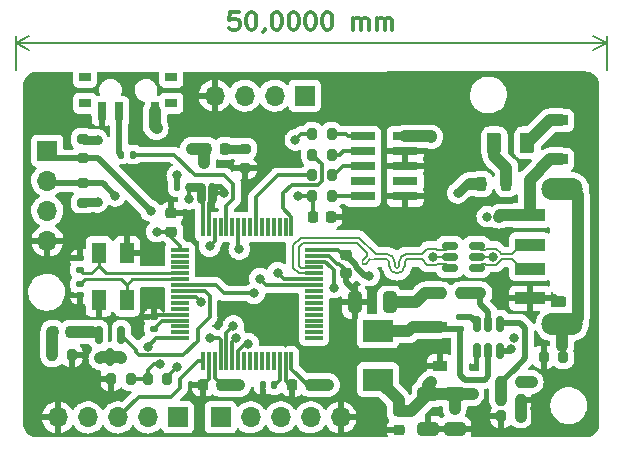
<source format=gbr>
%TF.GenerationSoftware,KiCad,Pcbnew,(6.0.6)*%
%TF.CreationDate,2022-08-05T13:26:10+02:00*%
%TF.ProjectId,stm32_basic,73746d33-325f-4626-9173-69632e6b6963,rev?*%
%TF.SameCoordinates,Original*%
%TF.FileFunction,Copper,L1,Top*%
%TF.FilePolarity,Positive*%
%FSLAX46Y46*%
G04 Gerber Fmt 4.6, Leading zero omitted, Abs format (unit mm)*
G04 Created by KiCad (PCBNEW (6.0.6)) date 2022-08-05 13:26:10*
%MOMM*%
%LPD*%
G01*
G04 APERTURE LIST*
G04 Aperture macros list*
%AMRoundRect*
0 Rectangle with rounded corners*
0 $1 Rounding radius*
0 $2 $3 $4 $5 $6 $7 $8 $9 X,Y pos of 4 corners*
0 Add a 4 corners polygon primitive as box body*
4,1,4,$2,$3,$4,$5,$6,$7,$8,$9,$2,$3,0*
0 Add four circle primitives for the rounded corners*
1,1,$1+$1,$2,$3*
1,1,$1+$1,$4,$5*
1,1,$1+$1,$6,$7*
1,1,$1+$1,$8,$9*
0 Add four rect primitives between the rounded corners*
20,1,$1+$1,$2,$3,$4,$5,0*
20,1,$1+$1,$4,$5,$6,$7,0*
20,1,$1+$1,$6,$7,$8,$9,0*
20,1,$1+$1,$8,$9,$2,$3,0*%
G04 Aperture macros list end*
%ADD10C,0.300000*%
%TA.AperFunction,NonConductor*%
%ADD11C,0.300000*%
%TD*%
%TA.AperFunction,NonConductor*%
%ADD12C,0.200000*%
%TD*%
%TA.AperFunction,SMDPad,CuDef*%
%ADD13RoundRect,0.225000X0.225000X0.250000X-0.225000X0.250000X-0.225000X-0.250000X0.225000X-0.250000X0*%
%TD*%
%TA.AperFunction,ComponentPad*%
%ADD14R,1.700000X1.700000*%
%TD*%
%TA.AperFunction,ComponentPad*%
%ADD15O,1.700000X1.700000*%
%TD*%
%TA.AperFunction,SMDPad,CuDef*%
%ADD16RoundRect,0.140000X0.140000X0.170000X-0.140000X0.170000X-0.140000X-0.170000X0.140000X-0.170000X0*%
%TD*%
%TA.AperFunction,SMDPad,CuDef*%
%ADD17R,2.100000X0.750000*%
%TD*%
%TA.AperFunction,SMDPad,CuDef*%
%ADD18RoundRect,0.140000X-0.140000X-0.170000X0.140000X-0.170000X0.140000X0.170000X-0.140000X0.170000X0*%
%TD*%
%TA.AperFunction,SMDPad,CuDef*%
%ADD19R,2.500000X1.100000*%
%TD*%
%TA.AperFunction,ComponentPad*%
%ADD20O,3.500000X1.900000*%
%TD*%
%TA.AperFunction,SMDPad,CuDef*%
%ADD21RoundRect,0.225000X0.250000X-0.225000X0.250000X0.225000X-0.250000X0.225000X-0.250000X-0.225000X0*%
%TD*%
%TA.AperFunction,SMDPad,CuDef*%
%ADD22RoundRect,0.140000X0.170000X-0.140000X0.170000X0.140000X-0.170000X0.140000X-0.170000X-0.140000X0*%
%TD*%
%TA.AperFunction,SMDPad,CuDef*%
%ADD23RoundRect,0.150000X-0.150000X0.587500X-0.150000X-0.587500X0.150000X-0.587500X0.150000X0.587500X0*%
%TD*%
%TA.AperFunction,SMDPad,CuDef*%
%ADD24R,1.200000X0.900000*%
%TD*%
%TA.AperFunction,SMDPad,CuDef*%
%ADD25RoundRect,0.135000X-0.135000X-0.185000X0.135000X-0.185000X0.135000X0.185000X-0.135000X0.185000X0*%
%TD*%
%TA.AperFunction,SMDPad,CuDef*%
%ADD26R,1.000000X0.800000*%
%TD*%
%TA.AperFunction,SMDPad,CuDef*%
%ADD27R,0.700000X1.500000*%
%TD*%
%TA.AperFunction,SMDPad,CuDef*%
%ADD28RoundRect,0.218750X-0.218750X-0.256250X0.218750X-0.256250X0.218750X0.256250X-0.218750X0.256250X0*%
%TD*%
%TA.AperFunction,SMDPad,CuDef*%
%ADD29RoundRect,0.200000X-0.200000X-0.275000X0.200000X-0.275000X0.200000X0.275000X-0.200000X0.275000X0*%
%TD*%
%TA.AperFunction,SMDPad,CuDef*%
%ADD30RoundRect,0.200000X0.200000X0.275000X-0.200000X0.275000X-0.200000X-0.275000X0.200000X-0.275000X0*%
%TD*%
%TA.AperFunction,SMDPad,CuDef*%
%ADD31R,2.500000X1.900000*%
%TD*%
%TA.AperFunction,SMDPad,CuDef*%
%ADD32RoundRect,0.200000X-0.275000X0.200000X-0.275000X-0.200000X0.275000X-0.200000X0.275000X0.200000X0*%
%TD*%
%TA.AperFunction,SMDPad,CuDef*%
%ADD33RoundRect,0.250000X0.650000X-0.325000X0.650000X0.325000X-0.650000X0.325000X-0.650000X-0.325000X0*%
%TD*%
%TA.AperFunction,SMDPad,CuDef*%
%ADD34RoundRect,0.200000X0.275000X-0.200000X0.275000X0.200000X-0.275000X0.200000X-0.275000X-0.200000X0*%
%TD*%
%TA.AperFunction,SMDPad,CuDef*%
%ADD35RoundRect,0.147500X-0.147500X-0.172500X0.147500X-0.172500X0.147500X0.172500X-0.147500X0.172500X0*%
%TD*%
%TA.AperFunction,SMDPad,CuDef*%
%ADD36RoundRect,0.225000X-0.250000X0.225000X-0.250000X-0.225000X0.250000X-0.225000X0.250000X0.225000X0*%
%TD*%
%TA.AperFunction,SMDPad,CuDef*%
%ADD37R,1.200000X1.800000*%
%TD*%
%TA.AperFunction,SMDPad,CuDef*%
%ADD38RoundRect,0.250000X-0.325000X-0.650000X0.325000X-0.650000X0.325000X0.650000X-0.325000X0.650000X0*%
%TD*%
%TA.AperFunction,SMDPad,CuDef*%
%ADD39RoundRect,0.075000X-0.700000X-0.075000X0.700000X-0.075000X0.700000X0.075000X-0.700000X0.075000X0*%
%TD*%
%TA.AperFunction,SMDPad,CuDef*%
%ADD40RoundRect,0.075000X-0.075000X-0.700000X0.075000X-0.700000X0.075000X0.700000X-0.075000X0.700000X0*%
%TD*%
%TA.AperFunction,SMDPad,CuDef*%
%ADD41RoundRect,0.218750X0.218750X0.381250X-0.218750X0.381250X-0.218750X-0.381250X0.218750X-0.381250X0*%
%TD*%
%TA.AperFunction,SMDPad,CuDef*%
%ADD42RoundRect,0.250000X-0.375000X-0.625000X0.375000X-0.625000X0.375000X0.625000X-0.375000X0.625000X0*%
%TD*%
%TA.AperFunction,SMDPad,CuDef*%
%ADD43RoundRect,0.150000X0.150000X-0.512500X0.150000X0.512500X-0.150000X0.512500X-0.150000X-0.512500X0*%
%TD*%
%TA.AperFunction,SMDPad,CuDef*%
%ADD44RoundRect,0.218750X0.218750X0.256250X-0.218750X0.256250X-0.218750X-0.256250X0.218750X-0.256250X0*%
%TD*%
%TA.AperFunction,SMDPad,CuDef*%
%ADD45RoundRect,0.140000X-0.170000X0.140000X-0.170000X-0.140000X0.170000X-0.140000X0.170000X0.140000X0*%
%TD*%
%TA.AperFunction,SMDPad,CuDef*%
%ADD46RoundRect,0.150000X0.512500X0.150000X-0.512500X0.150000X-0.512500X-0.150000X0.512500X-0.150000X0*%
%TD*%
%TA.AperFunction,ViaPad*%
%ADD47C,0.800000*%
%TD*%
%TA.AperFunction,Conductor*%
%ADD48C,0.500000*%
%TD*%
%TA.AperFunction,Conductor*%
%ADD49C,1.000000*%
%TD*%
%TA.AperFunction,Conductor*%
%ADD50C,0.300000*%
%TD*%
%TA.AperFunction,Conductor*%
%ADD51C,0.200000*%
%TD*%
%TA.AperFunction,Conductor*%
%ADD52C,0.750000*%
%TD*%
%TA.AperFunction,Conductor*%
%ADD53C,0.250000*%
%TD*%
G04 APERTURE END LIST*
D10*
D11*
X147957142Y-82478571D02*
X147242857Y-82478571D01*
X147171428Y-83192857D01*
X147242857Y-83121428D01*
X147385714Y-83050000D01*
X147742857Y-83050000D01*
X147885714Y-83121428D01*
X147957142Y-83192857D01*
X148028571Y-83335714D01*
X148028571Y-83692857D01*
X147957142Y-83835714D01*
X147885714Y-83907142D01*
X147742857Y-83978571D01*
X147385714Y-83978571D01*
X147242857Y-83907142D01*
X147171428Y-83835714D01*
X148957142Y-82478571D02*
X149100000Y-82478571D01*
X149242857Y-82550000D01*
X149314285Y-82621428D01*
X149385714Y-82764285D01*
X149457142Y-83050000D01*
X149457142Y-83407142D01*
X149385714Y-83692857D01*
X149314285Y-83835714D01*
X149242857Y-83907142D01*
X149100000Y-83978571D01*
X148957142Y-83978571D01*
X148814285Y-83907142D01*
X148742857Y-83835714D01*
X148671428Y-83692857D01*
X148600000Y-83407142D01*
X148600000Y-83050000D01*
X148671428Y-82764285D01*
X148742857Y-82621428D01*
X148814285Y-82550000D01*
X148957142Y-82478571D01*
X150171428Y-83907142D02*
X150171428Y-83978571D01*
X150100000Y-84121428D01*
X150028571Y-84192857D01*
X151100000Y-82478571D02*
X151242857Y-82478571D01*
X151385714Y-82550000D01*
X151457142Y-82621428D01*
X151528571Y-82764285D01*
X151600000Y-83050000D01*
X151600000Y-83407142D01*
X151528571Y-83692857D01*
X151457142Y-83835714D01*
X151385714Y-83907142D01*
X151242857Y-83978571D01*
X151100000Y-83978571D01*
X150957142Y-83907142D01*
X150885714Y-83835714D01*
X150814285Y-83692857D01*
X150742857Y-83407142D01*
X150742857Y-83050000D01*
X150814285Y-82764285D01*
X150885714Y-82621428D01*
X150957142Y-82550000D01*
X151100000Y-82478571D01*
X152528571Y-82478571D02*
X152671428Y-82478571D01*
X152814285Y-82550000D01*
X152885714Y-82621428D01*
X152957142Y-82764285D01*
X153028571Y-83050000D01*
X153028571Y-83407142D01*
X152957142Y-83692857D01*
X152885714Y-83835714D01*
X152814285Y-83907142D01*
X152671428Y-83978571D01*
X152528571Y-83978571D01*
X152385714Y-83907142D01*
X152314285Y-83835714D01*
X152242857Y-83692857D01*
X152171428Y-83407142D01*
X152171428Y-83050000D01*
X152242857Y-82764285D01*
X152314285Y-82621428D01*
X152385714Y-82550000D01*
X152528571Y-82478571D01*
X153957142Y-82478571D02*
X154100000Y-82478571D01*
X154242857Y-82550000D01*
X154314285Y-82621428D01*
X154385714Y-82764285D01*
X154457142Y-83050000D01*
X154457142Y-83407142D01*
X154385714Y-83692857D01*
X154314285Y-83835714D01*
X154242857Y-83907142D01*
X154100000Y-83978571D01*
X153957142Y-83978571D01*
X153814285Y-83907142D01*
X153742857Y-83835714D01*
X153671428Y-83692857D01*
X153600000Y-83407142D01*
X153600000Y-83050000D01*
X153671428Y-82764285D01*
X153742857Y-82621428D01*
X153814285Y-82550000D01*
X153957142Y-82478571D01*
X155385714Y-82478571D02*
X155528571Y-82478571D01*
X155671428Y-82550000D01*
X155742857Y-82621428D01*
X155814285Y-82764285D01*
X155885714Y-83050000D01*
X155885714Y-83407142D01*
X155814285Y-83692857D01*
X155742857Y-83835714D01*
X155671428Y-83907142D01*
X155528571Y-83978571D01*
X155385714Y-83978571D01*
X155242857Y-83907142D01*
X155171428Y-83835714D01*
X155100000Y-83692857D01*
X155028571Y-83407142D01*
X155028571Y-83050000D01*
X155100000Y-82764285D01*
X155171428Y-82621428D01*
X155242857Y-82550000D01*
X155385714Y-82478571D01*
X157671428Y-83978571D02*
X157671428Y-82978571D01*
X157671428Y-83121428D02*
X157742857Y-83050000D01*
X157885714Y-82978571D01*
X158100000Y-82978571D01*
X158242857Y-83050000D01*
X158314285Y-83192857D01*
X158314285Y-83978571D01*
X158314285Y-83192857D02*
X158385714Y-83050000D01*
X158528571Y-82978571D01*
X158742857Y-82978571D01*
X158885714Y-83050000D01*
X158957142Y-83192857D01*
X158957142Y-83978571D01*
X159671428Y-83978571D02*
X159671428Y-82978571D01*
X159671428Y-83121428D02*
X159742857Y-83050000D01*
X159885714Y-82978571D01*
X160100000Y-82978571D01*
X160242857Y-83050000D01*
X160314285Y-83192857D01*
X160314285Y-83978571D01*
X160314285Y-83192857D02*
X160385714Y-83050000D01*
X160528571Y-82978571D01*
X160742857Y-82978571D01*
X160885714Y-83050000D01*
X160957142Y-83192857D01*
X160957142Y-83978571D01*
D12*
X179100000Y-87399999D02*
X179100000Y-84513580D01*
X129100000Y-87399999D02*
X129100000Y-84513580D01*
X179100000Y-85100000D02*
X129100000Y-85100000D01*
X179100000Y-85100000D02*
X129100000Y-85100000D01*
X179100000Y-85100000D02*
X177973496Y-84513579D01*
X179100000Y-85100000D02*
X177973496Y-85686421D01*
X129100000Y-85100000D02*
X130226504Y-85686421D01*
X129100000Y-85100000D02*
X130226504Y-84513579D01*
D13*
%TO.P,C9,1*%
%TO.N,+3.3V*%
X146500000Y-114050000D03*
%TO.P,C9,2*%
%TO.N,GND*%
X144950000Y-114050000D03*
%TD*%
D14*
%TO.P,J3,1,Pin_1*%
%TO.N,I2C1_SCL*%
X131750000Y-94220000D03*
D15*
%TO.P,J3,2,Pin_2*%
%TO.N,I2C1_SDA*%
X131750000Y-96760000D03*
%TO.P,J3,3,Pin_3*%
%TO.N,+3.3V*%
X131750000Y-99300000D03*
%TO.P,J3,4,Pin_4*%
%TO.N,GND*%
X131750000Y-101840000D03*
%TD*%
D16*
%TO.P,C13,1*%
%TO.N,/VCAP_1*%
X150980000Y-114050000D03*
%TO.P,C13,2*%
%TO.N,GND*%
X150020000Y-114050000D03*
%TD*%
D17*
%TO.P,J2,1,Pin_1*%
%TO.N,+3.3V*%
X162050000Y-93010000D03*
%TO.P,J2,2,Pin_2*%
%TO.N,Net-(J2-Pad2)*%
X158450000Y-93010000D03*
%TO.P,J2,3,Pin_3*%
%TO.N,GND*%
X162050000Y-94280000D03*
%TO.P,J2,4,Pin_4*%
%TO.N,Net-(J2-Pad4)*%
X158450000Y-94280000D03*
%TO.P,J2,5,Pin_5*%
%TO.N,GND*%
X162050000Y-95550000D03*
%TO.P,J2,6,Pin_6*%
%TO.N,Net-(J2-Pad6)*%
X158450000Y-95550000D03*
%TO.P,J2,7,Pin_7*%
%TO.N,unconnected-(J2-Pad7)*%
X162050000Y-96820000D03*
%TO.P,J2,8,Pin_8*%
%TO.N,unconnected-(J2-Pad8)*%
X158450000Y-96820000D03*
%TO.P,J2,9,Pin_9*%
%TO.N,GND*%
X162050000Y-98090000D03*
%TO.P,J2,10,Pin_10*%
%TO.N,Net-(J2-Pad10)*%
X158450000Y-98090000D03*
%TD*%
D18*
%TO.P,C7,1*%
%TO.N,+3.3VA*%
X144770000Y-98300000D03*
%TO.P,C7,2*%
%TO.N,GND*%
X145730000Y-98300000D03*
%TD*%
D19*
%TO.P,J1,1,VBUS*%
%TO.N,+5V*%
X172600000Y-99700000D03*
%TO.P,J1,2,D-*%
%TO.N,USB_CONN_D-*%
X172600000Y-102200000D03*
%TO.P,J1,3,D+*%
%TO.N,USB_CONN_D+*%
X172600000Y-104200000D03*
%TO.P,J1,4,GND*%
%TO.N,GND*%
X172600000Y-106700000D03*
D20*
%TO.P,J1,5,Shield*%
%TO.N,Net-(J1-Pad5)*%
X175350000Y-108900000D03*
X175350000Y-97500000D03*
%TD*%
D21*
%TO.P,C11,1*%
%TO.N,+3.3V*%
X142250000Y-101075000D03*
%TO.P,C11,2*%
%TO.N,GND*%
X142250000Y-99525000D03*
%TD*%
D22*
%TO.P,C14,1*%
%TO.N,/VREF+*%
X140750000Y-109280000D03*
%TO.P,C14,2*%
%TO.N,GND*%
X140750000Y-108320000D03*
%TD*%
D23*
%TO.P,Q1,1,B*%
%TO.N,LED*%
X138000000Y-109800000D03*
%TO.P,Q1,2,E*%
%TO.N,Net-(D4-Pad2)*%
X136100000Y-109800000D03*
%TO.P,Q1,3,C*%
%TO.N,+3.3V*%
X137050000Y-111675000D03*
%TD*%
D24*
%TO.P,D1,1,K*%
%TO.N,Net-(D1-Pad1)*%
X175250000Y-91650000D03*
%TO.P,D1,2,A*%
%TO.N,+5V*%
X175250000Y-94950000D03*
%TD*%
D13*
%TO.P,C10,1*%
%TO.N,+3.3V*%
X154050000Y-114050000D03*
%TO.P,C10,2*%
%TO.N,GND*%
X152500000Y-114050000D03*
%TD*%
D25*
%TO.P,R20,1*%
%TO.N,Net-(R20-Pad1)*%
X137980000Y-94550000D03*
%TO.P,R20,2*%
%TO.N,BOOT0*%
X139000000Y-94550000D03*
%TD*%
D26*
%TO.P,SW1,*%
%TO.N,*%
X142250000Y-88000000D03*
X134950000Y-90210000D03*
X134950000Y-88000000D03*
X142250000Y-90210000D03*
D27*
%TO.P,SW1,1,A*%
%TO.N,+3.3V*%
X140850000Y-90860000D03*
%TO.P,SW1,2,B*%
%TO.N,Net-(R20-Pad1)*%
X137850000Y-90860000D03*
%TO.P,SW1,3,C*%
%TO.N,GND*%
X136350000Y-90860000D03*
%TD*%
D28*
%TO.P,D4,1,K*%
%TO.N,Net-(D4-Pad1)*%
X132212500Y-109550000D03*
%TO.P,D4,2,A*%
%TO.N,Net-(D4-Pad2)*%
X133787500Y-109550000D03*
%TD*%
D29*
%TO.P,R1,1*%
%TO.N,BUCK_FB*%
X170175000Y-113800000D03*
%TO.P,R1,2*%
%TO.N,+3.3V*%
X171825000Y-113800000D03*
%TD*%
D30*
%TO.P,R3,1*%
%TO.N,GND*%
X171825000Y-115300000D03*
%TO.P,R3,2*%
%TO.N,BUCK_FB*%
X170175000Y-115300000D03*
%TD*%
D13*
%TO.P,C5,1*%
%TO.N,GND*%
X155775000Y-99800000D03*
%TO.P,C5,2*%
%TO.N,NRST*%
X154225000Y-99800000D03*
%TD*%
D30*
%TO.P,TH1,1*%
%TO.N,+3.3VA*%
X141900000Y-113550000D03*
%TO.P,TH1,2*%
%TO.N,Temperature_ADC*%
X140250000Y-113550000D03*
%TD*%
D22*
%TO.P,C1,1*%
%TO.N,BUCK_SW*%
X166700000Y-109280000D03*
%TO.P,C1,2*%
%TO.N,BUCK_BST*%
X166700000Y-108320000D03*
%TD*%
D18*
%TO.P,C6,1*%
%TO.N,+3.3VA*%
X144770000Y-97300000D03*
%TO.P,C6,2*%
%TO.N,GND*%
X145730000Y-97300000D03*
%TD*%
D30*
%TO.P,R21,1*%
%TO.N,Temperature_ADC*%
X138825000Y-113550000D03*
%TO.P,R21,2*%
%TO.N,GND*%
X137175000Y-113550000D03*
%TD*%
D29*
%TO.P,R9,1*%
%TO.N,SWO*%
X154175000Y-96300000D03*
%TO.P,R9,2*%
%TO.N,Net-(J2-Pad6)*%
X155825000Y-96300000D03*
%TD*%
D31*
%TO.P,L1,1*%
%TO.N,BUCK_SW*%
X159750000Y-109500000D03*
%TO.P,L1,2*%
%TO.N,+3.3V*%
X159750000Y-113600000D03*
%TD*%
D32*
%TO.P,R6,1*%
%TO.N,Net-(D2-Pad1)*%
X148500000Y-94050000D03*
%TO.P,R6,2*%
%TO.N,GND*%
X148500000Y-95700000D03*
%TD*%
D33*
%TO.P,C3,1*%
%TO.N,GND*%
X166250000Y-117775000D03*
%TO.P,C3,2*%
%TO.N,+3.3V*%
X166250000Y-114825000D03*
%TD*%
D22*
%TO.P,C15,1*%
%TO.N,HSE_IN*%
X134500000Y-104300000D03*
%TO.P,C15,2*%
%TO.N,GND*%
X134500000Y-103340000D03*
%TD*%
D34*
%TO.P,R14,1*%
%TO.N,+3.3V*%
X134750000Y-98625000D03*
%TO.P,R14,2*%
%TO.N,I2C1_SDA*%
X134750000Y-96975000D03*
%TD*%
D35*
%TO.P,L2,1*%
%TO.N,+3.3V*%
X142765000Y-97300000D03*
%TO.P,L2,2*%
%TO.N,+3.3VA*%
X143735000Y-97300000D03*
%TD*%
D14*
%TO.P,J6,1,Pin_1*%
%TO.N,+3.3V*%
X142825000Y-116800000D03*
D15*
%TO.P,J6,2,Pin_2*%
%TO.N,USART2_CK*%
X140285000Y-116800000D03*
%TO.P,J6,3,Pin_3*%
%TO.N,USART2_RX*%
X137745000Y-116800000D03*
%TO.P,J6,4,Pin_4*%
%TO.N,USART2_TX*%
X135205000Y-116800000D03*
%TO.P,J6,5,Pin_5*%
%TO.N,GND*%
X132665000Y-116800000D03*
%TD*%
D36*
%TO.P,C12,1*%
%TO.N,+3.3V*%
X157000000Y-103050000D03*
%TO.P,C12,2*%
%TO.N,GND*%
X157000000Y-104600000D03*
%TD*%
D37*
%TO.P,Y1,1,1*%
%TO.N,HSE_IN*%
X136100000Y-102850000D03*
%TO.P,Y1,2,2*%
%TO.N,GND*%
X136100000Y-106850000D03*
%TO.P,Y1,3,3*%
%TO.N,HSE_OUT*%
X138500000Y-106850000D03*
%TO.P,Y1,4,4*%
%TO.N,GND*%
X138500000Y-102850000D03*
%TD*%
D29*
%TO.P,R5,1*%
%TO.N,GND*%
X170175000Y-116700000D03*
%TO.P,R5,2*%
%TO.N,Net-(R3-Pad1)*%
X171825000Y-116700000D03*
%TD*%
D38*
%TO.P,C2,1*%
%TO.N,GND*%
X157775000Y-107050000D03*
%TO.P,C2,2*%
%TO.N,BUCK_IN*%
X160725000Y-107050000D03*
%TD*%
D39*
%TO.P,U3,1,VBAT*%
%TO.N,+3.3V*%
X142993199Y-102600000D03*
%TO.P,U3,2,PC13*%
%TO.N,unconnected-(U3-Pad2)*%
X142993199Y-103100000D03*
%TO.P,U3,3,PC14*%
%TO.N,unconnected-(U3-Pad3)*%
X142993199Y-103600000D03*
%TO.P,U3,4,PC15*%
%TO.N,unconnected-(U3-Pad4)*%
X142993199Y-104100000D03*
%TO.P,U3,5,PH0*%
%TO.N,HSE_IN*%
X142993199Y-104600000D03*
%TO.P,U3,6,PH1*%
%TO.N,HSE_OUT*%
X142993199Y-105100000D03*
%TO.P,U3,7,NRST*%
%TO.N,NRST*%
X142993199Y-105600000D03*
%TO.P,U3,8,PC0*%
%TO.N,LED*%
X142993199Y-106100000D03*
%TO.P,U3,9,PC1*%
%TO.N,Temperature_ADC*%
X142993199Y-106600000D03*
%TO.P,U3,10,PC2*%
%TO.N,unconnected-(U3-Pad10)*%
X142993199Y-107100000D03*
%TO.P,U3,11,PC3*%
%TO.N,unconnected-(U3-Pad11)*%
X142993199Y-107600000D03*
%TO.P,U3,12,VSSA*%
%TO.N,GND*%
X142993199Y-108100000D03*
%TO.P,U3,13,VREF+*%
%TO.N,/VREF+*%
X142993199Y-108600000D03*
%TO.P,U3,14,PA0*%
%TO.N,unconnected-(U3-Pad14)*%
X142993199Y-109100000D03*
%TO.P,U3,15,PA1*%
%TO.N,unconnected-(U3-Pad15)*%
X142993199Y-109600000D03*
%TO.P,U3,16,PA2*%
%TO.N,USART2_TX*%
X142993199Y-110100000D03*
D40*
%TO.P,U3,17,PA3*%
%TO.N,USART2_RX*%
X144918199Y-112025000D03*
%TO.P,U3,18,VSS*%
%TO.N,GND*%
X145418199Y-112025000D03*
%TO.P,U3,19,VDD*%
%TO.N,+3.3V*%
X145918199Y-112025000D03*
%TO.P,U3,20,PA4*%
%TO.N,USART2_CK*%
X146418199Y-112025000D03*
%TO.P,U3,21,PA5*%
%TO.N,SPI1_SCK*%
X146918199Y-112025000D03*
%TO.P,U3,22,PA6*%
%TO.N,SPI1_MISO*%
X147418199Y-112025000D03*
%TO.P,U3,23,PA7*%
%TO.N,SPI1_MOSI*%
X147918199Y-112025000D03*
%TO.P,U3,24,PC4*%
%TO.N,unconnected-(U3-Pad24)*%
X148418199Y-112025000D03*
%TO.P,U3,25,PC5*%
%TO.N,unconnected-(U3-Pad25)*%
X148918199Y-112025000D03*
%TO.P,U3,26,PB0*%
%TO.N,unconnected-(U3-Pad26)*%
X149418199Y-112025000D03*
%TO.P,U3,27,PB1*%
%TO.N,unconnected-(U3-Pad27)*%
X149918199Y-112025000D03*
%TO.P,U3,28,PB2*%
%TO.N,unconnected-(U3-Pad28)*%
X150418199Y-112025000D03*
%TO.P,U3,29,PB10*%
%TO.N,unconnected-(U3-Pad29)*%
X150918199Y-112025000D03*
%TO.P,U3,30,VCAP1*%
%TO.N,/VCAP_1*%
X151418199Y-112025000D03*
%TO.P,U3,31,VSS*%
%TO.N,GND*%
X151918199Y-112025000D03*
%TO.P,U3,32,VDD*%
%TO.N,+3.3V*%
X152418199Y-112025000D03*
D39*
%TO.P,U3,33,PB12*%
%TO.N,unconnected-(U3-Pad33)*%
X154343199Y-110100000D03*
%TO.P,U3,34,PB13*%
%TO.N,unconnected-(U3-Pad34)*%
X154343199Y-109600000D03*
%TO.P,U3,35,PB14*%
%TO.N,unconnected-(U3-Pad35)*%
X154343199Y-109100000D03*
%TO.P,U3,36,PB15*%
%TO.N,unconnected-(U3-Pad36)*%
X154343199Y-108600000D03*
%TO.P,U3,37,PC6*%
%TO.N,unconnected-(U3-Pad37)*%
X154343199Y-108100000D03*
%TO.P,U3,38,PC7*%
%TO.N,unconnected-(U3-Pad38)*%
X154343199Y-107600000D03*
%TO.P,U3,39,PC8*%
%TO.N,unconnected-(U3-Pad39)*%
X154343199Y-107100000D03*
%TO.P,U3,40,PC9*%
%TO.N,unconnected-(U3-Pad40)*%
X154343199Y-106600000D03*
%TO.P,U3,41,PA8*%
%TO.N,unconnected-(U3-Pad41)*%
X154343199Y-106100000D03*
%TO.P,U3,42,PA9*%
%TO.N,UART1_TX*%
X154343199Y-105600000D03*
%TO.P,U3,43,PA10*%
%TO.N,UART1_RX*%
X154343199Y-105100000D03*
%TO.P,U3,44,PA11*%
%TO.N,USB_D-*%
X154343199Y-104600000D03*
%TO.P,U3,45,PA12*%
%TO.N,USB_D+*%
X154343199Y-104100000D03*
%TO.P,U3,46,PA13*%
%TO.N,SWDIO*%
X154343199Y-103600000D03*
%TO.P,U3,47,VSS*%
%TO.N,GND*%
X154343199Y-103100000D03*
%TO.P,U3,48,VDD*%
%TO.N,+3.3V*%
X154343199Y-102600000D03*
D40*
%TO.P,U3,49,PA14*%
%TO.N,SWCLK*%
X152418199Y-100675000D03*
%TO.P,U3,50,PA15*%
%TO.N,unconnected-(U3-Pad50)*%
X151918199Y-100675000D03*
%TO.P,U3,51,PC10*%
%TO.N,unconnected-(U3-Pad51)*%
X151418199Y-100675000D03*
%TO.P,U3,52,PC11*%
%TO.N,unconnected-(U3-Pad52)*%
X150918199Y-100675000D03*
%TO.P,U3,53,PC12*%
%TO.N,unconnected-(U3-Pad53)*%
X150418199Y-100675000D03*
%TO.P,U3,54,PD2*%
%TO.N,unconnected-(U3-Pad54)*%
X149918199Y-100675000D03*
%TO.P,U3,55,PB3*%
%TO.N,SWO*%
X149418199Y-100675000D03*
%TO.P,U3,56,PB4*%
%TO.N,unconnected-(U3-Pad56)*%
X148918199Y-100675000D03*
%TO.P,U3,57,PB5*%
%TO.N,unconnected-(U3-Pad57)*%
X148418199Y-100675000D03*
%TO.P,U3,58,PB6*%
%TO.N,I2C1_SCL*%
X147918199Y-100675000D03*
%TO.P,U3,59,PB7*%
%TO.N,USART1_RX*%
X147418199Y-100675000D03*
%TO.P,U3,60,BOOT0*%
%TO.N,BOOT0*%
X146918199Y-100675000D03*
%TO.P,U3,61,PB8*%
%TO.N,unconnected-(U3-Pad61)*%
X146418199Y-100675000D03*
%TO.P,U3,62,PB9*%
%TO.N,I2C1_SDA*%
X145918199Y-100675000D03*
%TO.P,U3,63,VSS*%
%TO.N,GND*%
X145418199Y-100675000D03*
%TO.P,U3,64,VDD*%
%TO.N,+3.3VA*%
X144918199Y-100675000D03*
%TD*%
D29*
%TO.P,R22,1*%
%TO.N,Net-(D4-Pad1)*%
X132175000Y-111550000D03*
%TO.P,R22,2*%
%TO.N,GND*%
X133825000Y-111550000D03*
%TD*%
D14*
%TO.P,J5,1,Pin_1*%
%TO.N,+3.3V*%
X146425000Y-116800000D03*
D15*
%TO.P,J5,2,Pin_2*%
%TO.N,SPI1_SCK*%
X148965000Y-116800000D03*
%TO.P,J5,3,Pin_3*%
%TO.N,SPI1_MISO*%
X151505000Y-116800000D03*
%TO.P,J5,4,Pin_4*%
%TO.N,SPI1_MOSI*%
X154045000Y-116800000D03*
%TO.P,J5,5,Pin_5*%
%TO.N,GND*%
X156585000Y-116800000D03*
%TD*%
D30*
%TO.P,R2,1*%
%TO.N,BUCK_EN*%
X166750000Y-106300000D03*
%TO.P,R2,2*%
%TO.N,BUCK_IN*%
X165100000Y-106300000D03*
%TD*%
D41*
%TO.P,FB1,1*%
%TO.N,Net-(F1-Pad1)*%
X170625000Y-97050000D03*
%TO.P,FB1,2*%
%TO.N,BUCK_IN*%
X168500000Y-97050000D03*
%TD*%
D29*
%TO.P,R10,1*%
%TO.N,NRST*%
X154175000Y-98050000D03*
%TO.P,R10,2*%
%TO.N,Net-(J2-Pad10)*%
X155825000Y-98050000D03*
%TD*%
%TO.P,R7,1*%
%TO.N,SWDIO*%
X154175000Y-92800000D03*
%TO.P,R7,2*%
%TO.N,Net-(J2-Pad2)*%
X155825000Y-92800000D03*
%TD*%
D42*
%TO.P,F1,1*%
%TO.N,Net-(F1-Pad1)*%
X169600000Y-93550000D03*
%TO.P,F1,2*%
%TO.N,Net-(D1-Pad1)*%
X172400000Y-93550000D03*
%TD*%
D32*
%TO.P,R15,1*%
%TO.N,+3.3V*%
X134750000Y-93225000D03*
%TO.P,R15,2*%
%TO.N,I2C1_SCL*%
X134750000Y-94875000D03*
%TD*%
D36*
%TO.P,C8,1*%
%TO.N,+3.3V*%
X161500000Y-116275000D03*
%TO.P,C8,2*%
%TO.N,GND*%
X161500000Y-117825000D03*
%TD*%
D24*
%TO.P,D3,1,K*%
%TO.N,BUCK_SW*%
X165000000Y-109125000D03*
%TO.P,D3,2,A*%
%TO.N,GND*%
X165000000Y-112425000D03*
%TD*%
D29*
%TO.P,R12,1*%
%TO.N,GND*%
X173775000Y-111700000D03*
%TO.P,R12,2*%
%TO.N,Net-(J1-Pad5)*%
X175425000Y-111700000D03*
%TD*%
D43*
%TO.P,U1,1,GND*%
%TO.N,GND*%
X168150000Y-111137500D03*
%TO.P,U1,2,SW*%
%TO.N,BUCK_SW*%
X169100000Y-111137500D03*
%TO.P,U1,3,VIN*%
%TO.N,BUCK_IN*%
X170050000Y-111137500D03*
%TO.P,U1,4,FB*%
%TO.N,BUCK_FB*%
X170050000Y-108862500D03*
%TO.P,U1,5,EN*%
%TO.N,BUCK_EN*%
X169100000Y-108862500D03*
%TO.P,U1,6,BST*%
%TO.N,BUCK_BST*%
X168150000Y-108862500D03*
%TD*%
D44*
%TO.P,D2,1,K*%
%TO.N,Net-(D2-Pad1)*%
X146787500Y-94050000D03*
%TO.P,D2,2,A*%
%TO.N,+3.3V*%
X145212500Y-94050000D03*
%TD*%
D29*
%TO.P,R8,1*%
%TO.N,SWCLK*%
X154175000Y-94550000D03*
%TO.P,R8,2*%
%TO.N,Net-(J2-Pad4)*%
X155825000Y-94550000D03*
%TD*%
D33*
%TO.P,C4,1*%
%TO.N,GND*%
X164000000Y-117775000D03*
%TO.P,C4,2*%
%TO.N,+3.3V*%
X164000000Y-114825000D03*
%TD*%
D45*
%TO.P,C16,1*%
%TO.N,HSE_OUT*%
X134500000Y-105500000D03*
%TO.P,C16,2*%
%TO.N,GND*%
X134500000Y-106460000D03*
%TD*%
D46*
%TO.P,U2,1,I/O1*%
%TO.N,USB_CONN_D+*%
X168100000Y-104150000D03*
%TO.P,U2,2,GND*%
%TO.N,GND*%
X168100000Y-103200000D03*
%TO.P,U2,3,I/O2*%
%TO.N,USB_CONN_D-*%
X168100000Y-102250000D03*
%TO.P,U2,4,I/O2*%
%TO.N,USB_D-*%
X165825000Y-102250000D03*
%TO.P,U2,5,VBUS*%
%TO.N,+5V*%
X165825000Y-103200000D03*
%TO.P,U2,6,I/O1*%
%TO.N,USB_D+*%
X165825000Y-104150000D03*
%TD*%
D14*
%TO.P,J4,1,Pin_1*%
%TO.N,+3.3V*%
X153550000Y-89550000D03*
D15*
%TO.P,J4,2,Pin_2*%
%TO.N,UART1_RX*%
X151010000Y-89550000D03*
%TO.P,J4,3,Pin_3*%
%TO.N,UART1_TX*%
X148470000Y-89550000D03*
%TO.P,J4,4,Pin_4*%
%TO.N,GND*%
X145930000Y-89550000D03*
%TD*%
D47*
%TO.N,GND*%
X140250000Y-97050000D03*
X141500000Y-97050000D03*
X141500000Y-96050000D03*
X169462500Y-103200000D03*
X146750500Y-97800000D03*
X140250000Y-96050000D03*
%TO.N,BUCK_IN*%
X166500000Y-97800000D03*
X162000000Y-107050000D03*
X171000000Y-111000000D03*
X171300000Y-110100000D03*
X167500000Y-97050000D03*
X163000000Y-107050000D03*
%TO.N,+3.3V*%
X136000000Y-98550000D03*
X148000000Y-114050000D03*
X142750000Y-96300000D03*
X136250000Y-111800000D03*
X164250000Y-113800000D03*
X166250000Y-116050000D03*
X167750000Y-114800000D03*
X155500000Y-114050000D03*
X141000000Y-92300000D03*
X159000000Y-104800000D03*
X138000000Y-111800000D03*
X145000000Y-95300000D03*
X141000000Y-101075000D03*
X136000000Y-93300000D03*
X144000000Y-94050000D03*
X164250000Y-93050000D03*
X172750000Y-113800000D03*
%TO.N,NRST*%
X149250000Y-106300000D03*
X153000000Y-98050000D03*
%TO.N,+3.3VA*%
X142750000Y-112550000D03*
X143750000Y-98300500D03*
%TO.N,+5V*%
X169000000Y-99800000D03*
X170000000Y-99800000D03*
X164392866Y-103200000D03*
%TO.N,I2C1_SCL*%
X148000000Y-102550000D03*
X140500000Y-99300000D03*
%TO.N,I2C1_SDA*%
X145500000Y-102300000D03*
X137500000Y-98050000D03*
%TO.N,SPI1_SCK*%
X147500000Y-109050000D03*
%TO.N,SPI1_MISO*%
X147750000Y-110050000D03*
%TO.N,SPI1_MOSI*%
X148750000Y-110550000D03*
%TO.N,USART2_CK*%
X145500000Y-110050000D03*
%TO.N,USART2_TX*%
X140250000Y-110800000D03*
%TO.N,SWDIO*%
X152750000Y-93300000D03*
X156000000Y-105800000D03*
%TO.N,Temperature_ADC*%
X141250000Y-112300000D03*
X144750000Y-107050000D03*
%TO.N,UART1_TX*%
X149750000Y-105050000D03*
%TO.N,UART1_RX*%
X151250000Y-104550000D03*
%TD*%
D48*
%TO.N,BUCK_SW*%
X166700000Y-109280000D02*
X165155000Y-109280000D01*
D49*
X162300000Y-109500000D02*
X162675000Y-109125000D01*
D48*
X169100000Y-113300000D02*
X168800000Y-113600000D01*
X168800000Y-113600000D02*
X167100000Y-113600000D01*
D49*
X165000000Y-109125000D02*
X162675000Y-109125000D01*
D48*
X166700000Y-109280000D02*
X166700000Y-111800000D01*
X165155000Y-109280000D02*
X165000000Y-109125000D01*
D49*
X159750000Y-109500000D02*
X162300000Y-109500000D01*
D48*
X166700000Y-113200000D02*
X166700000Y-111800000D01*
X169100000Y-111137500D02*
X169100000Y-113300000D01*
X167100000Y-113600000D02*
X166700000Y-113200000D01*
%TO.N,BUCK_BST*%
X167607500Y-108320000D02*
X168150000Y-108862500D01*
X166700000Y-108320000D02*
X167607500Y-108320000D01*
D50*
%TO.N,GND*%
X156436827Y-103775000D02*
X157000000Y-104338173D01*
X145418199Y-113581801D02*
X144950000Y-114050000D01*
X156267894Y-103775000D02*
X156436827Y-103775000D01*
D48*
X157000000Y-105300000D02*
X157775000Y-106075000D01*
D50*
X145418199Y-100675000D02*
X145418199Y-98611801D01*
X155592894Y-103100000D02*
X156267894Y-103775000D01*
X145418199Y-112025000D02*
X145418199Y-113581801D01*
X146750500Y-97800000D02*
X146230000Y-97800000D01*
D49*
X171825000Y-116800000D02*
X171825000Y-115300000D01*
D50*
X157000000Y-104338173D02*
X157000000Y-104825000D01*
X146230000Y-97800000D02*
X145730000Y-98300000D01*
D48*
X157000000Y-104600000D02*
X157000000Y-105300000D01*
D51*
X168100000Y-103200000D02*
X169462500Y-103200000D01*
D50*
X142993199Y-108100000D02*
X140970000Y-108100000D01*
X146230000Y-97800000D02*
X145730000Y-97300000D01*
X140970000Y-108100000D02*
X140750000Y-108320000D01*
X151918199Y-112025000D02*
X151918199Y-113718199D01*
X151918199Y-113718199D02*
X152500000Y-114300000D01*
X154343199Y-103100000D02*
X155592894Y-103100000D01*
D48*
X157775000Y-106075000D02*
X157775000Y-107050000D01*
D50*
X145418199Y-98611801D02*
X145730000Y-98300000D01*
D52*
X145730000Y-98300000D02*
X145730000Y-97300000D01*
D49*
%TO.N,BUCK_IN*%
X162000000Y-107050000D02*
X163000000Y-107050000D01*
X163750000Y-106300000D02*
X165100000Y-106300000D01*
X168500000Y-97050000D02*
X167500000Y-97050000D01*
X160725000Y-107050000D02*
X162000000Y-107050000D01*
D52*
X167500000Y-97050000D02*
X167250000Y-97050000D01*
D48*
X170862500Y-111137500D02*
X171000000Y-111000000D01*
X165100000Y-106400000D02*
X165100000Y-106300000D01*
D52*
X167250000Y-97050000D02*
X166500000Y-97800000D01*
D48*
X170050000Y-111137500D02*
X170862500Y-111137500D01*
D49*
X163000000Y-107050000D02*
X163750000Y-106300000D01*
D48*
%TO.N,+3.3V*%
X157837894Y-103798800D02*
X157897803Y-103943451D01*
D52*
X136000000Y-98550000D02*
X134825000Y-98550000D01*
X134825000Y-98550000D02*
X134750000Y-98625000D01*
X136000000Y-93300000D02*
X134825000Y-93300000D01*
D48*
X157898853Y-104027031D02*
X158671822Y-104800000D01*
D49*
X166250000Y-114825000D02*
X167725000Y-114825000D01*
X161500000Y-116275000D02*
X161500000Y-115350000D01*
X145000000Y-94262500D02*
X145212500Y-94050000D01*
X161500000Y-116275000D02*
X162525000Y-116275000D01*
X136375000Y-111675000D02*
X136250000Y-111800000D01*
D48*
X157314094Y-103275000D02*
X157837894Y-103798800D01*
D49*
X146500000Y-114050000D02*
X148000000Y-114050000D01*
D50*
X145918199Y-113468199D02*
X146500000Y-114050000D01*
D49*
X166250000Y-114825000D02*
X166250000Y-116050000D01*
D50*
X142250000Y-101300000D02*
X142250000Y-101075000D01*
D48*
X157897803Y-103943451D02*
X157898853Y-104027031D01*
D49*
X167725000Y-114825000D02*
X167750000Y-114800000D01*
X140850000Y-90860000D02*
X140850000Y-92150000D01*
X137050000Y-111675000D02*
X136375000Y-111675000D01*
X137875000Y-111675000D02*
X138000000Y-111800000D01*
D50*
X154343199Y-102600000D02*
X156325000Y-102600000D01*
X152418199Y-112668199D02*
X154050000Y-114300000D01*
D48*
X142750000Y-96300000D02*
X142750000Y-97285000D01*
D52*
X134825000Y-93300000D02*
X134750000Y-93225000D01*
D49*
X164000000Y-114825000D02*
X164000000Y-114050000D01*
X162525000Y-116275000D02*
X163975000Y-114825000D01*
D50*
X142993199Y-102293199D02*
X142250000Y-101550000D01*
X145918199Y-112025000D02*
X145918199Y-113468199D01*
X142250000Y-101550000D02*
X142250000Y-101300000D01*
D49*
X137050000Y-111675000D02*
X137875000Y-111675000D01*
D48*
X157000000Y-103275000D02*
X157314094Y-103275000D01*
D49*
X164210000Y-93010000D02*
X164250000Y-93050000D01*
D50*
X152418199Y-112025000D02*
X152418199Y-112668199D01*
D48*
X158671822Y-104800000D02*
X159000000Y-104800000D01*
D49*
X144000000Y-94050000D02*
X145212500Y-94050000D01*
X162050000Y-93010000D02*
X164210000Y-93010000D01*
D50*
X141000000Y-101075000D02*
X142250000Y-101075000D01*
D49*
X145000000Y-95300000D02*
X145000000Y-94262500D01*
X155500000Y-114050000D02*
X154050000Y-114050000D01*
X163975000Y-114825000D02*
X164000000Y-114825000D01*
D50*
X142993199Y-102600000D02*
X142993199Y-102293199D01*
D49*
X166250000Y-114825000D02*
X164000000Y-114825000D01*
D50*
X156325000Y-102600000D02*
X157000000Y-103275000D01*
D48*
X142750000Y-97285000D02*
X142765000Y-97300000D01*
D49*
X171825000Y-113800000D02*
X172750000Y-113800000D01*
X164000000Y-114050000D02*
X164250000Y-113800000D01*
X140850000Y-92150000D02*
X141000000Y-92300000D01*
X161500000Y-115350000D02*
X159750000Y-113600000D01*
D50*
%TO.N,NRST*%
X154225000Y-98100000D02*
X154175000Y-98050000D01*
X154225000Y-99800000D02*
X154225000Y-98100000D01*
X153250000Y-98050000D02*
X153000000Y-98050000D01*
X146750000Y-106300000D02*
X146050000Y-105600000D01*
X149250000Y-106300000D02*
X146750000Y-106300000D01*
X154175000Y-98050000D02*
X153250000Y-98050000D01*
X146050000Y-105600000D02*
X142993199Y-105600000D01*
%TO.N,+3.3VA*%
X141900000Y-113400000D02*
X142500000Y-112800000D01*
X143750000Y-98300500D02*
X143750000Y-97315000D01*
X144918199Y-98448199D02*
X144770000Y-98300000D01*
D52*
X144770000Y-98234695D02*
X144737347Y-98267348D01*
X144770000Y-97300000D02*
X144770000Y-98234695D01*
D50*
X144918199Y-100675000D02*
X144918199Y-98448199D01*
X141900000Y-113550000D02*
X141900000Y-113400000D01*
D52*
X144770000Y-97300000D02*
X143735000Y-97300000D01*
D50*
X142500000Y-112800000D02*
X142750000Y-112550000D01*
X143750000Y-97315000D02*
X143735000Y-97300000D01*
%TO.N,/VCAP_1*%
X151418199Y-112025000D02*
X151418199Y-113631801D01*
X151418199Y-113631801D02*
X151000000Y-114050000D01*
%TO.N,/VREF+*%
X140792965Y-109280000D02*
X140750000Y-109280000D01*
X142993199Y-108600000D02*
X141472965Y-108600000D01*
X141472965Y-108600000D02*
X140792965Y-109280000D01*
D53*
%TO.N,HSE_IN*%
X136100000Y-103950000D02*
X136750000Y-104600000D01*
X134800000Y-104600000D02*
X135450000Y-104600000D01*
X136750000Y-104600000D02*
X142993199Y-104600000D01*
X136100000Y-103950000D02*
X136100000Y-102850000D01*
X134500000Y-104300000D02*
X134800000Y-104600000D01*
X135450000Y-104600000D02*
X136100000Y-103950000D01*
D49*
%TO.N,Net-(D1-Pad1)*%
X175250000Y-91650000D02*
X174300000Y-91650000D01*
X174300000Y-91650000D02*
X172400000Y-93550000D01*
%TO.N,+5V*%
X175250000Y-94950000D02*
X174350000Y-94950000D01*
D51*
X165825000Y-103200000D02*
X164392866Y-103200000D01*
D49*
X172600000Y-96700000D02*
X172600000Y-99700000D01*
X172600000Y-99700000D02*
X170100000Y-99700000D01*
X170100000Y-99700000D02*
X170000000Y-99800000D01*
X174350000Y-94950000D02*
X172600000Y-96700000D01*
D52*
%TO.N,Net-(D2-Pad1)*%
X148500000Y-94050000D02*
X146787500Y-94050000D01*
D49*
%TO.N,Net-(D4-Pad1)*%
X132175000Y-111550000D02*
X132175000Y-109587500D01*
X132175000Y-109587500D02*
X132212500Y-109550000D01*
%TO.N,Net-(D4-Pad2)*%
X135500000Y-109550000D02*
X133787500Y-109550000D01*
D48*
X135750000Y-109800000D02*
X135500000Y-109550000D01*
X136100000Y-109800000D02*
X135750000Y-109800000D01*
D49*
%TO.N,Net-(F1-Pad1)*%
X169600000Y-94650000D02*
X169600000Y-93550000D01*
X170625000Y-97050000D02*
X170625000Y-95675000D01*
X170625000Y-95675000D02*
X169600000Y-94650000D01*
D51*
%TO.N,USB_CONN_D-*%
X170162500Y-102910050D02*
X169752450Y-102500000D01*
X168898896Y-102500000D02*
X168798896Y-102600000D01*
X168450000Y-102600000D02*
X168100000Y-102250000D01*
X170162500Y-102974999D02*
X170162500Y-102910050D01*
X168798896Y-102600000D02*
X168450000Y-102600000D01*
X172600000Y-102200000D02*
X171900000Y-102200000D01*
X169752450Y-102500000D02*
X168898896Y-102500000D01*
X170162500Y-102974999D02*
X171125000Y-102975000D01*
X171900000Y-102200000D02*
X171125000Y-102975000D01*
%TO.N,USB_CONN_D+*%
X169752450Y-103900000D02*
X168898896Y-103900000D01*
X168798896Y-103800000D02*
X168450000Y-103800000D01*
X170162500Y-103425001D02*
X170162500Y-103489950D01*
X168450000Y-103800000D02*
X168100000Y-104150000D01*
X171900000Y-104200000D02*
X171125000Y-103425000D01*
X168898896Y-103900000D02*
X168798896Y-103800000D01*
X172600000Y-104200000D02*
X171900000Y-104200000D01*
X170162500Y-103425001D02*
X171125000Y-103425000D01*
X170162500Y-103489950D02*
X169752450Y-103900000D01*
D50*
%TO.N,Net-(J2-Pad2)*%
X157210000Y-93010000D02*
X157000000Y-92800000D01*
X157000000Y-92800000D02*
X155825000Y-92800000D01*
X158450000Y-93010000D02*
X157210000Y-93010000D01*
%TO.N,Net-(J2-Pad4)*%
X156770000Y-94280000D02*
X158450000Y-94280000D01*
X155825000Y-94550000D02*
X156500000Y-94550000D01*
X156500000Y-94550000D02*
X156770000Y-94280000D01*
%TO.N,Net-(J2-Pad6)*%
X156750000Y-95550000D02*
X158450000Y-95550000D01*
X155825000Y-96300000D02*
X156000000Y-96300000D01*
X156000000Y-96300000D02*
X156750000Y-95550000D01*
%TO.N,Net-(J2-Pad10)*%
X158410000Y-98050000D02*
X158450000Y-98090000D01*
X155825000Y-98050000D02*
X158410000Y-98050000D01*
D48*
%TO.N,I2C1_SCL*%
X136075000Y-94875000D02*
X134750000Y-94875000D01*
D50*
X147918199Y-102468199D02*
X148000000Y-102550000D01*
D48*
X134750000Y-94875000D02*
X132405000Y-94875000D01*
X132405000Y-94875000D02*
X131750000Y-94220000D01*
X140500000Y-99300000D02*
X136075000Y-94875000D01*
D50*
X147918199Y-100675000D02*
X147918199Y-102468199D01*
D48*
%TO.N,I2C1_SDA*%
X136425000Y-96975000D02*
X134750000Y-96975000D01*
X137500000Y-98050000D02*
X136425000Y-96975000D01*
X131965000Y-96975000D02*
X131750000Y-96760000D01*
D50*
X145500000Y-102300000D02*
X145918199Y-101881801D01*
D48*
X134750000Y-96975000D02*
X131965000Y-96975000D01*
D50*
X145918199Y-101881801D02*
X145918199Y-100675000D01*
%TO.N,SPI1_SCK*%
X146918199Y-109881801D02*
X146918199Y-109631801D01*
X146918199Y-112025000D02*
X146918199Y-109881801D01*
X146918199Y-109631801D02*
X147500000Y-109050000D01*
%TO.N,SPI1_MISO*%
X147418199Y-112025000D02*
X147418199Y-110381801D01*
X147418199Y-110381801D02*
X147750000Y-110050000D01*
%TO.N,SPI1_MOSI*%
X148517158Y-110550000D02*
X148750000Y-110550000D01*
X147918199Y-111148959D02*
X148517158Y-110550000D01*
X147918199Y-112025000D02*
X147918199Y-111148959D01*
%TO.N,USART2_CK*%
X146418199Y-110218199D02*
X146250000Y-110050000D01*
X146418199Y-112025000D02*
X146418199Y-110218199D01*
X146250000Y-110050000D02*
X145500000Y-110050000D01*
%TO.N,USART2_RX*%
X142250000Y-115050000D02*
X139495000Y-115050000D01*
X144525000Y-112025000D02*
X143000000Y-113550000D01*
X144918199Y-112025000D02*
X144525000Y-112025000D01*
X143000000Y-114300000D02*
X142250000Y-115050000D01*
X143000000Y-113550000D02*
X143000000Y-114300000D01*
X139495000Y-115050000D02*
X137745000Y-116800000D01*
%TO.N,USART2_TX*%
X140250000Y-110800000D02*
X140950000Y-110100000D01*
X140950000Y-110100000D02*
X142993199Y-110100000D01*
%TO.N,LED*%
X143250000Y-111550000D02*
X144500000Y-110300000D01*
X139500000Y-111550000D02*
X143250000Y-111550000D01*
X144500000Y-110300000D02*
X144500000Y-109300000D01*
X138000000Y-109800000D02*
X139250000Y-111050000D01*
X144500000Y-109300000D02*
X145500000Y-108300000D01*
X145500000Y-108300000D02*
X145500000Y-106480760D01*
X145500000Y-106480760D02*
X145119240Y-106100000D01*
X139250000Y-111300000D02*
X139500000Y-111550000D01*
X145119240Y-106100000D02*
X142993199Y-106100000D01*
X139250000Y-111050000D02*
X139250000Y-111300000D01*
D49*
%TO.N,BUCK_FB*%
X170175000Y-113800000D02*
X170175000Y-115300000D01*
D48*
X171800000Y-108800000D02*
X170112500Y-108800000D01*
X170050000Y-108862500D02*
X170050000Y-109050000D01*
X172200000Y-111800000D02*
X172200000Y-109200000D01*
X171425000Y-112575000D02*
X172200000Y-111800000D01*
X170112500Y-108800000D02*
X170050000Y-108862500D01*
X172200000Y-109200000D02*
X171800000Y-108800000D01*
X171400000Y-112575000D02*
X171425000Y-112575000D01*
X170175000Y-113800000D02*
X171400000Y-112575000D01*
%TO.N,BUCK_EN*%
X168425000Y-107225000D02*
X169100000Y-107900000D01*
D49*
X168425000Y-106300000D02*
X166750000Y-106300000D01*
D48*
X169100000Y-107900000D02*
X169100000Y-108862500D01*
X168425000Y-107225000D02*
X168425000Y-106300000D01*
D50*
%TO.N,SWDIO*%
X155750000Y-104050000D02*
X156000000Y-104300000D01*
X155300000Y-103600000D02*
X155750000Y-104050000D01*
X154343199Y-103600000D02*
X155300000Y-103600000D01*
X156000000Y-104300000D02*
X156000000Y-105550000D01*
X154175000Y-92800000D02*
X153250000Y-92800000D01*
X156000000Y-105550000D02*
X156000000Y-105800000D01*
X153250000Y-92800000D02*
X152750000Y-93300000D01*
%TO.N,SWCLK*%
X154175000Y-94550000D02*
X155000000Y-95375000D01*
X155000000Y-96800000D02*
X154675000Y-97125000D01*
X152418199Y-99798959D02*
X151709620Y-99090380D01*
X152418199Y-100675000D02*
X152418199Y-99798959D01*
X151709620Y-97840380D02*
X151709620Y-99090380D01*
X154675000Y-97125000D02*
X152425000Y-97125000D01*
X155000000Y-95375000D02*
X155000000Y-96800000D01*
X152425000Y-97125000D02*
X151709620Y-97840380D01*
%TO.N,SWO*%
X149418199Y-98131801D02*
X149418199Y-100675000D01*
X154175000Y-96300000D02*
X151250000Y-96300000D01*
X151250000Y-96300000D02*
X149418199Y-98131801D01*
D48*
%TO.N,Net-(R20-Pad1)*%
X137850000Y-94420000D02*
X137980000Y-94550000D01*
X137850000Y-90860000D02*
X137850000Y-94420000D01*
D50*
%TO.N,BOOT0*%
X142500000Y-94550000D02*
X139000000Y-94550000D01*
X146918199Y-100675000D02*
X146918199Y-98881801D01*
X147500000Y-98300000D02*
X147500000Y-97050000D01*
X146750000Y-96300000D02*
X144250000Y-96300000D01*
X146918199Y-98881801D02*
X147500000Y-98300000D01*
X144250000Y-96300000D02*
X142500000Y-94550000D01*
X147500000Y-97050000D02*
X146750000Y-96300000D01*
%TO.N,Temperature_ADC*%
X140750000Y-112300000D02*
X140250000Y-112800000D01*
X144300000Y-106600000D02*
X144750000Y-107050000D01*
X142993199Y-106600000D02*
X144300000Y-106600000D01*
X141250000Y-112300000D02*
X140750000Y-112300000D01*
X140250000Y-113550000D02*
X138825000Y-113550000D01*
X140250000Y-112800000D02*
X140250000Y-113550000D01*
D53*
%TO.N,HSE_OUT*%
X134950000Y-105050000D02*
X134500000Y-105500000D01*
X138500000Y-105550000D02*
X138500000Y-106850000D01*
X138950000Y-105100000D02*
X138500000Y-105550000D01*
X142993199Y-105100000D02*
X139000000Y-105100000D01*
X138500000Y-105550000D02*
X138000000Y-105050000D01*
X138000000Y-105050000D02*
X134950000Y-105050000D01*
D51*
%TO.N,USB_D+*%
X157981795Y-102025000D02*
X153393200Y-102025000D01*
X153229339Y-104149999D02*
X154293200Y-104149999D01*
X158450921Y-103790188D02*
X158450922Y-103790189D01*
X153019989Y-103940649D02*
X153229339Y-104149999D01*
X162000000Y-103625001D02*
X162000000Y-103956738D01*
X163912997Y-103900000D02*
X163437997Y-103425000D01*
X159098953Y-103425000D02*
X159098952Y-103425000D01*
X153393200Y-102025000D02*
X153019989Y-102398211D01*
X163437997Y-103425000D02*
X163437440Y-103425557D01*
X153019989Y-102398211D02*
X153019989Y-103940649D01*
X158816109Y-102859314D02*
X157981795Y-102025000D01*
X164752450Y-103800000D02*
X164652450Y-103900000D01*
X159098952Y-103425000D02*
X158733764Y-103790189D01*
X158450921Y-103507345D02*
X158816110Y-103142157D01*
X164652450Y-103900000D02*
X163912997Y-103900000D01*
X160499996Y-103425001D02*
X159381796Y-103425001D01*
X158450921Y-103507346D02*
X158450921Y-103507345D01*
X165825000Y-104150000D02*
X165475000Y-103800000D01*
X160699996Y-103956738D02*
X160699996Y-103625001D01*
X163437440Y-103425557D02*
X162160328Y-103425557D01*
X165475000Y-103800000D02*
X164752450Y-103800000D01*
X158450878Y-103790231D02*
G75*
G03*
X158733764Y-103790189I141422J141431D01*
G01*
X158450954Y-103507379D02*
G75*
G03*
X158450922Y-103790189I141346J-141421D01*
G01*
X162000022Y-103625001D02*
G75*
G02*
X162160328Y-103425558I207578J-2699D01*
G01*
X161349998Y-104606700D02*
G75*
G03*
X162000000Y-103956738I2J650000D01*
G01*
X158816145Y-102859278D02*
G75*
G02*
X158816110Y-103142157I-141445J-141422D01*
G01*
X159098979Y-103425026D02*
G75*
G02*
X159381796Y-103425001I141421J-141374D01*
G01*
X160499996Y-103425004D02*
G75*
G02*
X160699996Y-103625001I4J-199996D01*
G01*
X160699960Y-103956738D02*
G75*
G03*
X161349998Y-104606740I650040J38D01*
G01*
%TO.N,USB_D-*%
X159568194Y-102974999D02*
X160499996Y-102974999D01*
X165475000Y-102600000D02*
X164752450Y-102600000D01*
X165825000Y-102250000D02*
X165475000Y-102600000D01*
X164652450Y-102500000D02*
X163912997Y-102500000D01*
X163436449Y-102976548D02*
X163437997Y-102975000D01*
X162126937Y-102976548D02*
X163436449Y-102976548D01*
X161549998Y-103956738D02*
X161549998Y-103625001D01*
X161149998Y-103625001D02*
X161149998Y-103956738D01*
X158168195Y-101575000D02*
X159568194Y-102974999D01*
X163912997Y-102500000D02*
X163437997Y-102975000D01*
X153042940Y-104600000D02*
X154343199Y-104600000D01*
X153206800Y-101575000D02*
X158168195Y-101575000D01*
X153206800Y-101575000D02*
X152569989Y-102211811D01*
X152569989Y-104127049D02*
X153042940Y-104600000D01*
X164752450Y-102600000D02*
X164652450Y-102500000D01*
X152569989Y-102211811D02*
X152569989Y-104127049D01*
X161349998Y-104156702D02*
G75*
G02*
X161149998Y-103956738I2J200002D01*
G01*
X162126939Y-102976564D02*
G75*
G03*
X161549999Y-103625001I78061J-650336D01*
G01*
X161150001Y-103625001D02*
G75*
G03*
X160499996Y-102974999I-650001J1D01*
G01*
X161550038Y-103956738D02*
G75*
G02*
X161349998Y-104156738I-200038J38D01*
G01*
D49*
%TO.N,Net-(J1-Pad5)*%
X175350000Y-97500000D02*
X176200000Y-97500000D01*
X175350000Y-108900000D02*
X175350000Y-110775000D01*
X176145016Y-108900000D02*
X175350000Y-108900000D01*
X176650001Y-108395015D02*
X176145016Y-108900000D01*
X176650001Y-97950001D02*
X176650001Y-108395015D01*
X176200000Y-97500000D02*
X176650001Y-97950001D01*
D50*
%TO.N,UART1_TX*%
X150300000Y-105600000D02*
X149750000Y-105050000D01*
X154343199Y-105600000D02*
X150300000Y-105600000D01*
%TO.N,UART1_RX*%
X154343199Y-105100000D02*
X151800000Y-105100000D01*
X151800000Y-105100000D02*
X151250000Y-104550000D01*
%TD*%
%TA.AperFunction,Conductor*%
%TO.N,GND*%
G36*
X177270572Y-87508223D02*
G01*
X177293819Y-87511852D01*
X177307786Y-87510032D01*
X177334079Y-87509374D01*
X177382570Y-87513241D01*
X177475853Y-87520680D01*
X177495527Y-87523829D01*
X177607774Y-87551044D01*
X177657168Y-87563021D01*
X177676094Y-87569230D01*
X177829532Y-87633413D01*
X177847248Y-87642531D01*
X177988656Y-87730104D01*
X178004713Y-87741902D01*
X178130537Y-87850663D01*
X178144534Y-87864844D01*
X178251644Y-87992085D01*
X178263230Y-88008295D01*
X178348943Y-88150831D01*
X178357827Y-88168663D01*
X178416006Y-88313022D01*
X178419996Y-88322923D01*
X178425959Y-88341932D01*
X178431695Y-88367015D01*
X178463035Y-88504075D01*
X178465927Y-88523789D01*
X178474684Y-88655283D01*
X178474910Y-88658683D01*
X178474060Y-88675542D01*
X178474245Y-88675547D01*
X178474022Y-88684520D01*
X178472528Y-88693373D01*
X178476751Y-88729186D01*
X178477617Y-88743862D01*
X178486281Y-106565553D01*
X178491476Y-117250595D01*
X178489968Y-117270092D01*
X178488874Y-117277102D01*
X178486312Y-117293511D01*
X178488132Y-117307477D01*
X178488790Y-117333773D01*
X178477485Y-117475552D01*
X178474336Y-117495226D01*
X178435145Y-117656869D01*
X178428934Y-117675801D01*
X178364750Y-117829248D01*
X178355634Y-117846960D01*
X178268064Y-117988371D01*
X178256267Y-118004428D01*
X178147499Y-118130266D01*
X178133322Y-118144260D01*
X178006073Y-118251382D01*
X177989870Y-118262963D01*
X177847326Y-118348685D01*
X177829493Y-118357571D01*
X177675227Y-118419747D01*
X177656217Y-118425711D01*
X177494064Y-118462794D01*
X177474364Y-118465684D01*
X177376340Y-118472215D01*
X177339790Y-118474650D01*
X177322599Y-118473785D01*
X177322595Y-118473931D01*
X177313623Y-118473708D01*
X177304772Y-118472215D01*
X177268969Y-118476438D01*
X177254288Y-118477304D01*
X170169504Y-118480693D01*
X167746583Y-118481852D01*
X167678453Y-118461883D01*
X167631934Y-118408249D01*
X167621797Y-118337980D01*
X167626930Y-118316184D01*
X167645138Y-118261290D01*
X167648005Y-118247914D01*
X167657672Y-118153562D01*
X167658000Y-118147144D01*
X167658000Y-118047115D01*
X167653525Y-118031876D01*
X167652135Y-118030671D01*
X167644452Y-118029000D01*
X163872000Y-118029000D01*
X163803879Y-118008998D01*
X163757386Y-117955342D01*
X163746000Y-117903000D01*
X163746000Y-116710116D01*
X163741525Y-116694876D01*
X163731204Y-116685933D01*
X163692821Y-116626207D01*
X163692821Y-116555210D01*
X163724621Y-116501614D01*
X164280829Y-115945405D01*
X164343142Y-115911380D01*
X164369925Y-115908500D01*
X164700400Y-115908500D01*
X164703646Y-115908163D01*
X164703650Y-115908163D01*
X164799308Y-115898238D01*
X164799312Y-115898237D01*
X164806166Y-115897526D01*
X164812702Y-115895345D01*
X164812704Y-115895345D01*
X164973946Y-115841550D01*
X164974435Y-115843016D01*
X165017182Y-115833500D01*
X165115500Y-115833500D01*
X165183621Y-115853502D01*
X165230114Y-115907158D01*
X165241500Y-115959500D01*
X165241500Y-116099769D01*
X165241800Y-116102825D01*
X165241800Y-116102832D01*
X165245323Y-116138757D01*
X165255920Y-116246833D01*
X165257702Y-116252734D01*
X165257702Y-116252736D01*
X165275416Y-116311406D01*
X165313084Y-116436169D01*
X165374663Y-116551982D01*
X165383348Y-116568317D01*
X165397667Y-116637854D01*
X165372119Y-116704095D01*
X165311973Y-116746993D01*
X165283221Y-116756586D01*
X165270037Y-116762762D01*
X165191324Y-116811471D01*
X165122872Y-116830309D01*
X165058905Y-116811587D01*
X164978757Y-116762184D01*
X164965576Y-116756037D01*
X164811290Y-116704862D01*
X164797914Y-116701995D01*
X164703562Y-116692328D01*
X164697145Y-116692000D01*
X164272115Y-116692000D01*
X164256876Y-116696475D01*
X164255671Y-116697865D01*
X164254000Y-116705548D01*
X164254000Y-117502885D01*
X164258475Y-117518124D01*
X164259865Y-117519329D01*
X164267548Y-117521000D01*
X167639884Y-117521000D01*
X167655123Y-117516525D01*
X167656328Y-117515135D01*
X167657999Y-117507451D01*
X167657999Y-117402904D01*
X167657662Y-117396386D01*
X167647743Y-117300794D01*
X167644851Y-117287400D01*
X167593412Y-117133216D01*
X167587239Y-117120038D01*
X167530720Y-117028705D01*
X169267001Y-117028705D01*
X169267264Y-117034454D01*
X169273132Y-117098315D01*
X169275743Y-117111351D01*
X169322715Y-117261243D01*
X169328921Y-117274988D01*
X169409824Y-117408574D01*
X169419131Y-117420443D01*
X169529557Y-117530869D01*
X169541426Y-117540176D01*
X169675012Y-117621079D01*
X169688757Y-117627285D01*
X169838644Y-117674256D01*
X169851694Y-117676869D01*
X169906586Y-117681913D01*
X169918124Y-117678525D01*
X169919329Y-117677135D01*
X169921000Y-117669452D01*
X169921000Y-116972115D01*
X169916525Y-116956876D01*
X169915135Y-116955671D01*
X169907452Y-116954000D01*
X169285116Y-116954000D01*
X169269877Y-116958475D01*
X169268672Y-116959865D01*
X169267001Y-116967548D01*
X169267001Y-117028705D01*
X167530720Y-117028705D01*
X167501937Y-116982193D01*
X167492901Y-116970792D01*
X167378171Y-116856261D01*
X167366760Y-116847249D01*
X167228757Y-116762184D01*
X167215574Y-116756036D01*
X167187704Y-116746792D01*
X167129344Y-116706361D01*
X167102107Y-116640797D01*
X167116956Y-116566499D01*
X167178465Y-116454613D01*
X167178467Y-116454608D01*
X167181433Y-116449213D01*
X167183846Y-116441608D01*
X167239373Y-116266564D01*
X167239373Y-116266563D01*
X167241235Y-116260694D01*
X167258500Y-116106773D01*
X167258500Y-115959500D01*
X167278502Y-115891379D01*
X167332158Y-115844886D01*
X167384500Y-115833500D01*
X167663157Y-115833500D01*
X167676764Y-115834237D01*
X167708262Y-115837659D01*
X167708267Y-115837659D01*
X167714388Y-115838324D01*
X167740638Y-115836027D01*
X167764388Y-115833950D01*
X167769214Y-115833621D01*
X167771686Y-115833500D01*
X167774769Y-115833500D01*
X167787160Y-115832285D01*
X167817506Y-115829310D01*
X167818819Y-115829188D01*
X167863084Y-115825315D01*
X167911413Y-115821087D01*
X167916532Y-115819600D01*
X167921833Y-115819080D01*
X168010834Y-115792209D01*
X168011967Y-115791874D01*
X168095414Y-115767630D01*
X168095418Y-115767628D01*
X168101336Y-115765909D01*
X168106068Y-115763456D01*
X168111169Y-115761916D01*
X168183897Y-115723247D01*
X168193260Y-115718269D01*
X168194426Y-115717657D01*
X168271453Y-115677729D01*
X168276926Y-115674892D01*
X168281089Y-115671569D01*
X168285796Y-115669066D01*
X168357918Y-115610245D01*
X168358774Y-115609554D01*
X168397973Y-115578262D01*
X168400477Y-115575758D01*
X168401195Y-115575116D01*
X168405528Y-115571415D01*
X168439062Y-115544065D01*
X168468291Y-115508733D01*
X168476281Y-115499953D01*
X168498309Y-115477925D01*
X168592102Y-115363739D01*
X168685562Y-115189437D01*
X168725714Y-115058107D01*
X168741584Y-115006200D01*
X168741584Y-115006198D01*
X168743387Y-115000302D01*
X168751682Y-114918642D01*
X168762752Y-114809666D01*
X168762752Y-114809661D01*
X168763374Y-114803538D01*
X168751064Y-114673315D01*
X168745341Y-114612771D01*
X168745341Y-114612769D01*
X168744761Y-114606638D01*
X168719081Y-114520495D01*
X168718788Y-114449501D01*
X168756925Y-114389617D01*
X168821384Y-114359858D01*
X168839830Y-114358500D01*
X168844293Y-114358500D01*
X168857583Y-114356951D01*
X168872507Y-114355211D01*
X168876882Y-114354778D01*
X168942339Y-114349454D01*
X168942342Y-114349453D01*
X168949637Y-114348860D01*
X168956601Y-114346604D01*
X168962560Y-114345413D01*
X168968416Y-114344029D01*
X168975681Y-114343182D01*
X168982554Y-114340687D01*
X168982559Y-114340686D01*
X168997510Y-114335259D01*
X169068367Y-114330818D01*
X169130377Y-114365391D01*
X169163852Y-114428001D01*
X169166500Y-114453698D01*
X169166500Y-115349769D01*
X169166800Y-115352825D01*
X169166800Y-115352832D01*
X169167336Y-115358300D01*
X169180920Y-115496833D01*
X169182702Y-115502734D01*
X169182702Y-115502736D01*
X169198180Y-115554000D01*
X169238084Y-115686169D01*
X169240976Y-115691608D01*
X169303815Y-115809793D01*
X169312796Y-115831263D01*
X169324528Y-115868699D01*
X169364225Y-115934247D01*
X169364809Y-115935211D01*
X169382988Y-116003840D01*
X169364809Y-116065753D01*
X169328923Y-116125008D01*
X169322715Y-116138757D01*
X169275744Y-116288644D01*
X169273131Y-116301694D01*
X169267266Y-116365521D01*
X169267000Y-116371309D01*
X169267000Y-116427885D01*
X169271475Y-116443124D01*
X169272865Y-116444329D01*
X169280548Y-116446000D01*
X170303000Y-116446000D01*
X170371121Y-116466002D01*
X170417614Y-116519658D01*
X170429000Y-116572000D01*
X170429000Y-117664884D01*
X170433475Y-117680123D01*
X170434865Y-117681328D01*
X170439294Y-117682291D01*
X170498315Y-117676868D01*
X170511351Y-117674257D01*
X170661243Y-117627285D01*
X170674988Y-117621079D01*
X170808574Y-117540176D01*
X170820443Y-117530869D01*
X170910551Y-117440761D01*
X170972863Y-117406735D01*
X171043678Y-117411800D01*
X171088741Y-117440761D01*
X171184619Y-117536639D01*
X171331301Y-117625472D01*
X171338548Y-117627743D01*
X171338550Y-117627744D01*
X171392523Y-117644658D01*
X171494938Y-117676753D01*
X171568365Y-117683500D01*
X171571263Y-117683500D01*
X171825665Y-117683499D01*
X172081634Y-117683499D01*
X172084492Y-117683236D01*
X172084501Y-117683236D01*
X172120004Y-117679974D01*
X172155062Y-117676753D01*
X172163030Y-117674256D01*
X172311450Y-117627744D01*
X172311452Y-117627743D01*
X172318699Y-117625472D01*
X172465381Y-117536639D01*
X172586639Y-117415381D01*
X172675472Y-117268699D01*
X172681146Y-117250595D01*
X172718410Y-117131683D01*
X172726753Y-117105062D01*
X172733500Y-117031635D01*
X172733499Y-116368366D01*
X172732375Y-116356124D01*
X172728266Y-116311406D01*
X172726753Y-116294938D01*
X172721054Y-116276753D01*
X172677744Y-116138550D01*
X172677743Y-116138548D01*
X172675472Y-116131301D01*
X172635191Y-116064788D01*
X172617012Y-115996160D01*
X172635191Y-115934247D01*
X172671077Y-115874992D01*
X172677285Y-115861243D01*
X172679377Y-115854568D01*
X174337382Y-115854568D01*
X174337963Y-115859588D01*
X174337963Y-115859592D01*
X174347514Y-115942138D01*
X174366208Y-116103699D01*
X174367587Y-116108573D01*
X174367588Y-116108577D01*
X174433116Y-116340148D01*
X174434494Y-116345017D01*
X174436628Y-116349592D01*
X174436630Y-116349599D01*
X174537773Y-116566499D01*
X174540484Y-116572313D01*
X174543326Y-116576494D01*
X174543326Y-116576495D01*
X174678605Y-116775552D01*
X174678608Y-116775556D01*
X174681451Y-116779739D01*
X174684928Y-116783416D01*
X174684929Y-116783417D01*
X174785238Y-116889491D01*
X174853767Y-116961959D01*
X174857793Y-116965037D01*
X174857794Y-116965038D01*
X175048981Y-117111212D01*
X175048985Y-117111215D01*
X175053001Y-117114285D01*
X175057459Y-117116675D01*
X175057460Y-117116676D01*
X175072783Y-117124892D01*
X175274026Y-117232797D01*
X175278807Y-117234443D01*
X175278811Y-117234445D01*
X175487397Y-117306267D01*
X175511156Y-117314448D01*
X175600128Y-117329816D01*
X175754380Y-117356460D01*
X175754386Y-117356461D01*
X175758290Y-117357135D01*
X175762251Y-117357315D01*
X175762252Y-117357315D01*
X175786931Y-117358436D01*
X175786950Y-117358436D01*
X175788350Y-117358500D01*
X175963015Y-117358500D01*
X175965523Y-117358298D01*
X175965528Y-117358298D01*
X176144944Y-117343863D01*
X176144949Y-117343862D01*
X176149985Y-117343457D01*
X176154893Y-117342252D01*
X176154896Y-117342251D01*
X176388625Y-117284841D01*
X176393539Y-117283634D01*
X176398191Y-117281659D01*
X176398195Y-117281658D01*
X176619741Y-117187617D01*
X176619742Y-117187617D01*
X176624396Y-117185641D01*
X176818584Y-117063355D01*
X176832334Y-117054696D01*
X176832335Y-117054695D01*
X176836615Y-117052000D01*
X177024738Y-116886147D01*
X177183924Y-116692351D01*
X177310078Y-116475596D01*
X177314189Y-116464888D01*
X177381843Y-116288644D01*
X177399955Y-116241461D01*
X177402706Y-116228297D01*
X177450206Y-116000921D01*
X177451241Y-115995967D01*
X177451757Y-115984619D01*
X177457434Y-115859592D01*
X177462618Y-115745432D01*
X177460929Y-115730829D01*
X177444256Y-115586739D01*
X177433792Y-115496301D01*
X177430391Y-115484280D01*
X177366884Y-115259852D01*
X177366883Y-115259850D01*
X177365506Y-115254983D01*
X177363372Y-115250408D01*
X177363370Y-115250401D01*
X177261653Y-115032269D01*
X177261651Y-115032265D01*
X177259516Y-115027687D01*
X177254436Y-115020212D01*
X177121395Y-114824448D01*
X177121392Y-114824444D01*
X177118549Y-114820261D01*
X177113949Y-114815396D01*
X176949713Y-114641721D01*
X176946233Y-114638041D01*
X176938349Y-114632013D01*
X176751019Y-114488788D01*
X176751015Y-114488785D01*
X176746999Y-114485715D01*
X176731397Y-114477349D01*
X176530435Y-114369595D01*
X176525974Y-114367203D01*
X176521193Y-114365557D01*
X176521189Y-114365555D01*
X176293633Y-114287201D01*
X176288844Y-114285552D01*
X176158304Y-114263004D01*
X176045620Y-114243540D01*
X176045614Y-114243539D01*
X176041710Y-114242865D01*
X176037749Y-114242685D01*
X176037748Y-114242685D01*
X176013069Y-114241564D01*
X176013050Y-114241564D01*
X176011650Y-114241500D01*
X175836985Y-114241500D01*
X175834477Y-114241702D01*
X175834472Y-114241702D01*
X175655056Y-114256137D01*
X175655051Y-114256138D01*
X175650015Y-114256543D01*
X175645107Y-114257748D01*
X175645104Y-114257749D01*
X175456806Y-114304000D01*
X175406461Y-114316366D01*
X175401809Y-114318341D01*
X175401805Y-114318342D01*
X175231633Y-114390576D01*
X175175604Y-114414359D01*
X175066089Y-114483324D01*
X174988331Y-114532291D01*
X174963385Y-114548000D01*
X174775262Y-114713853D01*
X174616076Y-114907649D01*
X174489922Y-115124404D01*
X174400045Y-115358539D01*
X174399012Y-115363485D01*
X174399010Y-115363491D01*
X174361674Y-115542212D01*
X174348759Y-115604033D01*
X174348530Y-115609082D01*
X174348529Y-115609088D01*
X174345692Y-115671569D01*
X174337382Y-115854568D01*
X172679377Y-115854568D01*
X172724256Y-115711356D01*
X172726869Y-115698306D01*
X172732734Y-115634479D01*
X172733000Y-115628691D01*
X172733000Y-115572115D01*
X172728525Y-115556876D01*
X172727135Y-115555671D01*
X172719452Y-115554000D01*
X171697000Y-115554000D01*
X171628879Y-115533998D01*
X171582386Y-115480342D01*
X171571000Y-115428000D01*
X171571000Y-115172000D01*
X171591002Y-115103879D01*
X171644658Y-115057386D01*
X171697000Y-115046000D01*
X172714884Y-115046000D01*
X172730123Y-115041525D01*
X172731328Y-115040135D01*
X172732999Y-115032452D01*
X172732999Y-114971295D01*
X172732736Y-114965544D01*
X172730492Y-114941122D01*
X172744179Y-114871457D01*
X172793356Y-114820250D01*
X172843668Y-114804196D01*
X172893178Y-114799341D01*
X172946833Y-114794080D01*
X172952734Y-114792298D01*
X172952736Y-114792298D01*
X173045416Y-114764316D01*
X173136169Y-114736916D01*
X173310796Y-114644066D01*
X173424563Y-114551280D01*
X173459287Y-114522960D01*
X173459290Y-114522957D01*
X173464062Y-114519065D01*
X173468281Y-114513965D01*
X173586201Y-114371425D01*
X173586203Y-114371421D01*
X173590130Y-114366675D01*
X173684198Y-114192701D01*
X173742682Y-114003768D01*
X173744397Y-113987450D01*
X173762711Y-113813204D01*
X173762711Y-113813202D01*
X173763355Y-113807075D01*
X173750138Y-113661846D01*
X173745989Y-113616251D01*
X173745988Y-113616248D01*
X173745430Y-113610112D01*
X173733403Y-113569245D01*
X173707936Y-113482716D01*
X173689590Y-113420381D01*
X173686315Y-113414115D01*
X173631100Y-113308500D01*
X173597960Y-113245110D01*
X173474032Y-113090975D01*
X173322526Y-112963846D01*
X173317128Y-112960879D01*
X173317123Y-112960875D01*
X173154608Y-112871533D01*
X173154609Y-112871533D01*
X173149213Y-112868567D01*
X173143346Y-112866706D01*
X173143344Y-112866705D01*
X172966564Y-112810627D01*
X172966563Y-112810627D01*
X172960694Y-112808765D01*
X172806773Y-112791500D01*
X172585371Y-112791500D01*
X172517250Y-112771498D01*
X172470757Y-112717842D01*
X172460653Y-112647568D01*
X172490147Y-112582988D01*
X172496276Y-112576405D01*
X172688911Y-112383770D01*
X172703323Y-112371384D01*
X172714918Y-112362851D01*
X172714923Y-112362846D01*
X172720818Y-112358508D01*
X172725557Y-112352930D01*
X172725560Y-112352927D01*
X172755035Y-112318232D01*
X172761965Y-112310716D01*
X172765796Y-112306885D01*
X172828108Y-112272859D01*
X172898923Y-112277924D01*
X172955759Y-112320471D01*
X172962667Y-112330709D01*
X173009822Y-112408571D01*
X173019131Y-112420443D01*
X173129557Y-112530869D01*
X173141426Y-112540176D01*
X173275012Y-112621079D01*
X173288757Y-112627285D01*
X173438644Y-112674256D01*
X173451694Y-112676869D01*
X173506586Y-112681913D01*
X173518124Y-112678525D01*
X173519329Y-112677135D01*
X173521000Y-112669452D01*
X173521000Y-110735116D01*
X173516525Y-110719877D01*
X173515135Y-110718672D01*
X173510706Y-110717709D01*
X173451685Y-110723132D01*
X173438649Y-110725743D01*
X173288757Y-110772715D01*
X173275008Y-110778923D01*
X173149771Y-110854769D01*
X173081142Y-110872948D01*
X173013578Y-110851138D01*
X172968532Y-110796262D01*
X172958500Y-110746993D01*
X172958500Y-109514388D01*
X172978502Y-109446267D01*
X173032158Y-109399774D01*
X173102432Y-109389670D01*
X173167012Y-109419164D01*
X173200084Y-109464773D01*
X173200854Y-109467129D01*
X173203242Y-109471717D01*
X173203244Y-109471721D01*
X173307495Y-109671984D01*
X173311597Y-109679864D01*
X173314700Y-109683997D01*
X173314702Y-109684000D01*
X173439339Y-109850000D01*
X173455598Y-109871655D01*
X173483275Y-109898104D01*
X173571768Y-109982669D01*
X173628990Y-110037352D01*
X173633262Y-110040266D01*
X173633263Y-110040267D01*
X173748799Y-110119080D01*
X173827117Y-110172505D01*
X173923686Y-110217331D01*
X174022077Y-110263003D01*
X174044656Y-110273484D01*
X174209271Y-110319135D01*
X174249171Y-110330200D01*
X174309469Y-110367679D01*
X174339933Y-110431808D01*
X174341500Y-110451618D01*
X174341500Y-110626339D01*
X174321498Y-110694460D01*
X174267842Y-110740953D01*
X174197568Y-110751057D01*
X174177821Y-110746573D01*
X174111356Y-110725744D01*
X174098306Y-110723131D01*
X174043414Y-110718087D01*
X174031876Y-110721475D01*
X174030671Y-110722865D01*
X174029000Y-110730548D01*
X174029000Y-112664884D01*
X174033475Y-112680123D01*
X174034865Y-112681328D01*
X174039294Y-112682291D01*
X174098315Y-112676868D01*
X174111351Y-112674257D01*
X174261243Y-112627285D01*
X174274988Y-112621079D01*
X174408574Y-112540176D01*
X174420443Y-112530869D01*
X174510551Y-112440761D01*
X174572863Y-112406735D01*
X174643678Y-112411800D01*
X174688741Y-112440761D01*
X174784619Y-112536639D01*
X174931301Y-112625472D01*
X174938548Y-112627743D01*
X174938550Y-112627744D01*
X174981160Y-112641097D01*
X175094938Y-112676753D01*
X175168365Y-112683500D01*
X175171263Y-112683500D01*
X175425665Y-112683499D01*
X175681634Y-112683499D01*
X175684492Y-112683236D01*
X175684501Y-112683236D01*
X175720004Y-112679974D01*
X175755062Y-112676753D01*
X175763030Y-112674256D01*
X175911450Y-112627744D01*
X175911452Y-112627743D01*
X175918699Y-112625472D01*
X176065381Y-112536639D01*
X176186639Y-112415381D01*
X176275472Y-112268699D01*
X176277919Y-112260893D01*
X176305007Y-112174453D01*
X176326753Y-112105062D01*
X176333500Y-112031635D01*
X176333499Y-111368366D01*
X176331880Y-111350737D01*
X176329974Y-111329996D01*
X176326753Y-111294938D01*
X176297079Y-111200249D01*
X176297211Y-111124474D01*
X176341235Y-110985694D01*
X176358500Y-110831773D01*
X176358500Y-110449780D01*
X176378502Y-110381659D01*
X176432158Y-110335166D01*
X176453805Y-110327576D01*
X176616625Y-110286679D01*
X176616629Y-110286678D01*
X176621636Y-110285420D01*
X176626366Y-110283364D01*
X176626373Y-110283361D01*
X176836841Y-110191847D01*
X176836844Y-110191845D01*
X176841578Y-110189787D01*
X176845912Y-110186983D01*
X176845916Y-110186981D01*
X177038604Y-110062325D01*
X177038607Y-110062323D01*
X177042947Y-110059515D01*
X177049125Y-110053894D01*
X177216513Y-109901582D01*
X177216514Y-109901580D01*
X177220335Y-109898104D01*
X177223534Y-109894053D01*
X177223538Y-109894049D01*
X177365774Y-109713946D01*
X177368979Y-109709888D01*
X177484887Y-109499922D01*
X177555255Y-109301210D01*
X177563219Y-109278720D01*
X177563220Y-109278716D01*
X177564945Y-109273845D01*
X177566919Y-109262763D01*
X177606098Y-109042816D01*
X177606099Y-109042810D01*
X177607004Y-109037727D01*
X177609369Y-108844190D01*
X177609871Y-108803082D01*
X177609871Y-108803080D01*
X177609934Y-108797911D01*
X177604780Y-108764230D01*
X177608836Y-108708334D01*
X177612764Y-108695486D01*
X177613115Y-108694355D01*
X177641236Y-108605709D01*
X177641829Y-108600418D01*
X177643389Y-108595317D01*
X177652796Y-108502704D01*
X177652916Y-108501584D01*
X177658501Y-108451788D01*
X177658501Y-108448259D01*
X177658556Y-108447276D01*
X177659005Y-108441571D01*
X177659037Y-108441263D01*
X177663375Y-108398552D01*
X177659060Y-108352903D01*
X177658501Y-108341046D01*
X177658501Y-98011851D01*
X177659238Y-97998243D01*
X177662661Y-97966738D01*
X177662661Y-97966734D01*
X177663326Y-97960613D01*
X177662788Y-97954456D01*
X177658950Y-97910590D01*
X177658620Y-97905753D01*
X177658501Y-97903315D01*
X177658501Y-97900232D01*
X177657618Y-97891224D01*
X177654319Y-97857581D01*
X177654197Y-97856266D01*
X177646626Y-97769724D01*
X177646626Y-97769722D01*
X177646089Y-97763588D01*
X177644600Y-97758464D01*
X177644081Y-97753168D01*
X177638143Y-97733500D01*
X177617239Y-97664263D01*
X177616863Y-97662995D01*
X177612328Y-97647384D01*
X177607335Y-97610695D01*
X177609871Y-97403081D01*
X177609871Y-97403079D01*
X177609934Y-97397911D01*
X177573657Y-97160837D01*
X177499146Y-96932871D01*
X177449238Y-96836999D01*
X177390792Y-96724725D01*
X177390791Y-96724724D01*
X177388403Y-96720136D01*
X177383476Y-96713573D01*
X177247507Y-96532480D01*
X177247505Y-96532477D01*
X177244402Y-96528345D01*
X177106817Y-96396866D01*
X177074747Y-96366219D01*
X177074746Y-96366218D01*
X177071010Y-96362648D01*
X177045789Y-96345443D01*
X176877162Y-96230414D01*
X176877163Y-96230414D01*
X176872883Y-96227495D01*
X176722545Y-96157710D01*
X176660030Y-96128691D01*
X176660028Y-96128690D01*
X176655344Y-96126516D01*
X176439882Y-96066764D01*
X176429205Y-96063803D01*
X176429204Y-96063803D01*
X176424232Y-96062424D01*
X176320521Y-96051340D01*
X176231778Y-96041856D01*
X176231770Y-96041856D01*
X176228443Y-96041500D01*
X176220226Y-96041500D01*
X176152105Y-96021498D01*
X176105612Y-95967842D01*
X176095508Y-95897568D01*
X176125002Y-95832988D01*
X176144661Y-95814674D01*
X176206080Y-95768643D01*
X176206081Y-95768642D01*
X176213261Y-95763261D01*
X176300615Y-95646705D01*
X176351745Y-95510316D01*
X176358500Y-95448134D01*
X176358500Y-94451866D01*
X176351745Y-94389684D01*
X176300615Y-94253295D01*
X176213261Y-94136739D01*
X176096705Y-94049385D01*
X175960316Y-93998255D01*
X175898134Y-93991500D01*
X175583393Y-93991500D01*
X175545294Y-93985602D01*
X175460694Y-93958765D01*
X175306773Y-93941500D01*
X174411850Y-93941500D01*
X174398242Y-93940763D01*
X174397662Y-93940700D01*
X174360612Y-93936675D01*
X174310570Y-93941053D01*
X174305788Y-93941379D01*
X174303310Y-93941500D01*
X174300231Y-93941500D01*
X174297177Y-93941799D01*
X174297166Y-93941800D01*
X174257529Y-93945687D01*
X174256215Y-93945809D01*
X174220688Y-93948917D01*
X174163587Y-93953913D01*
X174158468Y-93955400D01*
X174153167Y-93955920D01*
X174064166Y-93982791D01*
X174063033Y-93983126D01*
X173979586Y-94007370D01*
X173979582Y-94007372D01*
X173973664Y-94009091D01*
X173968932Y-94011544D01*
X173963831Y-94013084D01*
X173958388Y-94015978D01*
X173881740Y-94056731D01*
X173880574Y-94057343D01*
X173842547Y-94077055D01*
X173798074Y-94100108D01*
X173793911Y-94103431D01*
X173789204Y-94105934D01*
X173784427Y-94109830D01*
X173784421Y-94109834D01*
X173739136Y-94146768D01*
X173673705Y-94174323D01*
X173603763Y-94162128D01*
X173551518Y-94114056D01*
X173533500Y-94049126D01*
X173533500Y-93894925D01*
X173553502Y-93826804D01*
X173570405Y-93805830D01*
X174680829Y-92695405D01*
X174743141Y-92661380D01*
X174769924Y-92658500D01*
X175299769Y-92658500D01*
X175302825Y-92658200D01*
X175302832Y-92658200D01*
X175361340Y-92652463D01*
X175446833Y-92644080D01*
X175452734Y-92642298D01*
X175452736Y-92642298D01*
X175522833Y-92621134D01*
X175546867Y-92613878D01*
X175583284Y-92608500D01*
X175898134Y-92608500D01*
X175960316Y-92601745D01*
X176096705Y-92550615D01*
X176213261Y-92463261D01*
X176300615Y-92346705D01*
X176351745Y-92210316D01*
X176358500Y-92148134D01*
X176358500Y-91151866D01*
X176351745Y-91089684D01*
X176300615Y-90953295D01*
X176213261Y-90836739D01*
X176096705Y-90749385D01*
X175960316Y-90698255D01*
X175898134Y-90691500D01*
X175583393Y-90691500D01*
X175545294Y-90685602D01*
X175536310Y-90682752D01*
X175460694Y-90658765D01*
X175306773Y-90641500D01*
X174361843Y-90641500D01*
X174348236Y-90640763D01*
X174316738Y-90637341D01*
X174316733Y-90637341D01*
X174310612Y-90636676D01*
X174284362Y-90638973D01*
X174260612Y-90641050D01*
X174255786Y-90641379D01*
X174253314Y-90641500D01*
X174250231Y-90641500D01*
X174238262Y-90642674D01*
X174207494Y-90645690D01*
X174206181Y-90645812D01*
X174166247Y-90649306D01*
X174113587Y-90653913D01*
X174108468Y-90655400D01*
X174103167Y-90655920D01*
X174014166Y-90682791D01*
X174013033Y-90683126D01*
X173929586Y-90707370D01*
X173929582Y-90707372D01*
X173923664Y-90709091D01*
X173918932Y-90711544D01*
X173913831Y-90713084D01*
X173908388Y-90715978D01*
X173831740Y-90756731D01*
X173830574Y-90757343D01*
X173785459Y-90780729D01*
X173748074Y-90800108D01*
X173743911Y-90803431D01*
X173739204Y-90805934D01*
X173734429Y-90809828D01*
X173734428Y-90809829D01*
X173667102Y-90864739D01*
X173666075Y-90865567D01*
X173629792Y-90894531D01*
X173629787Y-90894536D01*
X173627028Y-90896738D01*
X173624527Y-90899239D01*
X173623809Y-90899881D01*
X173619461Y-90903594D01*
X173585938Y-90930935D01*
X173582015Y-90935677D01*
X173582013Y-90935679D01*
X173556703Y-90966273D01*
X173548713Y-90975053D01*
X172394171Y-92129595D01*
X172331859Y-92163621D01*
X172305076Y-92166500D01*
X171974600Y-92166500D01*
X171971354Y-92166837D01*
X171971350Y-92166837D01*
X171875692Y-92176762D01*
X171875688Y-92176763D01*
X171868834Y-92177474D01*
X171862298Y-92179655D01*
X171862296Y-92179655D01*
X171770395Y-92210316D01*
X171701054Y-92233450D01*
X171550652Y-92326522D01*
X171545479Y-92331704D01*
X171536578Y-92340621D01*
X171425695Y-92451697D01*
X171421855Y-92457927D01*
X171421854Y-92457928D01*
X171379687Y-92526336D01*
X171332885Y-92602262D01*
X171324997Y-92626045D01*
X171287681Y-92738550D01*
X171277203Y-92770139D01*
X171276503Y-92776975D01*
X171276502Y-92776978D01*
X171272091Y-92820031D01*
X171266500Y-92874600D01*
X171266500Y-94225400D01*
X171266837Y-94228646D01*
X171266837Y-94228650D01*
X171276312Y-94319965D01*
X171277474Y-94331166D01*
X171279655Y-94337702D01*
X171279655Y-94337704D01*
X171296997Y-94389684D01*
X171333450Y-94498946D01*
X171426522Y-94649348D01*
X171551697Y-94774305D01*
X171557927Y-94778145D01*
X171557928Y-94778146D01*
X171669359Y-94846833D01*
X171702262Y-94867115D01*
X171766501Y-94888422D01*
X171863611Y-94920632D01*
X171863613Y-94920632D01*
X171870139Y-94922797D01*
X171876975Y-94923497D01*
X171876978Y-94923498D01*
X171920031Y-94927909D01*
X171974600Y-94933500D01*
X172636076Y-94933500D01*
X172704197Y-94953502D01*
X172750690Y-95007158D01*
X172760794Y-95077432D01*
X172731300Y-95142012D01*
X172725171Y-95148595D01*
X171930621Y-95943145D01*
X171920478Y-95952247D01*
X171890975Y-95975968D01*
X171866034Y-96005692D01*
X171858709Y-96014421D01*
X171855523Y-96018074D01*
X171853877Y-96019889D01*
X171852560Y-96021206D01*
X171792256Y-96058062D01*
X171721278Y-96056457D01*
X171662435Y-96016733D01*
X171634409Y-95951502D01*
X171633500Y-95936394D01*
X171633500Y-95736843D01*
X171634237Y-95723236D01*
X171637659Y-95691738D01*
X171637659Y-95691733D01*
X171638324Y-95685612D01*
X171634920Y-95646705D01*
X171633950Y-95635612D01*
X171633621Y-95630786D01*
X171633500Y-95628314D01*
X171633500Y-95625231D01*
X171629518Y-95584619D01*
X171629310Y-95582494D01*
X171629188Y-95581181D01*
X171623418Y-95515229D01*
X171621087Y-95488587D01*
X171619600Y-95483468D01*
X171619080Y-95478167D01*
X171592209Y-95389166D01*
X171591874Y-95388033D01*
X171567630Y-95304586D01*
X171567628Y-95304582D01*
X171565909Y-95298664D01*
X171563456Y-95293932D01*
X171561916Y-95288831D01*
X171534381Y-95237044D01*
X171518269Y-95206740D01*
X171517657Y-95205574D01*
X171477729Y-95128547D01*
X171474892Y-95123074D01*
X171471569Y-95118911D01*
X171469066Y-95114204D01*
X171410245Y-95042082D01*
X171409554Y-95041226D01*
X171378262Y-95002027D01*
X171375758Y-94999523D01*
X171375116Y-94998805D01*
X171371415Y-94994472D01*
X171344065Y-94960938D01*
X171308733Y-94931709D01*
X171299963Y-94923728D01*
X171042597Y-94666362D01*
X170763599Y-94387365D01*
X170729574Y-94325052D01*
X170727350Y-94285427D01*
X170733172Y-94228601D01*
X170733500Y-94225400D01*
X170733500Y-92874600D01*
X170733163Y-92871350D01*
X170723238Y-92775692D01*
X170723237Y-92775688D01*
X170722526Y-92768834D01*
X170712423Y-92738550D01*
X170668868Y-92608002D01*
X170666550Y-92601054D01*
X170573478Y-92450652D01*
X170448303Y-92325695D01*
X170433818Y-92316766D01*
X170303968Y-92236725D01*
X170303966Y-92236724D01*
X170297738Y-92232885D01*
X170164361Y-92188646D01*
X170136389Y-92179368D01*
X170136387Y-92179368D01*
X170129861Y-92177203D01*
X170123025Y-92176503D01*
X170123022Y-92176502D01*
X170072033Y-92171278D01*
X170025400Y-92166500D01*
X169174600Y-92166500D01*
X169171354Y-92166837D01*
X169171350Y-92166837D01*
X169075692Y-92176762D01*
X169075688Y-92176763D01*
X169068834Y-92177474D01*
X169062298Y-92179655D01*
X169062296Y-92179655D01*
X168970395Y-92210316D01*
X168901054Y-92233450D01*
X168750652Y-92326522D01*
X168745479Y-92331704D01*
X168736578Y-92340621D01*
X168625695Y-92451697D01*
X168621855Y-92457927D01*
X168621854Y-92457928D01*
X168579687Y-92526336D01*
X168532885Y-92602262D01*
X168524997Y-92626045D01*
X168487681Y-92738550D01*
X168477203Y-92770139D01*
X168476503Y-92776975D01*
X168476502Y-92776978D01*
X168472091Y-92820031D01*
X168466500Y-92874600D01*
X168466500Y-94225400D01*
X168466837Y-94228646D01*
X168466837Y-94228650D01*
X168476312Y-94319965D01*
X168477474Y-94331166D01*
X168479655Y-94337702D01*
X168479655Y-94337704D01*
X168496997Y-94389684D01*
X168533450Y-94498946D01*
X168537304Y-94505174D01*
X168537305Y-94505176D01*
X168568908Y-94556245D01*
X168587746Y-94624697D01*
X168587368Y-94630718D01*
X168587341Y-94633263D01*
X168586676Y-94639388D01*
X168588000Y-94654521D01*
X168591050Y-94689388D01*
X168591379Y-94694214D01*
X168591500Y-94696686D01*
X168591500Y-94699769D01*
X168591801Y-94702837D01*
X168595690Y-94742506D01*
X168595812Y-94743819D01*
X168603913Y-94836413D01*
X168605400Y-94841532D01*
X168605920Y-94846833D01*
X168632791Y-94935834D01*
X168633126Y-94936967D01*
X168643196Y-94971625D01*
X168659091Y-95026336D01*
X168661544Y-95031068D01*
X168663084Y-95036169D01*
X168665978Y-95041612D01*
X168706731Y-95118260D01*
X168707343Y-95119426D01*
X168712996Y-95130331D01*
X168750108Y-95201926D01*
X168753431Y-95206089D01*
X168755934Y-95210796D01*
X168814755Y-95282918D01*
X168815446Y-95283774D01*
X168846738Y-95322973D01*
X168849242Y-95325477D01*
X168849884Y-95326195D01*
X168853585Y-95330528D01*
X168880935Y-95364062D01*
X168916267Y-95393291D01*
X168925037Y-95401272D01*
X169266853Y-95743087D01*
X169579595Y-96055829D01*
X169613620Y-96118142D01*
X169616500Y-96144925D01*
X169616500Y-96295151D01*
X169596498Y-96363272D01*
X169542842Y-96409765D01*
X169472568Y-96419869D01*
X169407988Y-96390375D01*
X169383044Y-96357386D01*
X169381808Y-96358151D01*
X169296420Y-96220165D01*
X169292571Y-96213945D01*
X169172553Y-96094136D01*
X169028192Y-96005151D01*
X169021243Y-96002846D01*
X168873762Y-95953928D01*
X168873760Y-95953928D01*
X168867231Y-95951762D01*
X168767072Y-95941500D01*
X168232928Y-95941500D01*
X168229682Y-95941837D01*
X168229678Y-95941837D01*
X168195897Y-95945342D01*
X168131518Y-95952022D01*
X168124977Y-95954204D01*
X168124978Y-95954204D01*
X167977595Y-96003375D01*
X167977593Y-96003376D01*
X167970651Y-96005692D01*
X167964427Y-96009544D01*
X167964426Y-96009544D01*
X167943257Y-96022644D01*
X167876954Y-96041500D01*
X167450231Y-96041500D01*
X167447175Y-96041800D01*
X167447168Y-96041800D01*
X167388660Y-96047537D01*
X167303167Y-96055920D01*
X167297266Y-96057702D01*
X167297264Y-96057702D01*
X167277342Y-96063717D01*
X167113831Y-96113084D01*
X166939204Y-96205934D01*
X166923182Y-96219001D01*
X166894860Y-96236424D01*
X166888669Y-96238436D01*
X166882956Y-96241734D01*
X166882950Y-96241737D01*
X166831133Y-96271654D01*
X166825363Y-96274787D01*
X166766161Y-96304953D01*
X166761029Y-96309109D01*
X166755741Y-96313391D01*
X166739448Y-96324589D01*
X166727831Y-96331296D01*
X166722925Y-96335713D01*
X166722920Y-96335717D01*
X166678462Y-96375747D01*
X166673446Y-96380031D01*
X166660673Y-96390375D01*
X166658014Y-96392528D01*
X166643969Y-96406573D01*
X166639184Y-96411114D01*
X166589815Y-96455566D01*
X166581925Y-96466426D01*
X166569088Y-96481454D01*
X166044455Y-97006087D01*
X166029422Y-97018927D01*
X165888747Y-97121134D01*
X165884326Y-97126044D01*
X165884325Y-97126045D01*
X165781975Y-97239717D01*
X165760960Y-97263056D01*
X165711821Y-97348167D01*
X165679995Y-97403292D01*
X165665473Y-97428444D01*
X165606458Y-97610072D01*
X165605768Y-97616633D01*
X165605768Y-97616635D01*
X165599943Y-97672058D01*
X165586496Y-97800000D01*
X165587186Y-97806565D01*
X165604481Y-97971114D01*
X165606458Y-97989928D01*
X165665473Y-98171556D01*
X165668776Y-98177278D01*
X165668777Y-98177279D01*
X165678889Y-98194793D01*
X165760960Y-98336944D01*
X165765378Y-98341851D01*
X165765379Y-98341852D01*
X165869327Y-98457298D01*
X165888747Y-98478866D01*
X165940532Y-98516490D01*
X166034986Y-98585115D01*
X166043248Y-98591118D01*
X166049276Y-98593802D01*
X166049278Y-98593803D01*
X166211681Y-98666109D01*
X166217712Y-98668794D01*
X166301840Y-98686676D01*
X166398056Y-98707128D01*
X166398061Y-98707128D01*
X166404513Y-98708500D01*
X166595487Y-98708500D01*
X166601939Y-98707128D01*
X166601944Y-98707128D01*
X166698160Y-98686676D01*
X166782288Y-98668794D01*
X166788319Y-98666109D01*
X166950722Y-98593803D01*
X166950724Y-98593802D01*
X166956752Y-98591118D01*
X166965015Y-98585115D01*
X167059468Y-98516490D01*
X167111253Y-98478866D01*
X167130673Y-98457298D01*
X167234621Y-98341852D01*
X167234622Y-98341851D01*
X167239040Y-98336944D01*
X167266982Y-98288547D01*
X167287006Y-98262452D01*
X167454053Y-98095405D01*
X167516365Y-98061379D01*
X167543148Y-98058500D01*
X167877125Y-98058500D01*
X167943241Y-98077240D01*
X167971808Y-98094849D01*
X167978756Y-98097154D01*
X167978757Y-98097154D01*
X168126238Y-98146072D01*
X168126240Y-98146072D01*
X168132769Y-98148238D01*
X168232928Y-98158500D01*
X168767072Y-98158500D01*
X168770318Y-98158163D01*
X168770322Y-98158163D01*
X168804103Y-98154658D01*
X168868482Y-98147978D01*
X169029349Y-98094308D01*
X169173555Y-98005071D01*
X169293364Y-97885053D01*
X169297579Y-97878216D01*
X169328887Y-97827423D01*
X169382349Y-97740692D01*
X169394685Y-97703500D01*
X169433572Y-97586262D01*
X169433572Y-97586260D01*
X169435738Y-97579731D01*
X169437212Y-97565344D01*
X169464054Y-97499617D01*
X169522169Y-97458836D01*
X169593107Y-97455948D01*
X169654345Y-97491870D01*
X169686441Y-97555198D01*
X169687883Y-97565186D01*
X169688333Y-97569518D01*
X169689522Y-97580982D01*
X169743192Y-97741849D01*
X169832429Y-97886055D01*
X169952447Y-98005864D01*
X170096808Y-98094849D01*
X170103756Y-98097154D01*
X170103757Y-98097154D01*
X170251238Y-98146072D01*
X170251240Y-98146072D01*
X170257769Y-98148238D01*
X170357928Y-98158500D01*
X170892072Y-98158500D01*
X170895318Y-98158163D01*
X170895322Y-98158163D01*
X170929103Y-98154658D01*
X170993482Y-98147978D01*
X171154349Y-98094308D01*
X171298555Y-98005071D01*
X171376328Y-97927163D01*
X171438609Y-97893084D01*
X171509429Y-97898087D01*
X171566302Y-97940584D01*
X171591171Y-98007082D01*
X171591500Y-98016181D01*
X171591500Y-98515500D01*
X171571498Y-98583621D01*
X171517842Y-98630114D01*
X171465500Y-98641500D01*
X171301866Y-98641500D01*
X171298469Y-98641869D01*
X171247534Y-98647402D01*
X171247532Y-98647402D01*
X171239684Y-98648255D01*
X171232291Y-98651027D01*
X171232289Y-98651027D01*
X171145716Y-98683482D01*
X171101487Y-98691500D01*
X170161840Y-98691500D01*
X170148232Y-98690763D01*
X170116736Y-98687341D01*
X170116732Y-98687341D01*
X170110611Y-98686676D01*
X170092611Y-98688251D01*
X170060609Y-98691050D01*
X170055784Y-98691379D01*
X170053313Y-98691500D01*
X170050231Y-98691500D01*
X170027763Y-98693703D01*
X170007489Y-98695691D01*
X170006174Y-98695813D01*
X169973913Y-98698636D01*
X169913587Y-98703913D01*
X169908468Y-98705400D01*
X169903167Y-98705920D01*
X169897262Y-98707703D01*
X169897261Y-98707703D01*
X169884006Y-98711705D01*
X169814194Y-98732782D01*
X169813054Y-98733120D01*
X169723663Y-98759091D01*
X169718929Y-98761545D01*
X169713831Y-98763084D01*
X169708387Y-98765978D01*
X169708386Y-98765979D01*
X169631831Y-98806684D01*
X169630663Y-98807298D01*
X169560238Y-98843803D01*
X169548074Y-98850108D01*
X169543911Y-98853431D01*
X169539204Y-98855934D01*
X169467086Y-98914752D01*
X169466114Y-98915536D01*
X169447563Y-98930344D01*
X169381846Y-98957209D01*
X169317711Y-98946977D01*
X169282288Y-98931206D01*
X169229733Y-98920035D01*
X169101944Y-98892872D01*
X169101939Y-98892872D01*
X169095487Y-98891500D01*
X168904513Y-98891500D01*
X168898061Y-98892872D01*
X168898056Y-98892872D01*
X168816400Y-98910229D01*
X168717712Y-98931206D01*
X168711682Y-98933891D01*
X168711681Y-98933891D01*
X168549278Y-99006197D01*
X168549276Y-99006198D01*
X168543248Y-99008882D01*
X168537907Y-99012762D01*
X168537906Y-99012763D01*
X168525380Y-99021864D01*
X168388747Y-99121134D01*
X168384326Y-99126044D01*
X168384325Y-99126045D01*
X168288249Y-99232749D01*
X168260960Y-99263056D01*
X168210176Y-99351016D01*
X168172595Y-99416109D01*
X168165473Y-99428444D01*
X168106458Y-99610072D01*
X168086496Y-99800000D01*
X168087186Y-99806565D01*
X168092449Y-99856635D01*
X168106458Y-99989928D01*
X168165473Y-100171556D01*
X168168776Y-100177278D01*
X168168777Y-100177279D01*
X168192950Y-100219147D01*
X168260960Y-100336944D01*
X168265378Y-100341851D01*
X168265379Y-100341852D01*
X168381571Y-100470896D01*
X168388747Y-100478866D01*
X168543248Y-100591118D01*
X168549276Y-100593802D01*
X168549278Y-100593803D01*
X168711681Y-100666109D01*
X168717712Y-100668794D01*
X168811112Y-100688647D01*
X168898056Y-100707128D01*
X168898061Y-100707128D01*
X168904513Y-100708500D01*
X169095487Y-100708500D01*
X169101939Y-100707128D01*
X169101944Y-100707128D01*
X169188887Y-100688647D01*
X169282288Y-100668794D01*
X169298103Y-100661753D01*
X169337873Y-100644046D01*
X169408240Y-100634612D01*
X169449437Y-100648528D01*
X169604041Y-100732822D01*
X169684803Y-100758131D01*
X169786886Y-100790122D01*
X169786889Y-100790123D01*
X169792768Y-100791965D01*
X169798891Y-100792630D01*
X169798895Y-100792631D01*
X169983263Y-100812659D01*
X169983267Y-100812659D01*
X169989388Y-100813324D01*
X170186413Y-100796087D01*
X170192330Y-100794368D01*
X170192335Y-100794367D01*
X170339038Y-100751745D01*
X170376336Y-100740909D01*
X170411590Y-100722635D01*
X170469575Y-100708500D01*
X171101487Y-100708500D01*
X171145716Y-100716518D01*
X171232289Y-100748973D01*
X171232291Y-100748973D01*
X171239684Y-100751745D01*
X171247532Y-100752598D01*
X171247534Y-100752598D01*
X171297153Y-100757988D01*
X171301866Y-100758500D01*
X173898134Y-100758500D01*
X173960316Y-100751745D01*
X174096705Y-100700615D01*
X174103891Y-100695230D01*
X174108595Y-100692654D01*
X174177952Y-100677484D01*
X174244501Y-100702219D01*
X174287112Y-100759007D01*
X174294416Y-100816343D01*
X174287048Y-100886446D01*
X174286404Y-100892575D01*
X174304577Y-101092256D01*
X174290832Y-101161907D01*
X174241611Y-101213072D01*
X174172542Y-101229503D01*
X174112489Y-101207748D01*
X174111760Y-101209079D01*
X174103892Y-101204771D01*
X174096705Y-101199385D01*
X173960316Y-101148255D01*
X173898134Y-101141500D01*
X171301866Y-101141500D01*
X171239684Y-101148255D01*
X171103295Y-101199385D01*
X170986739Y-101286739D01*
X170899385Y-101403295D01*
X170848255Y-101539684D01*
X170841500Y-101601866D01*
X170841500Y-102240500D01*
X170821498Y-102308621D01*
X170767842Y-102355114D01*
X170715501Y-102366500D01*
X170585523Y-102366499D01*
X170531687Y-102366499D01*
X170463567Y-102346497D01*
X170442593Y-102329594D01*
X170216765Y-102103766D01*
X170205898Y-102091375D01*
X170191463Y-102072563D01*
X170186437Y-102066013D01*
X170154525Y-102041526D01*
X170154522Y-102041523D01*
X170120270Y-102015240D01*
X170065879Y-101973504D01*
X170065877Y-101973503D01*
X170059326Y-101968476D01*
X169911301Y-101907162D01*
X169903114Y-101906084D01*
X169903113Y-101906084D01*
X169891908Y-101904609D01*
X169860712Y-101900502D01*
X169792335Y-101891500D01*
X169792332Y-101891500D01*
X169792324Y-101891499D01*
X169760639Y-101887328D01*
X169752450Y-101886250D01*
X169720757Y-101890422D01*
X169704314Y-101891500D01*
X169326100Y-101891500D01*
X169257979Y-101871498D01*
X169217647Y-101829639D01*
X169140991Y-101700020D01*
X169140989Y-101700017D01*
X169136953Y-101693193D01*
X169019307Y-101575547D01*
X169012483Y-101571511D01*
X169012480Y-101571509D01*
X168882927Y-101494892D01*
X168882928Y-101494892D01*
X168876101Y-101490855D01*
X168868490Y-101488644D01*
X168868488Y-101488643D01*
X168816269Y-101473472D01*
X168716331Y-101444438D01*
X168709926Y-101443934D01*
X168709921Y-101443933D01*
X168681458Y-101441693D01*
X168681450Y-101441693D01*
X168679002Y-101441500D01*
X167520998Y-101441500D01*
X167518550Y-101441693D01*
X167518542Y-101441693D01*
X167490079Y-101443933D01*
X167490074Y-101443934D01*
X167483669Y-101444438D01*
X167383731Y-101473472D01*
X167331512Y-101488643D01*
X167331510Y-101488644D01*
X167323899Y-101490855D01*
X167317072Y-101494892D01*
X167317073Y-101494892D01*
X167187520Y-101571509D01*
X167187517Y-101571511D01*
X167180693Y-101575547D01*
X167063047Y-101693193D01*
X167060794Y-101697002D01*
X167004504Y-101737655D01*
X166933612Y-101741506D01*
X166871891Y-101706418D01*
X166865224Y-101698724D01*
X166861953Y-101693193D01*
X166744307Y-101575547D01*
X166737483Y-101571511D01*
X166737480Y-101571509D01*
X166607927Y-101494892D01*
X166607928Y-101494892D01*
X166601101Y-101490855D01*
X166593490Y-101488644D01*
X166593488Y-101488643D01*
X166541269Y-101473472D01*
X166441331Y-101444438D01*
X166434926Y-101443934D01*
X166434921Y-101443933D01*
X166406458Y-101441693D01*
X166406450Y-101441693D01*
X166404002Y-101441500D01*
X165245998Y-101441500D01*
X165243550Y-101441693D01*
X165243542Y-101441693D01*
X165215079Y-101443933D01*
X165215074Y-101443934D01*
X165208669Y-101444438D01*
X165108731Y-101473472D01*
X165056512Y-101488643D01*
X165056510Y-101488644D01*
X165048899Y-101490855D01*
X165042072Y-101494892D01*
X165042073Y-101494892D01*
X164912520Y-101571509D01*
X164912517Y-101571511D01*
X164905693Y-101575547D01*
X164788047Y-101693193D01*
X164784011Y-101700017D01*
X164784009Y-101700020D01*
X164707353Y-101829639D01*
X164655461Y-101878092D01*
X164598900Y-101891500D01*
X163961133Y-101891500D01*
X163944687Y-101890422D01*
X163925158Y-101887851D01*
X163912997Y-101886250D01*
X163900836Y-101887851D01*
X163873126Y-101891499D01*
X163873117Y-101891500D01*
X163873112Y-101891500D01*
X163754147Y-101907162D01*
X163606122Y-101968476D01*
X163599571Y-101973503D01*
X163599567Y-101973505D01*
X163588829Y-101981745D01*
X163580315Y-101988278D01*
X163510925Y-102041523D01*
X163510922Y-102041526D01*
X163479010Y-102066013D01*
X163473980Y-102072568D01*
X163459545Y-102091379D01*
X163448678Y-102103770D01*
X163221305Y-102331143D01*
X163158993Y-102365169D01*
X163132210Y-102368048D01*
X162131187Y-102368048D01*
X162129746Y-102368040D01*
X162062049Y-102367265D01*
X162062045Y-102367265D01*
X162053792Y-102367171D01*
X162034686Y-102372057D01*
X162028508Y-102373471D01*
X162000596Y-102379127D01*
X161992019Y-102380559D01*
X161968087Y-102383710D01*
X161960452Y-102386873D01*
X161958253Y-102387462D01*
X161950661Y-102389246D01*
X161899930Y-102399526D01*
X161854203Y-102408792D01*
X161663542Y-102480746D01*
X161486876Y-102582322D01*
X161482935Y-102585527D01*
X161482929Y-102585531D01*
X161430095Y-102628496D01*
X161364625Y-102655957D01*
X161294701Y-102643662D01*
X161268773Y-102626555D01*
X161242013Y-102603700D01*
X161167522Y-102558052D01*
X161077335Y-102502786D01*
X161077334Y-102502786D01*
X161073110Y-102500197D01*
X161068535Y-102498302D01*
X161068531Y-102498300D01*
X160950963Y-102449603D01*
X160890095Y-102424391D01*
X160759620Y-102393067D01*
X160702287Y-102379303D01*
X160702284Y-102379303D01*
X160697475Y-102378148D01*
X160627940Y-102372676D01*
X160528941Y-102364885D01*
X160522381Y-102364195D01*
X160508183Y-102362326D01*
X160508180Y-102362326D01*
X160499992Y-102361248D01*
X160471138Y-102365047D01*
X160468297Y-102365421D01*
X160451850Y-102366499D01*
X159872433Y-102366499D01*
X159804312Y-102346497D01*
X159783338Y-102329594D01*
X158632510Y-101178766D01*
X158621643Y-101166375D01*
X158607208Y-101147563D01*
X158602182Y-101141013D01*
X158570270Y-101116526D01*
X158570267Y-101116523D01*
X158475071Y-101043476D01*
X158327046Y-100982162D01*
X158318859Y-100981084D01*
X158318858Y-100981084D01*
X158300718Y-100978696D01*
X158208088Y-100966501D01*
X158208086Y-100966501D01*
X158208080Y-100966500D01*
X158208078Y-100966500D01*
X158208069Y-100966499D01*
X158176384Y-100962328D01*
X158168195Y-100961250D01*
X158136502Y-100965422D01*
X158120059Y-100966500D01*
X156344913Y-100966500D01*
X156276792Y-100946498D01*
X156230299Y-100892842D01*
X156220195Y-100822568D01*
X156249689Y-100757988D01*
X156299825Y-100724462D01*
X156299479Y-100723724D01*
X156304316Y-100721458D01*
X156305037Y-100720976D01*
X156306107Y-100720619D01*
X156319286Y-100714445D01*
X156452173Y-100632212D01*
X156463574Y-100623176D01*
X156573986Y-100512571D01*
X156582998Y-100501160D01*
X156665004Y-100368120D01*
X156671151Y-100354939D01*
X156720491Y-100206186D01*
X156723358Y-100192810D01*
X156732672Y-100101903D01*
X156733000Y-100095487D01*
X156733000Y-100072115D01*
X156728525Y-100056876D01*
X156727135Y-100055671D01*
X156719452Y-100054000D01*
X155647000Y-100054000D01*
X155578879Y-100033998D01*
X155532386Y-99980342D01*
X155521000Y-99928000D01*
X155521000Y-99672000D01*
X155541002Y-99603879D01*
X155594658Y-99557386D01*
X155647000Y-99546000D01*
X156714885Y-99546000D01*
X156730124Y-99541525D01*
X156731329Y-99540135D01*
X156733000Y-99532452D01*
X156733000Y-99504562D01*
X156732663Y-99498047D01*
X156723106Y-99405943D01*
X156720212Y-99392544D01*
X156670619Y-99243893D01*
X156664445Y-99230714D01*
X156582212Y-99097827D01*
X156573176Y-99086426D01*
X156508501Y-99021864D01*
X156474422Y-98959582D01*
X156479425Y-98888762D01*
X156508424Y-98843596D01*
X156586639Y-98765381D01*
X156590575Y-98758882D01*
X156592246Y-98756751D01*
X156650020Y-98715488D01*
X156691398Y-98708500D01*
X156883956Y-98708500D01*
X156952077Y-98728502D01*
X156984782Y-98758935D01*
X157036739Y-98828261D01*
X157153295Y-98915615D01*
X157289684Y-98966745D01*
X157351866Y-98973500D01*
X159548134Y-98973500D01*
X159610316Y-98966745D01*
X159746705Y-98915615D01*
X159863261Y-98828261D01*
X159950615Y-98711705D01*
X160001745Y-98575316D01*
X160008500Y-98513134D01*
X160008500Y-98509669D01*
X160492001Y-98509669D01*
X160492371Y-98516490D01*
X160497895Y-98567352D01*
X160501521Y-98582604D01*
X160546676Y-98703054D01*
X160555214Y-98718649D01*
X160631715Y-98820724D01*
X160644276Y-98833285D01*
X160746351Y-98909786D01*
X160761946Y-98918324D01*
X160882394Y-98963478D01*
X160897649Y-98967105D01*
X160948514Y-98972631D01*
X160955328Y-98973000D01*
X161777885Y-98973000D01*
X161793124Y-98968525D01*
X161794329Y-98967135D01*
X161796000Y-98959452D01*
X161796000Y-98954884D01*
X162304000Y-98954884D01*
X162308475Y-98970123D01*
X162309865Y-98971328D01*
X162317548Y-98972999D01*
X163144669Y-98972999D01*
X163151490Y-98972629D01*
X163202352Y-98967105D01*
X163217604Y-98963479D01*
X163338054Y-98918324D01*
X163353649Y-98909786D01*
X163455724Y-98833285D01*
X163468285Y-98820724D01*
X163544786Y-98718649D01*
X163553324Y-98703054D01*
X163598478Y-98582606D01*
X163602105Y-98567351D01*
X163607631Y-98516486D01*
X163608000Y-98509672D01*
X163608000Y-98362115D01*
X163603525Y-98346876D01*
X163602135Y-98345671D01*
X163594452Y-98344000D01*
X162322115Y-98344000D01*
X162306876Y-98348475D01*
X162305671Y-98349865D01*
X162304000Y-98357548D01*
X162304000Y-98954884D01*
X161796000Y-98954884D01*
X161796000Y-98362115D01*
X161791525Y-98346876D01*
X161790135Y-98345671D01*
X161782452Y-98344000D01*
X160510116Y-98344000D01*
X160494877Y-98348475D01*
X160493672Y-98349865D01*
X160492001Y-98357548D01*
X160492001Y-98509669D01*
X160008500Y-98509669D01*
X160008500Y-97666866D01*
X160008080Y-97662995D01*
X160004078Y-97626164D01*
X160001745Y-97604684D01*
X159962212Y-97499230D01*
X159957029Y-97428422D01*
X159962212Y-97410770D01*
X159965015Y-97403292D01*
X160001745Y-97305316D01*
X160008500Y-97243134D01*
X160491500Y-97243134D01*
X160498255Y-97305316D01*
X160534985Y-97403292D01*
X160538055Y-97411482D01*
X160543238Y-97482290D01*
X160538055Y-97499942D01*
X160501522Y-97597394D01*
X160497895Y-97612649D01*
X160492369Y-97663514D01*
X160492000Y-97670328D01*
X160492000Y-97817885D01*
X160496475Y-97833124D01*
X160497865Y-97834329D01*
X160505548Y-97836000D01*
X163589884Y-97836000D01*
X163605123Y-97831525D01*
X163606328Y-97830135D01*
X163607999Y-97822452D01*
X163607999Y-97670331D01*
X163607629Y-97663510D01*
X163602105Y-97612648D01*
X163598479Y-97597396D01*
X163561945Y-97499942D01*
X163556762Y-97429134D01*
X163561945Y-97411482D01*
X163565015Y-97403292D01*
X163601745Y-97305316D01*
X163608500Y-97243134D01*
X163608500Y-96396866D01*
X163601745Y-96334684D01*
X163561945Y-96228518D01*
X163556762Y-96157710D01*
X163561945Y-96140058D01*
X163598478Y-96042606D01*
X163602105Y-96027351D01*
X163607631Y-95976486D01*
X163608000Y-95969672D01*
X163608000Y-95822115D01*
X163603525Y-95806876D01*
X163602135Y-95805671D01*
X163594452Y-95804000D01*
X160510116Y-95804000D01*
X160494877Y-95808475D01*
X160493672Y-95809865D01*
X160492001Y-95817548D01*
X160492001Y-95969669D01*
X160492371Y-95976490D01*
X160497895Y-96027352D01*
X160501521Y-96042604D01*
X160538055Y-96140058D01*
X160543238Y-96210866D01*
X160538055Y-96228517D01*
X160498255Y-96334684D01*
X160491500Y-96396866D01*
X160491500Y-97243134D01*
X160008500Y-97243134D01*
X160008500Y-96396866D01*
X160001745Y-96334684D01*
X159962212Y-96229230D01*
X159957029Y-96158422D01*
X159962212Y-96140770D01*
X159982489Y-96086680D01*
X160001745Y-96035316D01*
X160008500Y-95973134D01*
X160008500Y-95277885D01*
X160492000Y-95277885D01*
X160496475Y-95293124D01*
X160497865Y-95294329D01*
X160505548Y-95296000D01*
X161777885Y-95296000D01*
X161793124Y-95291525D01*
X161794329Y-95290135D01*
X161796000Y-95282452D01*
X161796000Y-95277885D01*
X162304000Y-95277885D01*
X162308475Y-95293124D01*
X162309865Y-95294329D01*
X162317548Y-95296000D01*
X163589884Y-95296000D01*
X163605123Y-95291525D01*
X163606328Y-95290135D01*
X163607999Y-95282452D01*
X163607999Y-95130331D01*
X163607629Y-95123510D01*
X163602105Y-95072648D01*
X163598479Y-95057396D01*
X163561678Y-94959230D01*
X163556495Y-94888423D01*
X163561678Y-94870770D01*
X163598478Y-94772606D01*
X163602105Y-94757351D01*
X163607631Y-94706486D01*
X163608000Y-94699672D01*
X163608000Y-94552115D01*
X163603525Y-94536876D01*
X163602135Y-94535671D01*
X163594452Y-94534000D01*
X162322115Y-94534000D01*
X162306876Y-94538475D01*
X162305671Y-94539865D01*
X162304000Y-94547548D01*
X162304000Y-95277885D01*
X161796000Y-95277885D01*
X161796000Y-94552115D01*
X161791525Y-94536876D01*
X161790135Y-94535671D01*
X161782452Y-94534000D01*
X160510116Y-94534000D01*
X160494877Y-94538475D01*
X160493672Y-94539865D01*
X160492001Y-94547548D01*
X160492001Y-94699669D01*
X160492371Y-94706490D01*
X160497895Y-94757352D01*
X160501521Y-94772604D01*
X160538322Y-94870770D01*
X160543505Y-94941577D01*
X160538322Y-94959230D01*
X160501522Y-95057394D01*
X160497895Y-95072649D01*
X160492369Y-95123514D01*
X160492000Y-95130328D01*
X160492000Y-95277885D01*
X160008500Y-95277885D01*
X160008500Y-95126866D01*
X160008109Y-95123262D01*
X160006694Y-95110240D01*
X160001745Y-95064684D01*
X159962212Y-94959230D01*
X159957029Y-94888422D01*
X159962212Y-94870770D01*
X159998971Y-94772715D01*
X160001745Y-94765316D01*
X160008500Y-94703134D01*
X160008500Y-93856866D01*
X160001745Y-93794684D01*
X159962212Y-93689230D01*
X159957029Y-93618422D01*
X159962212Y-93600770D01*
X160001745Y-93495316D01*
X160008500Y-93433134D01*
X160491500Y-93433134D01*
X160498255Y-93495316D01*
X160537788Y-93600770D01*
X160538055Y-93601482D01*
X160543238Y-93672290D01*
X160538055Y-93689942D01*
X160501522Y-93787394D01*
X160497895Y-93802649D01*
X160492369Y-93853514D01*
X160492000Y-93860328D01*
X160492000Y-94007885D01*
X160496475Y-94023124D01*
X160497865Y-94024329D01*
X160505548Y-94026000D01*
X163589884Y-94026000D01*
X163598044Y-94023604D01*
X163633542Y-94018500D01*
X163949464Y-94018500D01*
X163986303Y-94024006D01*
X164043800Y-94041585D01*
X164043802Y-94041585D01*
X164049698Y-94043388D01*
X164074164Y-94045873D01*
X164240335Y-94062752D01*
X164240339Y-94062752D01*
X164246463Y-94063374D01*
X164355396Y-94053077D01*
X164437230Y-94045342D01*
X164437234Y-94045341D01*
X164443362Y-94044762D01*
X164449260Y-94043004D01*
X164449264Y-94043003D01*
X164626994Y-93990020D01*
X164626996Y-93990019D01*
X164632897Y-93988260D01*
X164807847Y-93896018D01*
X164813427Y-93891500D01*
X164956758Y-93775432D01*
X164956759Y-93775431D01*
X164961548Y-93771553D01*
X165088147Y-93619605D01*
X165182822Y-93445960D01*
X165241965Y-93257232D01*
X165242631Y-93251105D01*
X165262660Y-93066737D01*
X165262660Y-93066733D01*
X165263325Y-93060612D01*
X165246088Y-92863587D01*
X165209761Y-92738550D01*
X165192628Y-92679579D01*
X165192626Y-92679574D01*
X165190909Y-92673664D01*
X165099892Y-92498074D01*
X165062870Y-92451697D01*
X165005460Y-92379781D01*
X165005457Y-92379778D01*
X165003262Y-92377028D01*
X164966855Y-92340621D01*
X164957753Y-92330478D01*
X164937897Y-92305782D01*
X164934032Y-92300975D01*
X164895578Y-92268708D01*
X164891931Y-92265528D01*
X164890119Y-92263885D01*
X164887925Y-92261691D01*
X164854651Y-92234358D01*
X164853853Y-92233696D01*
X164782526Y-92173846D01*
X164777856Y-92171278D01*
X164773739Y-92167897D01*
X164714301Y-92136027D01*
X164691914Y-92124023D01*
X164690755Y-92123394D01*
X164614619Y-92081538D01*
X164614611Y-92081535D01*
X164609213Y-92078567D01*
X164604131Y-92076955D01*
X164599437Y-92074438D01*
X164510469Y-92047238D01*
X164509441Y-92046918D01*
X164420694Y-92018765D01*
X164415398Y-92018171D01*
X164410302Y-92016613D01*
X164317743Y-92007210D01*
X164316607Y-92007089D01*
X164282992Y-92003319D01*
X164270270Y-92001892D01*
X164270266Y-92001892D01*
X164266773Y-92001500D01*
X164263246Y-92001500D01*
X164262261Y-92001445D01*
X164256581Y-92000998D01*
X164227175Y-91998011D01*
X164219663Y-91997248D01*
X164219661Y-91997248D01*
X164213538Y-91996626D01*
X164171259Y-92000623D01*
X164167891Y-92000941D01*
X164156033Y-92001500D01*
X162000231Y-92001500D01*
X161997175Y-92001800D01*
X161997168Y-92001800D01*
X161941915Y-92007218D01*
X161853167Y-92015920D01*
X161847266Y-92017702D01*
X161847264Y-92017702D01*
X161773947Y-92039838D01*
X161663831Y-92073084D01*
X161658391Y-92075976D01*
X161658392Y-92075976D01*
X161591106Y-92111752D01*
X161531953Y-92126500D01*
X160951866Y-92126500D01*
X160889684Y-92133255D01*
X160753295Y-92184385D01*
X160636739Y-92271739D01*
X160549385Y-92388295D01*
X160498255Y-92524684D01*
X160491500Y-92586866D01*
X160491500Y-93433134D01*
X160008500Y-93433134D01*
X160008500Y-92586866D01*
X160001745Y-92524684D01*
X159950615Y-92388295D01*
X159863261Y-92271739D01*
X159746705Y-92184385D01*
X159610316Y-92133255D01*
X159548134Y-92126500D01*
X157351866Y-92126500D01*
X157348469Y-92126869D01*
X157297534Y-92132402D01*
X157297532Y-92132402D01*
X157289684Y-92133255D01*
X157282291Y-92136027D01*
X157282289Y-92136027D01*
X157234695Y-92153869D01*
X157170756Y-92160336D01*
X157139553Y-92155394D01*
X157127929Y-92152987D01*
X157098857Y-92145523D01*
X157083188Y-92141500D01*
X157061741Y-92141500D01*
X157042031Y-92139949D01*
X157028677Y-92137834D01*
X157020848Y-92136594D01*
X156974859Y-92140941D01*
X156963004Y-92141500D01*
X156691398Y-92141500D01*
X156623277Y-92121498D01*
X156592246Y-92093249D01*
X156590575Y-92091118D01*
X156586639Y-92084619D01*
X156465381Y-91963361D01*
X156318699Y-91874528D01*
X156311452Y-91872257D01*
X156311450Y-91872256D01*
X156234221Y-91848054D01*
X156155062Y-91823247D01*
X156081635Y-91816500D01*
X156078737Y-91816500D01*
X155824335Y-91816501D01*
X155568366Y-91816501D01*
X155565508Y-91816764D01*
X155565499Y-91816764D01*
X155529996Y-91820026D01*
X155494938Y-91823247D01*
X155488560Y-91825246D01*
X155488559Y-91825246D01*
X155338550Y-91872256D01*
X155338548Y-91872257D01*
X155331301Y-91874528D01*
X155184619Y-91963361D01*
X155089095Y-92058885D01*
X155026783Y-92092911D01*
X154955968Y-92087846D01*
X154910905Y-92058885D01*
X154815381Y-91963361D01*
X154668699Y-91874528D01*
X154661452Y-91872257D01*
X154661450Y-91872256D01*
X154584221Y-91848054D01*
X154505062Y-91823247D01*
X154431635Y-91816500D01*
X154428737Y-91816500D01*
X154174335Y-91816501D01*
X153918366Y-91816501D01*
X153915508Y-91816764D01*
X153915499Y-91816764D01*
X153879996Y-91820026D01*
X153844938Y-91823247D01*
X153838560Y-91825246D01*
X153838559Y-91825246D01*
X153688550Y-91872256D01*
X153688548Y-91872257D01*
X153681301Y-91874528D01*
X153534619Y-91963361D01*
X153413361Y-92084619D01*
X153409427Y-92091115D01*
X153409372Y-92091185D01*
X153351598Y-92132448D01*
X153312398Y-92137185D01*
X153312462Y-92139211D01*
X153241611Y-92141438D01*
X153237653Y-92141500D01*
X153208568Y-92141500D01*
X153204637Y-92141997D01*
X153204630Y-92141997D01*
X153204179Y-92142054D01*
X153192343Y-92142986D01*
X153146169Y-92144438D01*
X153125579Y-92150420D01*
X153106218Y-92154430D01*
X153099230Y-92155312D01*
X153092796Y-92156125D01*
X153092795Y-92156125D01*
X153084936Y-92157118D01*
X153077571Y-92160034D01*
X153077567Y-92160035D01*
X153041979Y-92174126D01*
X153030769Y-92177965D01*
X152986400Y-92190855D01*
X152967935Y-92201775D01*
X152950195Y-92210466D01*
X152930244Y-92218365D01*
X152892874Y-92245516D01*
X152882952Y-92252033D01*
X152850023Y-92271507D01*
X152850019Y-92271510D01*
X152843193Y-92275547D01*
X152828029Y-92290711D01*
X152812996Y-92303551D01*
X152795643Y-92316159D01*
X152790590Y-92322267D01*
X152790588Y-92322269D01*
X152771108Y-92345816D01*
X152712274Y-92385554D01*
X152674024Y-92391500D01*
X152654513Y-92391500D01*
X152648061Y-92392872D01*
X152648056Y-92392872D01*
X152561113Y-92411353D01*
X152467712Y-92431206D01*
X152461682Y-92433891D01*
X152461681Y-92433891D01*
X152299278Y-92506197D01*
X152299276Y-92506198D01*
X152293248Y-92508882D01*
X152287907Y-92512762D01*
X152287906Y-92512763D01*
X152262712Y-92531068D01*
X152138747Y-92621134D01*
X152134326Y-92626044D01*
X152134325Y-92626045D01*
X152066002Y-92701926D01*
X152010960Y-92763056D01*
X152007659Y-92768774D01*
X151938504Y-92888554D01*
X151915473Y-92928444D01*
X151856458Y-93110072D01*
X151855768Y-93116633D01*
X151855768Y-93116635D01*
X151844368Y-93225106D01*
X151836496Y-93300000D01*
X151837186Y-93306565D01*
X151850130Y-93429717D01*
X151856458Y-93489928D01*
X151915473Y-93671556D01*
X152010960Y-93836944D01*
X152015378Y-93841851D01*
X152015379Y-93841852D01*
X152125107Y-93963717D01*
X152138747Y-93978866D01*
X152200877Y-94024006D01*
X152254264Y-94062794D01*
X152293248Y-94091118D01*
X152299276Y-94093802D01*
X152299278Y-94093803D01*
X152459469Y-94165124D01*
X152467712Y-94168794D01*
X152556060Y-94187573D01*
X152648056Y-94207128D01*
X152648061Y-94207128D01*
X152654513Y-94208500D01*
X152845487Y-94208500D01*
X152851939Y-94207128D01*
X152851944Y-94207128D01*
X152943940Y-94187573D01*
X153032288Y-94168794D01*
X153038315Y-94166111D01*
X153038323Y-94166108D01*
X153089252Y-94143433D01*
X153159619Y-94133999D01*
X153223916Y-94164106D01*
X153261729Y-94224195D01*
X153266500Y-94258540D01*
X153266501Y-94569637D01*
X153266501Y-94881634D01*
X153266764Y-94884492D01*
X153266764Y-94884501D01*
X153269566Y-94915000D01*
X153273247Y-94955062D01*
X153275246Y-94961440D01*
X153275246Y-94961441D01*
X153311596Y-95077432D01*
X153324528Y-95118699D01*
X153413361Y-95265381D01*
X153483885Y-95335905D01*
X153517911Y-95398217D01*
X153512846Y-95469032D01*
X153483885Y-95514095D01*
X153413361Y-95584619D01*
X153409425Y-95591118D01*
X153407754Y-95593249D01*
X153349980Y-95634512D01*
X153308602Y-95641500D01*
X151332059Y-95641500D01*
X151320203Y-95640941D01*
X151312463Y-95639211D01*
X151304537Y-95639460D01*
X151304536Y-95639460D01*
X151241611Y-95641438D01*
X151237653Y-95641500D01*
X151208568Y-95641500D01*
X151204637Y-95641997D01*
X151204630Y-95641997D01*
X151204179Y-95642054D01*
X151192343Y-95642986D01*
X151146169Y-95644438D01*
X151125579Y-95650420D01*
X151106218Y-95654430D01*
X151099230Y-95655312D01*
X151092796Y-95656125D01*
X151092795Y-95656125D01*
X151084936Y-95657118D01*
X151077571Y-95660034D01*
X151077567Y-95660035D01*
X151041979Y-95674126D01*
X151030769Y-95677965D01*
X150986400Y-95690855D01*
X150967935Y-95701775D01*
X150950195Y-95710466D01*
X150930244Y-95718365D01*
X150896217Y-95743087D01*
X150892874Y-95745516D01*
X150882952Y-95752033D01*
X150850023Y-95771507D01*
X150850019Y-95771510D01*
X150843193Y-95775547D01*
X150828029Y-95790711D01*
X150812996Y-95803551D01*
X150795643Y-95816159D01*
X150785521Y-95828395D01*
X150766198Y-95851752D01*
X150758208Y-95860532D01*
X149010594Y-97608146D01*
X149001814Y-97616136D01*
X149001812Y-97616138D01*
X148995119Y-97620385D01*
X148989693Y-97626163D01*
X148989692Y-97626164D01*
X148946595Y-97672058D01*
X148943840Y-97674900D01*
X148923272Y-97695468D01*
X148920555Y-97698971D01*
X148912847Y-97707996D01*
X148881227Y-97741668D01*
X148877406Y-97748619D01*
X148877405Y-97748620D01*
X148870896Y-97760459D01*
X148860042Y-97776983D01*
X148858758Y-97778639D01*
X148846895Y-97793933D01*
X148843748Y-97801205D01*
X148843747Y-97801207D01*
X148828545Y-97836336D01*
X148823323Y-97846996D01*
X148817861Y-97856932D01*
X148801075Y-97887464D01*
X148795740Y-97908242D01*
X148789341Y-97926932D01*
X148780819Y-97946625D01*
X148774054Y-97989338D01*
X148773593Y-97992249D01*
X148771186Y-98003872D01*
X148768026Y-98016181D01*
X148759699Y-98048613D01*
X148759699Y-98070060D01*
X148758148Y-98089770D01*
X148754793Y-98110953D01*
X148758318Y-98148238D01*
X148759140Y-98156939D01*
X148759699Y-98168797D01*
X148759699Y-99277875D01*
X148739697Y-99345996D01*
X148686041Y-99392489D01*
X148617253Y-99402797D01*
X148535530Y-99392038D01*
X148535529Y-99392038D01*
X148531443Y-99391500D01*
X148304955Y-99391500D01*
X148300869Y-99392038D01*
X148300868Y-99392038D01*
X148190875Y-99406519D01*
X148190672Y-99404974D01*
X148145726Y-99404974D01*
X148145523Y-99406519D01*
X148035530Y-99392038D01*
X148035529Y-99392038D01*
X148031443Y-99391500D01*
X147804955Y-99391500D01*
X147800869Y-99392038D01*
X147800868Y-99392038D01*
X147719145Y-99402797D01*
X147648996Y-99391858D01*
X147595898Y-99344729D01*
X147576699Y-99277875D01*
X147576699Y-99206751D01*
X147596701Y-99138630D01*
X147613604Y-99117656D01*
X147907605Y-98823655D01*
X147916385Y-98815665D01*
X147916387Y-98815663D01*
X147923080Y-98811416D01*
X147971605Y-98759742D01*
X147974359Y-98756901D01*
X147994927Y-98736333D01*
X147997647Y-98732826D01*
X148005353Y-98723804D01*
X148021013Y-98707128D01*
X148036972Y-98690133D01*
X148046910Y-98672056D01*
X148047303Y-98671342D01*
X148058157Y-98654818D01*
X148066445Y-98644132D01*
X148071304Y-98637868D01*
X148074452Y-98630594D01*
X148089654Y-98595465D01*
X148094876Y-98584805D01*
X148113305Y-98551284D01*
X148113306Y-98551282D01*
X148117124Y-98544337D01*
X148122459Y-98523559D01*
X148128858Y-98504869D01*
X148137380Y-98485176D01*
X148144606Y-98439552D01*
X148147013Y-98427929D01*
X148156528Y-98390868D01*
X148158500Y-98383188D01*
X148158500Y-98361741D01*
X148160051Y-98342031D01*
X148162166Y-98328677D01*
X148163406Y-98320848D01*
X148159059Y-98274859D01*
X148158500Y-98263004D01*
X148158500Y-97132056D01*
X148159059Y-97120200D01*
X148159059Y-97120197D01*
X148160788Y-97112463D01*
X148158562Y-97041631D01*
X148158500Y-97037673D01*
X148158500Y-97008568D01*
X148157944Y-97004168D01*
X148157012Y-96992330D01*
X148156718Y-96982950D01*
X148155562Y-96946169D01*
X148149580Y-96925579D01*
X148145570Y-96906216D01*
X148143875Y-96892796D01*
X148143875Y-96892795D01*
X148142882Y-96884936D01*
X148139966Y-96877571D01*
X148139965Y-96877567D01*
X148125874Y-96841979D01*
X148122035Y-96830769D01*
X148109145Y-96786400D01*
X148106854Y-96782525D01*
X148098346Y-96713573D01*
X148129127Y-96649596D01*
X148189610Y-96612417D01*
X148222679Y-96608000D01*
X148227885Y-96608000D01*
X148243124Y-96603525D01*
X148244329Y-96602135D01*
X148246000Y-96594452D01*
X148246000Y-96589884D01*
X148754000Y-96589884D01*
X148758475Y-96605123D01*
X148759865Y-96606328D01*
X148767548Y-96607999D01*
X148828705Y-96607999D01*
X148834454Y-96607736D01*
X148898315Y-96601868D01*
X148911351Y-96599257D01*
X149061243Y-96552285D01*
X149074988Y-96546079D01*
X149208574Y-96465176D01*
X149220443Y-96455869D01*
X149330869Y-96345443D01*
X149340176Y-96333574D01*
X149421079Y-96199988D01*
X149427285Y-96186243D01*
X149474256Y-96036356D01*
X149476869Y-96023306D01*
X149481913Y-95968414D01*
X149478525Y-95956876D01*
X149477135Y-95955671D01*
X149469452Y-95954000D01*
X148772115Y-95954000D01*
X148756876Y-95958475D01*
X148755671Y-95959865D01*
X148754000Y-95967548D01*
X148754000Y-96589884D01*
X148246000Y-96589884D01*
X148246000Y-95972115D01*
X148241525Y-95956876D01*
X148240135Y-95955671D01*
X148232452Y-95954000D01*
X147535116Y-95954000D01*
X147512557Y-95960624D01*
X147465149Y-95991093D01*
X147394153Y-95991095D01*
X147340553Y-95959293D01*
X147273657Y-95892397D01*
X147265668Y-95883618D01*
X147265663Y-95883612D01*
X147261416Y-95876920D01*
X147209741Y-95828394D01*
X147206900Y-95825640D01*
X147186333Y-95805073D01*
X147182826Y-95802353D01*
X147173804Y-95794647D01*
X147169613Y-95790711D01*
X147140133Y-95763028D01*
X147133181Y-95759206D01*
X147121342Y-95752697D01*
X147104818Y-95741843D01*
X147094132Y-95733555D01*
X147087868Y-95728696D01*
X147080596Y-95725549D01*
X147080594Y-95725548D01*
X147045465Y-95710346D01*
X147034805Y-95705124D01*
X147001284Y-95686695D01*
X147001282Y-95686694D01*
X146994337Y-95682876D01*
X146973559Y-95677541D01*
X146954869Y-95671142D01*
X146935176Y-95662620D01*
X146889552Y-95655394D01*
X146877929Y-95652987D01*
X146843661Y-95644189D01*
X146833188Y-95641500D01*
X146811741Y-95641500D01*
X146792031Y-95639949D01*
X146770848Y-95636594D01*
X146724859Y-95640941D01*
X146713004Y-95641500D01*
X146117486Y-95641500D01*
X146049365Y-95621498D01*
X146002872Y-95567842D01*
X145992271Y-95501455D01*
X145993027Y-95494718D01*
X146008500Y-95356773D01*
X146008500Y-95040931D01*
X146028502Y-94972810D01*
X146082158Y-94926317D01*
X146152432Y-94916213D01*
X146200616Y-94933671D01*
X146259308Y-94969849D01*
X146266256Y-94972154D01*
X146266257Y-94972154D01*
X146413738Y-95021072D01*
X146413740Y-95021072D01*
X146420269Y-95023238D01*
X146520428Y-95033500D01*
X147054572Y-95033500D01*
X147057818Y-95033163D01*
X147057822Y-95033163D01*
X147091603Y-95029658D01*
X147155982Y-95022978D01*
X147228437Y-94998805D01*
X147309905Y-94971625D01*
X147309907Y-94971624D01*
X147316849Y-94969308D01*
X147344243Y-94952356D01*
X147410546Y-94933500D01*
X147516712Y-94933500D01*
X147584833Y-94953502D01*
X147631326Y-95007158D01*
X147641430Y-95077432D01*
X147624488Y-95124771D01*
X147578923Y-95200008D01*
X147572715Y-95213757D01*
X147525744Y-95363644D01*
X147523131Y-95376694D01*
X147518087Y-95431586D01*
X147521475Y-95443124D01*
X147522865Y-95444329D01*
X147530548Y-95446000D01*
X149464884Y-95446000D01*
X149480123Y-95441525D01*
X149481328Y-95440135D01*
X149482291Y-95435706D01*
X149476868Y-95376685D01*
X149474257Y-95363649D01*
X149427285Y-95213757D01*
X149421079Y-95200012D01*
X149340176Y-95066426D01*
X149330869Y-95054557D01*
X149240761Y-94964449D01*
X149206735Y-94902137D01*
X149211800Y-94831322D01*
X149240761Y-94786259D01*
X149336639Y-94690381D01*
X149425472Y-94543699D01*
X149428512Y-94534000D01*
X149455315Y-94448469D01*
X149476753Y-94380062D01*
X149483500Y-94306635D01*
X149483500Y-94050000D01*
X149483499Y-93796249D01*
X149483499Y-93793366D01*
X149482951Y-93787394D01*
X149477364Y-93726592D01*
X149476753Y-93719938D01*
X149466374Y-93686819D01*
X149427744Y-93563550D01*
X149427743Y-93563548D01*
X149425472Y-93556301D01*
X149336639Y-93409619D01*
X149215381Y-93288361D01*
X149068699Y-93199528D01*
X149061452Y-93197257D01*
X149061450Y-93197256D01*
X148963307Y-93166500D01*
X148905062Y-93148247D01*
X148831635Y-93141500D01*
X148828737Y-93141500D01*
X148499140Y-93141501D01*
X148168366Y-93141501D01*
X148165508Y-93141764D01*
X148165499Y-93141764D01*
X148130106Y-93145016D01*
X148094938Y-93148247D01*
X148088560Y-93150246D01*
X148088559Y-93150246D01*
X148055092Y-93160734D01*
X148017413Y-93166500D01*
X147410375Y-93166500D01*
X147344259Y-93147760D01*
X147335143Y-93142141D01*
X147315692Y-93130151D01*
X147274943Y-93116635D01*
X147161262Y-93078928D01*
X147161260Y-93078928D01*
X147154731Y-93076762D01*
X147054572Y-93066500D01*
X146520428Y-93066500D01*
X146517182Y-93066837D01*
X146517178Y-93066837D01*
X146483397Y-93070342D01*
X146419018Y-93077022D01*
X146258151Y-93130692D01*
X146113945Y-93219929D01*
X146089113Y-93244805D01*
X146026832Y-93278884D01*
X145956012Y-93273882D01*
X145910922Y-93244960D01*
X145890233Y-93224307D01*
X145885053Y-93219136D01*
X145740692Y-93130151D01*
X145699943Y-93116635D01*
X145586262Y-93078928D01*
X145586260Y-93078928D01*
X145579731Y-93076762D01*
X145479572Y-93066500D01*
X145467083Y-93066500D01*
X145435170Y-93061559D01*
X145435095Y-93061910D01*
X145431576Y-93061162D01*
X145430930Y-93060993D01*
X145429276Y-93060647D01*
X145428985Y-93060602D01*
X145423194Y-93058765D01*
X145421425Y-93058567D01*
X145419732Y-93058036D01*
X145413852Y-93057397D01*
X145413851Y-93057397D01*
X145383325Y-93054081D01*
X145323392Y-93047570D01*
X145323242Y-93047553D01*
X145299223Y-93044859D01*
X145272762Y-93041891D01*
X145272756Y-93041891D01*
X145269273Y-93041500D01*
X145267974Y-93041500D01*
X145266103Y-93041346D01*
X145229237Y-93037341D01*
X145229232Y-93037341D01*
X145223111Y-93036676D01*
X145175288Y-93040860D01*
X145173446Y-93041021D01*
X145162465Y-93041500D01*
X143950231Y-93041500D01*
X143947175Y-93041800D01*
X143947168Y-93041800D01*
X143888660Y-93047537D01*
X143803167Y-93055920D01*
X143797266Y-93057702D01*
X143797264Y-93057702D01*
X143783327Y-93061910D01*
X143613831Y-93113084D01*
X143439204Y-93205934D01*
X143363668Y-93267540D01*
X143290713Y-93327040D01*
X143290710Y-93327043D01*
X143285938Y-93330935D01*
X143282011Y-93335682D01*
X143282009Y-93335684D01*
X143163799Y-93478575D01*
X143163797Y-93478579D01*
X143159870Y-93483325D01*
X143065802Y-93657299D01*
X143007318Y-93846232D01*
X143006675Y-93852355D01*
X143006674Y-93852357D01*
X143004559Y-93872482D01*
X142977545Y-93938139D01*
X142919324Y-93978768D01*
X142848378Y-93981471D01*
X142829208Y-93974948D01*
X142795465Y-93960346D01*
X142784805Y-93955124D01*
X142751284Y-93936695D01*
X142751282Y-93936694D01*
X142744337Y-93932876D01*
X142723559Y-93927541D01*
X142704869Y-93921142D01*
X142685176Y-93912620D01*
X142639552Y-93905394D01*
X142627929Y-93902987D01*
X142599928Y-93895798D01*
X142583188Y-93891500D01*
X142561741Y-93891500D01*
X142542031Y-93889949D01*
X142528677Y-93887834D01*
X142520848Y-93886594D01*
X142474859Y-93890941D01*
X142463004Y-93891500D01*
X139623737Y-93891500D01*
X139555616Y-93871498D01*
X139544642Y-93862654D01*
X139544407Y-93862956D01*
X139538147Y-93858100D01*
X139532541Y-93852494D01*
X139521953Y-93846232D01*
X139399419Y-93773766D01*
X139399418Y-93773766D01*
X139392596Y-93769731D01*
X139384985Y-93767520D01*
X139384983Y-93767519D01*
X139294250Y-93741159D01*
X139236466Y-93724371D01*
X139230059Y-93723867D01*
X139230055Y-93723866D01*
X139202444Y-93721693D01*
X139202438Y-93721693D01*
X139199989Y-93721500D01*
X139000122Y-93721500D01*
X138800012Y-93721501D01*
X138781240Y-93722978D01*
X138769950Y-93723866D01*
X138769948Y-93723866D01*
X138763534Y-93724371D01*
X138757350Y-93726168D01*
X138757140Y-93726206D01*
X138686534Y-93718770D01*
X138631157Y-93674341D01*
X138608500Y-93602257D01*
X138608500Y-91954874D01*
X138628502Y-91886753D01*
X138633661Y-91879327D01*
X138650615Y-91856705D01*
X138701745Y-91720316D01*
X138708500Y-91658134D01*
X138708500Y-90061866D01*
X138701745Y-89999684D01*
X138650615Y-89863295D01*
X138563261Y-89746739D01*
X138446705Y-89659385D01*
X138310316Y-89608255D01*
X138248134Y-89601500D01*
X138122008Y-89601500D01*
X138053887Y-89581498D01*
X138007394Y-89527842D01*
X137997290Y-89457568D01*
X138002622Y-89436634D01*
X138003018Y-89435829D01*
X138004625Y-89429659D01*
X138004627Y-89429654D01*
X138050492Y-89253575D01*
X138050492Y-89253572D01*
X138052102Y-89247393D01*
X138057360Y-89147064D01*
X139137707Y-89147064D01*
X139166825Y-89339599D01*
X139169028Y-89345585D01*
X139169029Y-89345591D01*
X139231860Y-89516360D01*
X139231862Y-89516365D01*
X139234063Y-89522346D01*
X139237425Y-89527768D01*
X139322371Y-89664771D01*
X139336674Y-89687840D01*
X139341055Y-89692473D01*
X139341056Y-89692474D01*
X139449240Y-89806876D01*
X139470466Y-89829322D01*
X139475696Y-89832984D01*
X139475697Y-89832985D01*
X139571362Y-89899970D01*
X139629975Y-89941011D01*
X139635838Y-89943548D01*
X139802825Y-90015810D01*
X139802829Y-90015811D01*
X139808684Y-90018345D01*
X139814931Y-90019650D01*
X139814934Y-90019651D01*
X139891266Y-90035597D01*
X139953857Y-90069106D01*
X139988395Y-90131135D01*
X139991500Y-90158934D01*
X139991500Y-90295770D01*
X139975915Y-90356470D01*
X139921973Y-90454592D01*
X139918567Y-90460787D01*
X139916703Y-90466662D01*
X139916702Y-90466665D01*
X139860627Y-90643436D01*
X139858765Y-90649306D01*
X139841500Y-90803227D01*
X139841500Y-92088157D01*
X139840763Y-92101764D01*
X139837430Y-92132448D01*
X139836676Y-92139388D01*
X139838796Y-92163621D01*
X139841050Y-92189388D01*
X139841379Y-92194214D01*
X139841500Y-92196686D01*
X139841500Y-92199769D01*
X139842674Y-92211738D01*
X139845690Y-92242506D01*
X139845812Y-92243819D01*
X139847784Y-92266358D01*
X139853913Y-92336413D01*
X139855400Y-92341532D01*
X139855920Y-92346833D01*
X139882791Y-92435834D01*
X139883126Y-92436967D01*
X139905250Y-92513114D01*
X139909091Y-92526336D01*
X139911544Y-92531068D01*
X139913084Y-92536169D01*
X139915978Y-92541612D01*
X139956731Y-92618260D01*
X139957343Y-92619426D01*
X139982623Y-92668195D01*
X140000108Y-92701926D01*
X140003431Y-92706089D01*
X140005934Y-92710796D01*
X140064755Y-92782918D01*
X140065446Y-92783774D01*
X140096738Y-92822973D01*
X140099242Y-92825477D01*
X140099884Y-92826195D01*
X140103585Y-92830528D01*
X140130935Y-92864062D01*
X140160541Y-92888554D01*
X140166265Y-92893289D01*
X140175045Y-92901279D01*
X140322075Y-93048309D01*
X140324452Y-93050262D01*
X140324457Y-93050266D01*
X140359351Y-93078928D01*
X140436261Y-93142103D01*
X140447720Y-93148247D01*
X140562573Y-93209830D01*
X140610563Y-93235562D01*
X140665261Y-93252285D01*
X140793800Y-93291584D01*
X140793802Y-93291584D01*
X140799698Y-93293387D01*
X140857551Y-93299264D01*
X140990334Y-93312752D01*
X140990339Y-93312752D01*
X140996462Y-93313374D01*
X141137941Y-93300000D01*
X141187229Y-93295341D01*
X141187231Y-93295341D01*
X141193362Y-93294761D01*
X141288129Y-93266510D01*
X141376993Y-93240019D01*
X141376995Y-93240018D01*
X141382896Y-93238259D01*
X141557846Y-93146018D01*
X141563100Y-93141764D01*
X141706757Y-93025432D01*
X141706758Y-93025431D01*
X141711547Y-93021553D01*
X141783886Y-92934729D01*
X141834202Y-92874338D01*
X141834203Y-92874337D01*
X141838146Y-92869604D01*
X141932822Y-92695959D01*
X141981191Y-92541612D01*
X141990122Y-92513114D01*
X141990123Y-92513111D01*
X141991965Y-92507232D01*
X141993484Y-92493255D01*
X142012659Y-92316737D01*
X142012659Y-92316733D01*
X142013324Y-92310612D01*
X141996087Y-92113587D01*
X141994368Y-92107670D01*
X141994367Y-92107665D01*
X141942627Y-91929578D01*
X141940909Y-91923664D01*
X141872635Y-91791950D01*
X141858500Y-91733965D01*
X141858500Y-91244500D01*
X141878502Y-91176379D01*
X141932158Y-91129886D01*
X141984500Y-91118500D01*
X142798134Y-91118500D01*
X142860316Y-91111745D01*
X142996705Y-91060615D01*
X143113261Y-90973261D01*
X143200615Y-90856705D01*
X143251745Y-90720316D01*
X143257981Y-90662916D01*
X143258131Y-90661531D01*
X143258500Y-90658134D01*
X143258500Y-89817966D01*
X144598257Y-89817966D01*
X144628565Y-89952446D01*
X144631645Y-89962275D01*
X144711770Y-90159603D01*
X144716413Y-90168794D01*
X144827694Y-90350388D01*
X144833777Y-90358699D01*
X144973213Y-90519667D01*
X144980580Y-90526883D01*
X145144434Y-90662916D01*
X145152881Y-90668831D01*
X145336756Y-90776279D01*
X145346042Y-90780729D01*
X145545001Y-90856703D01*
X145554899Y-90859579D01*
X145658250Y-90880606D01*
X145672299Y-90879410D01*
X145676000Y-90869065D01*
X145676000Y-90868517D01*
X146184000Y-90868517D01*
X146188064Y-90882359D01*
X146201478Y-90884393D01*
X146208184Y-90883534D01*
X146218262Y-90881392D01*
X146422255Y-90820191D01*
X146431842Y-90816433D01*
X146623095Y-90722739D01*
X146631945Y-90717464D01*
X146805328Y-90593792D01*
X146813200Y-90587139D01*
X146964052Y-90436812D01*
X146970730Y-90428965D01*
X147098022Y-90251819D01*
X147099279Y-90252722D01*
X147146373Y-90209362D01*
X147216311Y-90197145D01*
X147281751Y-90224678D01*
X147309579Y-90256511D01*
X147369987Y-90355088D01*
X147516250Y-90523938D01*
X147628809Y-90617386D01*
X147677369Y-90657701D01*
X147688126Y-90666632D01*
X147881000Y-90779338D01*
X147885825Y-90781180D01*
X147885826Y-90781181D01*
X147950648Y-90805934D01*
X148089692Y-90859030D01*
X148094760Y-90860061D01*
X148094763Y-90860062D01*
X148189862Y-90879410D01*
X148308597Y-90903567D01*
X148313772Y-90903757D01*
X148313774Y-90903757D01*
X148526673Y-90911564D01*
X148526677Y-90911564D01*
X148531837Y-90911753D01*
X148536957Y-90911097D01*
X148536959Y-90911097D01*
X148748288Y-90884025D01*
X148748289Y-90884025D01*
X148753416Y-90883368D01*
X148758366Y-90881883D01*
X148962429Y-90820661D01*
X148962434Y-90820659D01*
X148967384Y-90819174D01*
X149167994Y-90720896D01*
X149349860Y-90591173D01*
X149358826Y-90582239D01*
X149457993Y-90483417D01*
X149508096Y-90433489D01*
X149537657Y-90392351D01*
X149638453Y-90252077D01*
X149639776Y-90253028D01*
X149686645Y-90209857D01*
X149756580Y-90197625D01*
X149822026Y-90225144D01*
X149849875Y-90256994D01*
X149909987Y-90355088D01*
X150056250Y-90523938D01*
X150168809Y-90617386D01*
X150217369Y-90657701D01*
X150228126Y-90666632D01*
X150421000Y-90779338D01*
X150425825Y-90781180D01*
X150425826Y-90781181D01*
X150490648Y-90805934D01*
X150629692Y-90859030D01*
X150634760Y-90860061D01*
X150634763Y-90860062D01*
X150729862Y-90879410D01*
X150848597Y-90903567D01*
X150853772Y-90903757D01*
X150853774Y-90903757D01*
X151066673Y-90911564D01*
X151066677Y-90911564D01*
X151071837Y-90911753D01*
X151076957Y-90911097D01*
X151076959Y-90911097D01*
X151288288Y-90884025D01*
X151288289Y-90884025D01*
X151293416Y-90883368D01*
X151298366Y-90881883D01*
X151502429Y-90820661D01*
X151502434Y-90820659D01*
X151507384Y-90819174D01*
X151707994Y-90720896D01*
X151889860Y-90591173D01*
X151998091Y-90483319D01*
X152060462Y-90449404D01*
X152131268Y-90454592D01*
X152188030Y-90497238D01*
X152205012Y-90528341D01*
X152249385Y-90646705D01*
X152336739Y-90763261D01*
X152453295Y-90850615D01*
X152589684Y-90901745D01*
X152651866Y-90908500D01*
X154448134Y-90908500D01*
X154510316Y-90901745D01*
X154646705Y-90850615D01*
X154763261Y-90763261D01*
X154850615Y-90646705D01*
X154901745Y-90510316D01*
X154908500Y-90448134D01*
X154908500Y-89554568D01*
X167537382Y-89554568D01*
X167537963Y-89559588D01*
X167537963Y-89559592D01*
X167540498Y-89581498D01*
X167566208Y-89803699D01*
X167567587Y-89808573D01*
X167567588Y-89808577D01*
X167627316Y-90019651D01*
X167634494Y-90045017D01*
X167636628Y-90049592D01*
X167636630Y-90049599D01*
X167738347Y-90267731D01*
X167740484Y-90272313D01*
X167743326Y-90276494D01*
X167743326Y-90276495D01*
X167878605Y-90475552D01*
X167878608Y-90475556D01*
X167881451Y-90479739D01*
X167884928Y-90483416D01*
X167884929Y-90483417D01*
X168046158Y-90653913D01*
X168053767Y-90661959D01*
X168057793Y-90665037D01*
X168057794Y-90665038D01*
X168248981Y-90811212D01*
X168248985Y-90811215D01*
X168253001Y-90814285D01*
X168257459Y-90816675D01*
X168257460Y-90816676D01*
X168336450Y-90859030D01*
X168474026Y-90932797D01*
X168478807Y-90934443D01*
X168478811Y-90934445D01*
X168704538Y-91012169D01*
X168711156Y-91014448D01*
X168814689Y-91032331D01*
X168954380Y-91056460D01*
X168954386Y-91056461D01*
X168958290Y-91057135D01*
X168962251Y-91057315D01*
X168962252Y-91057315D01*
X168986931Y-91058436D01*
X168986950Y-91058436D01*
X168988350Y-91058500D01*
X169163015Y-91058500D01*
X169165523Y-91058298D01*
X169165528Y-91058298D01*
X169344944Y-91043863D01*
X169344949Y-91043862D01*
X169349985Y-91043457D01*
X169354893Y-91042252D01*
X169354896Y-91042251D01*
X169588625Y-90984841D01*
X169593539Y-90983634D01*
X169598191Y-90981659D01*
X169598195Y-90981658D01*
X169819741Y-90887617D01*
X169819742Y-90887617D01*
X169824396Y-90885641D01*
X169997343Y-90776731D01*
X170032334Y-90754696D01*
X170032335Y-90754695D01*
X170036615Y-90752000D01*
X170224738Y-90586147D01*
X170383924Y-90392351D01*
X170510078Y-90175596D01*
X170599955Y-89941461D01*
X170624888Y-89822115D01*
X170650206Y-89700921D01*
X170651241Y-89695967D01*
X170651857Y-89682418D01*
X170657821Y-89551065D01*
X170662618Y-89445432D01*
X170661017Y-89431589D01*
X170640419Y-89253575D01*
X170633792Y-89196301D01*
X170619860Y-89147064D01*
X170566884Y-88959852D01*
X170566883Y-88959850D01*
X170565506Y-88954983D01*
X170563372Y-88950408D01*
X170563370Y-88950401D01*
X170461653Y-88732269D01*
X170461651Y-88732265D01*
X170459516Y-88727687D01*
X170456674Y-88723505D01*
X170321395Y-88524448D01*
X170321392Y-88524444D01*
X170318549Y-88520261D01*
X170217925Y-88413853D01*
X170149713Y-88341721D01*
X170146233Y-88338041D01*
X170139801Y-88333123D01*
X169951019Y-88188788D01*
X169951015Y-88188785D01*
X169946999Y-88185715D01*
X169936992Y-88180349D01*
X169730435Y-88069595D01*
X169725974Y-88067203D01*
X169721193Y-88065557D01*
X169721189Y-88065555D01*
X169493633Y-87987201D01*
X169488844Y-87985552D01*
X169385311Y-87967669D01*
X169245620Y-87943540D01*
X169245614Y-87943539D01*
X169241710Y-87942865D01*
X169237749Y-87942685D01*
X169237748Y-87942685D01*
X169213069Y-87941564D01*
X169213050Y-87941564D01*
X169211650Y-87941500D01*
X169036985Y-87941500D01*
X169034477Y-87941702D01*
X169034472Y-87941702D01*
X168855056Y-87956137D01*
X168855051Y-87956138D01*
X168850015Y-87956543D01*
X168845107Y-87957748D01*
X168845104Y-87957749D01*
X168674190Y-87999730D01*
X168606461Y-88016366D01*
X168601809Y-88018341D01*
X168601805Y-88018342D01*
X168481061Y-88069595D01*
X168375604Y-88114359D01*
X168266089Y-88183324D01*
X168198240Y-88226051D01*
X168163385Y-88248000D01*
X167975262Y-88413853D01*
X167816076Y-88607649D01*
X167689922Y-88824404D01*
X167600045Y-89058539D01*
X167599012Y-89063485D01*
X167599010Y-89063491D01*
X167582884Y-89140683D01*
X167548759Y-89304033D01*
X167548530Y-89309082D01*
X167548529Y-89309088D01*
X167546245Y-89359385D01*
X167537382Y-89554568D01*
X154908500Y-89554568D01*
X154908500Y-88651866D01*
X154901745Y-88589684D01*
X154850615Y-88453295D01*
X154763261Y-88336739D01*
X154646705Y-88249385D01*
X154510316Y-88198255D01*
X154448134Y-88191500D01*
X152651866Y-88191500D01*
X152589684Y-88198255D01*
X152453295Y-88249385D01*
X152336739Y-88336739D01*
X152249385Y-88453295D01*
X152246233Y-88461703D01*
X152204919Y-88571907D01*
X152162277Y-88628671D01*
X152095716Y-88653371D01*
X152026367Y-88638163D01*
X151993743Y-88612476D01*
X151943151Y-88556875D01*
X151943142Y-88556866D01*
X151939670Y-88553051D01*
X151935619Y-88549852D01*
X151935615Y-88549848D01*
X151768414Y-88417800D01*
X151768410Y-88417798D01*
X151764359Y-88414598D01*
X151728028Y-88394542D01*
X151678162Y-88367015D01*
X151568789Y-88306638D01*
X151563920Y-88304914D01*
X151563916Y-88304912D01*
X151363087Y-88233795D01*
X151363083Y-88233794D01*
X151358212Y-88232069D01*
X151353119Y-88231162D01*
X151353116Y-88231161D01*
X151143373Y-88193800D01*
X151143367Y-88193799D01*
X151138284Y-88192894D01*
X151064452Y-88191992D01*
X150920081Y-88190228D01*
X150920079Y-88190228D01*
X150914911Y-88190165D01*
X150694091Y-88223955D01*
X150481756Y-88293357D01*
X150443980Y-88313022D01*
X150340261Y-88367015D01*
X150283607Y-88396507D01*
X150279474Y-88399610D01*
X150279471Y-88399612D01*
X150113205Y-88524448D01*
X150104965Y-88530635D01*
X150079541Y-88557240D01*
X149963086Y-88679103D01*
X149950629Y-88692138D01*
X149843201Y-88849621D01*
X149788293Y-88894621D01*
X149717768Y-88902792D01*
X149654021Y-88871538D01*
X149633324Y-88847054D01*
X149552822Y-88722617D01*
X149552820Y-88722614D01*
X149550014Y-88718277D01*
X149399670Y-88553051D01*
X149395619Y-88549852D01*
X149395615Y-88549848D01*
X149228414Y-88417800D01*
X149228410Y-88417798D01*
X149224359Y-88414598D01*
X149188028Y-88394542D01*
X149138162Y-88367015D01*
X149028789Y-88306638D01*
X149023920Y-88304914D01*
X149023916Y-88304912D01*
X148823087Y-88233795D01*
X148823083Y-88233794D01*
X148818212Y-88232069D01*
X148813119Y-88231162D01*
X148813116Y-88231161D01*
X148603373Y-88193800D01*
X148603367Y-88193799D01*
X148598284Y-88192894D01*
X148524452Y-88191992D01*
X148380081Y-88190228D01*
X148380079Y-88190228D01*
X148374911Y-88190165D01*
X148154091Y-88223955D01*
X147941756Y-88293357D01*
X147903980Y-88313022D01*
X147800261Y-88367015D01*
X147743607Y-88396507D01*
X147739474Y-88399610D01*
X147739471Y-88399612D01*
X147573205Y-88524448D01*
X147564965Y-88530635D01*
X147539541Y-88557240D01*
X147423086Y-88679103D01*
X147410629Y-88692138D01*
X147407720Y-88696403D01*
X147407714Y-88696411D01*
X147371722Y-88749174D01*
X147303204Y-88849618D01*
X147302898Y-88850066D01*
X147247987Y-88895069D01*
X147177462Y-88903240D01*
X147113715Y-88871986D01*
X147093018Y-88847502D01*
X147012426Y-88722926D01*
X147006136Y-88714757D01*
X146862806Y-88557240D01*
X146855273Y-88550215D01*
X146688139Y-88418222D01*
X146679552Y-88412517D01*
X146493117Y-88309599D01*
X146483705Y-88305369D01*
X146282959Y-88234280D01*
X146272988Y-88231646D01*
X146201837Y-88218972D01*
X146188540Y-88220432D01*
X146184000Y-88234989D01*
X146184000Y-90868517D01*
X145676000Y-90868517D01*
X145676000Y-89822115D01*
X145671525Y-89806876D01*
X145670135Y-89805671D01*
X145662452Y-89804000D01*
X144613225Y-89804000D01*
X144599694Y-89807973D01*
X144598257Y-89817966D01*
X143258500Y-89817966D01*
X143258500Y-89761866D01*
X143251745Y-89699684D01*
X143200615Y-89563295D01*
X143113261Y-89446739D01*
X142996705Y-89359385D01*
X142860316Y-89308255D01*
X142798134Y-89301500D01*
X141701866Y-89301500D01*
X141639684Y-89308255D01*
X141503295Y-89359385D01*
X141386739Y-89446739D01*
X141381358Y-89453919D01*
X141308551Y-89551065D01*
X141251692Y-89593580D01*
X141207725Y-89601500D01*
X141122008Y-89601500D01*
X141053887Y-89581498D01*
X141007394Y-89527842D01*
X140997290Y-89457568D01*
X141002622Y-89436634D01*
X141003018Y-89435829D01*
X141004625Y-89429659D01*
X141004627Y-89429654D01*
X141042519Y-89284183D01*
X144594389Y-89284183D01*
X144595912Y-89292607D01*
X144608292Y-89296000D01*
X145657885Y-89296000D01*
X145673124Y-89291525D01*
X145674329Y-89290135D01*
X145676000Y-89282452D01*
X145676000Y-88233102D01*
X145672082Y-88219758D01*
X145657806Y-88217771D01*
X145619324Y-88223660D01*
X145609288Y-88226051D01*
X145406868Y-88292212D01*
X145397359Y-88296209D01*
X145208463Y-88394542D01*
X145199738Y-88400036D01*
X145029433Y-88527905D01*
X145021726Y-88534748D01*
X144874590Y-88688717D01*
X144868104Y-88696727D01*
X144748098Y-88872649D01*
X144743000Y-88881623D01*
X144653338Y-89074783D01*
X144649775Y-89084470D01*
X144594389Y-89284183D01*
X141042519Y-89284183D01*
X141050492Y-89253575D01*
X141050492Y-89253572D01*
X141052102Y-89247393D01*
X141057694Y-89140683D01*
X141061959Y-89059317D01*
X141061959Y-89059313D01*
X141062293Y-89052936D01*
X141033175Y-88860401D01*
X141030972Y-88854415D01*
X141030971Y-88854409D01*
X140968140Y-88683640D01*
X140968138Y-88683635D01*
X140965937Y-88677654D01*
X140891051Y-88556875D01*
X140866688Y-88517582D01*
X140866687Y-88517581D01*
X140863326Y-88512160D01*
X140855681Y-88504075D01*
X140733919Y-88375315D01*
X140729534Y-88370678D01*
X140682924Y-88338041D01*
X140619108Y-88293357D01*
X140570025Y-88258989D01*
X140511805Y-88233795D01*
X140397175Y-88184190D01*
X140397171Y-88184189D01*
X140391316Y-88181655D01*
X140385069Y-88180350D01*
X140385066Y-88180349D01*
X140205443Y-88142824D01*
X140205438Y-88142823D01*
X140200707Y-88141835D01*
X140194315Y-88141500D01*
X140051337Y-88141500D01*
X139982049Y-88148538D01*
X139912622Y-88155590D01*
X139912621Y-88155590D01*
X139906273Y-88156235D01*
X139896193Y-88159394D01*
X139726549Y-88212556D01*
X139726544Y-88212558D01*
X139720459Y-88214465D01*
X139653927Y-88251345D01*
X139555729Y-88305777D01*
X139555726Y-88305779D01*
X139550150Y-88308870D01*
X139545309Y-88313019D01*
X139545305Y-88313022D01*
X139423059Y-88417800D01*
X139402302Y-88435591D01*
X139398391Y-88440633D01*
X139398390Y-88440634D01*
X139388569Y-88453295D01*
X139282954Y-88589453D01*
X139280138Y-88595176D01*
X139280136Y-88595179D01*
X139212680Y-88732269D01*
X139196982Y-88764171D01*
X139195373Y-88770349D01*
X139195372Y-88770351D01*
X139161147Y-88901745D01*
X139147898Y-88952607D01*
X139137707Y-89147064D01*
X138057360Y-89147064D01*
X138057694Y-89140683D01*
X138061959Y-89059317D01*
X138061959Y-89059313D01*
X138062293Y-89052936D01*
X138033175Y-88860401D01*
X138030972Y-88854415D01*
X138030971Y-88854409D01*
X137968140Y-88683640D01*
X137968138Y-88683635D01*
X137965937Y-88677654D01*
X137891051Y-88556875D01*
X137866688Y-88517582D01*
X137866687Y-88517581D01*
X137863326Y-88512160D01*
X137855681Y-88504075D01*
X137733919Y-88375315D01*
X137729534Y-88370678D01*
X137682924Y-88338041D01*
X137619108Y-88293357D01*
X137570025Y-88258989D01*
X137511805Y-88233795D01*
X137397175Y-88184190D01*
X137397171Y-88184189D01*
X137391316Y-88181655D01*
X137385069Y-88180350D01*
X137385066Y-88180349D01*
X137205443Y-88142824D01*
X137205438Y-88142823D01*
X137200707Y-88141835D01*
X137194315Y-88141500D01*
X137051337Y-88141500D01*
X136982049Y-88148538D01*
X136912622Y-88155590D01*
X136912621Y-88155590D01*
X136906273Y-88156235D01*
X136896193Y-88159394D01*
X136726549Y-88212556D01*
X136726544Y-88212558D01*
X136720459Y-88214465D01*
X136653927Y-88251345D01*
X136555729Y-88305777D01*
X136555726Y-88305779D01*
X136550150Y-88308870D01*
X136545309Y-88313019D01*
X136545305Y-88313022D01*
X136423059Y-88417800D01*
X136402302Y-88435591D01*
X136398391Y-88440633D01*
X136398390Y-88440634D01*
X136388569Y-88453295D01*
X136282954Y-88589453D01*
X136280138Y-88595176D01*
X136280136Y-88595179D01*
X136212680Y-88732269D01*
X136196982Y-88764171D01*
X136195373Y-88770349D01*
X136195372Y-88770351D01*
X136161147Y-88901745D01*
X136147898Y-88952607D01*
X136137707Y-89147064D01*
X136166825Y-89339599D01*
X136169028Y-89345587D01*
X136169030Y-89345594D01*
X136201003Y-89432494D01*
X136205753Y-89503331D01*
X136171451Y-89565492D01*
X136108989Y-89599239D01*
X136082753Y-89602001D01*
X135992651Y-89602001D01*
X135924530Y-89581999D01*
X135891825Y-89551566D01*
X135818643Y-89453920D01*
X135818642Y-89453919D01*
X135813261Y-89446739D01*
X135696705Y-89359385D01*
X135560316Y-89308255D01*
X135498134Y-89301500D01*
X134401866Y-89301500D01*
X134339684Y-89308255D01*
X134203295Y-89359385D01*
X134086739Y-89446739D01*
X133999385Y-89563295D01*
X133948255Y-89699684D01*
X133941500Y-89761866D01*
X133941500Y-90658134D01*
X133941869Y-90661531D01*
X133942019Y-90662916D01*
X133948255Y-90720316D01*
X133999385Y-90856705D01*
X134086739Y-90973261D01*
X134203295Y-91060615D01*
X134339684Y-91111745D01*
X134401866Y-91118500D01*
X135366001Y-91118500D01*
X135434122Y-91138502D01*
X135480615Y-91192158D01*
X135492001Y-91244500D01*
X135492001Y-91654669D01*
X135492371Y-91661490D01*
X135497895Y-91712352D01*
X135501521Y-91727604D01*
X135546676Y-91848054D01*
X135555214Y-91863649D01*
X135631715Y-91965724D01*
X135644276Y-91978285D01*
X135746351Y-92054786D01*
X135761946Y-92063324D01*
X135882394Y-92108478D01*
X135897649Y-92112105D01*
X135948514Y-92117631D01*
X135955328Y-92118000D01*
X136077885Y-92118000D01*
X136093124Y-92113525D01*
X136094329Y-92112135D01*
X136096000Y-92104452D01*
X136096000Y-90732000D01*
X136116002Y-90663879D01*
X136169658Y-90617386D01*
X136222000Y-90606000D01*
X136478000Y-90606000D01*
X136546121Y-90626002D01*
X136592614Y-90679658D01*
X136604000Y-90732000D01*
X136604000Y-92099884D01*
X136608475Y-92115123D01*
X136609865Y-92116328D01*
X136617548Y-92117999D01*
X136744669Y-92117999D01*
X136751490Y-92117629D01*
X136802352Y-92112105D01*
X136817603Y-92108479D01*
X136921270Y-92069616D01*
X136992077Y-92064433D01*
X137054446Y-92098354D01*
X137088576Y-92160609D01*
X137091500Y-92187598D01*
X137091500Y-92923793D01*
X137071498Y-92991914D01*
X137017842Y-93038407D01*
X136947568Y-93048511D01*
X136882988Y-93019017D01*
X136845667Y-92962730D01*
X136836568Y-92934726D01*
X136834527Y-92928444D01*
X136811497Y-92888554D01*
X136742341Y-92768774D01*
X136739040Y-92763056D01*
X136683999Y-92701926D01*
X136615675Y-92626045D01*
X136615674Y-92626044D01*
X136611253Y-92621134D01*
X136487288Y-92531068D01*
X136462094Y-92512763D01*
X136462093Y-92512762D01*
X136456752Y-92508882D01*
X136450724Y-92506198D01*
X136450722Y-92506197D01*
X136288319Y-92433891D01*
X136288318Y-92433891D01*
X136282288Y-92431206D01*
X136188887Y-92411353D01*
X136101944Y-92392872D01*
X136101939Y-92392872D01*
X136095487Y-92391500D01*
X135904513Y-92391500D01*
X135898061Y-92392872D01*
X135898056Y-92392872D01*
X135799850Y-92413747D01*
X135773653Y-92416500D01*
X135423183Y-92416500D01*
X135357912Y-92398276D01*
X135348989Y-92392872D01*
X135318699Y-92374528D01*
X135311452Y-92372257D01*
X135311450Y-92372256D01*
X135233477Y-92347821D01*
X135155062Y-92323247D01*
X135081635Y-92316500D01*
X135078737Y-92316500D01*
X134749140Y-92316501D01*
X134418366Y-92316501D01*
X134415508Y-92316764D01*
X134415499Y-92316764D01*
X134379996Y-92320026D01*
X134344938Y-92323247D01*
X134338560Y-92325246D01*
X134338559Y-92325246D01*
X134188550Y-92372256D01*
X134188548Y-92372257D01*
X134181301Y-92374528D01*
X134034619Y-92463361D01*
X133913361Y-92584619D01*
X133824528Y-92731301D01*
X133822257Y-92738548D01*
X133822256Y-92738550D01*
X133808372Y-92782854D01*
X133773247Y-92894938D01*
X133766500Y-92968365D01*
X133766501Y-93481634D01*
X133766764Y-93484492D01*
X133766764Y-93484501D01*
X133768438Y-93502715D01*
X133773247Y-93555062D01*
X133775246Y-93561440D01*
X133775246Y-93561441D01*
X133818156Y-93698365D01*
X133824528Y-93718699D01*
X133913361Y-93865381D01*
X133949385Y-93901405D01*
X133983411Y-93963717D01*
X133978346Y-94034532D01*
X133935799Y-94091368D01*
X133869279Y-94116179D01*
X133860290Y-94116500D01*
X133234500Y-94116500D01*
X133166379Y-94096498D01*
X133119886Y-94042842D01*
X133108500Y-93990500D01*
X133108500Y-93321866D01*
X133101745Y-93259684D01*
X133050615Y-93123295D01*
X132963261Y-93006739D01*
X132846705Y-92919385D01*
X132710316Y-92868255D01*
X132648134Y-92861500D01*
X130851866Y-92861500D01*
X130789684Y-92868255D01*
X130653295Y-92919385D01*
X130536739Y-93006739D01*
X130449385Y-93123295D01*
X130398255Y-93259684D01*
X130391500Y-93321866D01*
X130391500Y-95118134D01*
X130398255Y-95180316D01*
X130449385Y-95316705D01*
X130536739Y-95433261D01*
X130653295Y-95520615D01*
X130661704Y-95523767D01*
X130661705Y-95523768D01*
X130770451Y-95564535D01*
X130827216Y-95607176D01*
X130851916Y-95673738D01*
X130836709Y-95743087D01*
X130817316Y-95769568D01*
X130804003Y-95783499D01*
X130739866Y-95850615D01*
X130690629Y-95902138D01*
X130687715Y-95906410D01*
X130687714Y-95906411D01*
X130637040Y-95980696D01*
X130564743Y-96086680D01*
X130537707Y-96144925D01*
X130494301Y-96238436D01*
X130470688Y-96289305D01*
X130410989Y-96504570D01*
X130387251Y-96726695D01*
X130387548Y-96731848D01*
X130387548Y-96731851D01*
X130395439Y-96868699D01*
X130400110Y-96949715D01*
X130401247Y-96954761D01*
X130401248Y-96954767D01*
X130415473Y-97017886D01*
X130449222Y-97167639D01*
X130533266Y-97374616D01*
X130556326Y-97412246D01*
X130645935Y-97558475D01*
X130649987Y-97565088D01*
X130796250Y-97733938D01*
X130968126Y-97876632D01*
X131003273Y-97897170D01*
X131041445Y-97919476D01*
X131090169Y-97971114D01*
X131103240Y-98040897D01*
X131076509Y-98106669D01*
X131036055Y-98140027D01*
X131023607Y-98146507D01*
X131019474Y-98149610D01*
X131019471Y-98149612D01*
X130849100Y-98277530D01*
X130844965Y-98280635D01*
X130832253Y-98293937D01*
X130706359Y-98425678D01*
X130690629Y-98442138D01*
X130687715Y-98446410D01*
X130687714Y-98446411D01*
X130610952Y-98558940D01*
X130564743Y-98626680D01*
X130527134Y-98707703D01*
X130473311Y-98823655D01*
X130470688Y-98829305D01*
X130410989Y-99044570D01*
X130387251Y-99266695D01*
X130387548Y-99271848D01*
X130387548Y-99271851D01*
X130395855Y-99415912D01*
X130400110Y-99489715D01*
X130401247Y-99494761D01*
X130401248Y-99494767D01*
X130416647Y-99563096D01*
X130449222Y-99707639D01*
X130509723Y-99856635D01*
X130524412Y-99892810D01*
X130533266Y-99914616D01*
X130535965Y-99919020D01*
X130644104Y-100095487D01*
X130649987Y-100105088D01*
X130796250Y-100273938D01*
X130968126Y-100416632D01*
X131041955Y-100459774D01*
X131090679Y-100511412D01*
X131103750Y-100581195D01*
X131077019Y-100646967D01*
X131036562Y-100680327D01*
X131028457Y-100684546D01*
X131019738Y-100690036D01*
X130849433Y-100817905D01*
X130841726Y-100824748D01*
X130694590Y-100978717D01*
X130688104Y-100986727D01*
X130568098Y-101162649D01*
X130563000Y-101171623D01*
X130473338Y-101364783D01*
X130469775Y-101374470D01*
X130414389Y-101574183D01*
X130415912Y-101582607D01*
X130428292Y-101586000D01*
X133068344Y-101586000D01*
X133081875Y-101582027D01*
X133083180Y-101572947D01*
X133041214Y-101405875D01*
X133037894Y-101396124D01*
X132952972Y-101200814D01*
X132948105Y-101191739D01*
X132832426Y-101012926D01*
X132826136Y-101004757D01*
X132682806Y-100847240D01*
X132675273Y-100840215D01*
X132508139Y-100708222D01*
X132499556Y-100702520D01*
X132462602Y-100682120D01*
X132412631Y-100631687D01*
X132397859Y-100562245D01*
X132422975Y-100495839D01*
X132450327Y-100469232D01*
X132473797Y-100452491D01*
X132629860Y-100341173D01*
X132634825Y-100336226D01*
X132719962Y-100251385D01*
X132788096Y-100183489D01*
X132798656Y-100168794D01*
X132915435Y-100006277D01*
X132918453Y-100002077D01*
X132924458Y-99989928D01*
X133015136Y-99806453D01*
X133015137Y-99806451D01*
X133017430Y-99801811D01*
X133075685Y-99610072D01*
X133080865Y-99593023D01*
X133080865Y-99593021D01*
X133082370Y-99588069D01*
X133111529Y-99366590D01*
X133112086Y-99343803D01*
X133113074Y-99303365D01*
X133113074Y-99303361D01*
X133113156Y-99300000D01*
X133094852Y-99077361D01*
X133040431Y-98860702D01*
X132951354Y-98655840D01*
X132903977Y-98582606D01*
X132832822Y-98472617D01*
X132832820Y-98472614D01*
X132830014Y-98468277D01*
X132679670Y-98303051D01*
X132675619Y-98299852D01*
X132675615Y-98299848D01*
X132508414Y-98167800D01*
X132508410Y-98167798D01*
X132504359Y-98164598D01*
X132463053Y-98141796D01*
X132413084Y-98091364D01*
X132398312Y-98021921D01*
X132423428Y-97955516D01*
X132450780Y-97928909D01*
X132519579Y-97879835D01*
X132629860Y-97801173D01*
X132660893Y-97770249D01*
X132723263Y-97736333D01*
X132749832Y-97733500D01*
X133860290Y-97733500D01*
X133928411Y-97753502D01*
X133974904Y-97807158D01*
X133985008Y-97877432D01*
X133955514Y-97942012D01*
X133949385Y-97948595D01*
X133913361Y-97984619D01*
X133824528Y-98131301D01*
X133822257Y-98138548D01*
X133822256Y-98138550D01*
X133817024Y-98155245D01*
X133773247Y-98294938D01*
X133766500Y-98368365D01*
X133766501Y-98881634D01*
X133766764Y-98884492D01*
X133766764Y-98884501D01*
X133769592Y-98915276D01*
X133773247Y-98955062D01*
X133775246Y-98961440D01*
X133775246Y-98961441D01*
X133820890Y-99107089D01*
X133824528Y-99118699D01*
X133913361Y-99265381D01*
X134034619Y-99386639D01*
X134181301Y-99475472D01*
X134188548Y-99477743D01*
X134188550Y-99477744D01*
X134226750Y-99489715D01*
X134344938Y-99526753D01*
X134418365Y-99533500D01*
X134421263Y-99533500D01*
X134750860Y-99533499D01*
X135081634Y-99533499D01*
X135084492Y-99533236D01*
X135084501Y-99533236D01*
X135120004Y-99529974D01*
X135155062Y-99526753D01*
X135213735Y-99508366D01*
X135311450Y-99477744D01*
X135311452Y-99477743D01*
X135318699Y-99475472D01*
X135357912Y-99451724D01*
X135423183Y-99433500D01*
X135773653Y-99433500D01*
X135799850Y-99436253D01*
X135898056Y-99457128D01*
X135898061Y-99457128D01*
X135904513Y-99458500D01*
X136095487Y-99458500D01*
X136101939Y-99457128D01*
X136101944Y-99457128D01*
X136207320Y-99434729D01*
X136282288Y-99418794D01*
X136288761Y-99415912D01*
X136450722Y-99343803D01*
X136450724Y-99343802D01*
X136456752Y-99341118D01*
X136611253Y-99228866D01*
X136623922Y-99214796D01*
X136734621Y-99091852D01*
X136734622Y-99091851D01*
X136739040Y-99086944D01*
X136813943Y-98957209D01*
X136831223Y-98927279D01*
X136831224Y-98927278D01*
X136834527Y-98921556D01*
X136841944Y-98898730D01*
X136882018Y-98840126D01*
X136947415Y-98812490D01*
X137017371Y-98824598D01*
X137035841Y-98835736D01*
X137043248Y-98841118D01*
X137049276Y-98843802D01*
X137049278Y-98843803D01*
X137211681Y-98916109D01*
X137217712Y-98918794D01*
X137306869Y-98937745D01*
X137398056Y-98957128D01*
X137398061Y-98957128D01*
X137404513Y-98958500D01*
X137595487Y-98958500D01*
X137601939Y-98957128D01*
X137601944Y-98957128D01*
X137693131Y-98937745D01*
X137782288Y-98918794D01*
X137788319Y-98916109D01*
X137950722Y-98843803D01*
X137950724Y-98843802D01*
X137956752Y-98841118D01*
X137964159Y-98835737D01*
X138031913Y-98786510D01*
X138111253Y-98728866D01*
X138120235Y-98718891D01*
X138234621Y-98591852D01*
X138234622Y-98591851D01*
X138239040Y-98586944D01*
X138330881Y-98427871D01*
X138382264Y-98378878D01*
X138451977Y-98365442D01*
X138517888Y-98391828D01*
X138529095Y-98401776D01*
X139579875Y-99452556D01*
X139610613Y-99502714D01*
X139665473Y-99671556D01*
X139668776Y-99677278D01*
X139668777Y-99677279D01*
X139689069Y-99712425D01*
X139760960Y-99836944D01*
X139765378Y-99841851D01*
X139765379Y-99841852D01*
X139801475Y-99881941D01*
X139888747Y-99978866D01*
X140043248Y-100091118D01*
X140049276Y-100093802D01*
X140049278Y-100093803D01*
X140209799Y-100165271D01*
X140217712Y-100168794D01*
X140224173Y-100170167D01*
X140224178Y-100170169D01*
X140319617Y-100190456D01*
X140382091Y-100224184D01*
X140416412Y-100286334D01*
X140411684Y-100357173D01*
X140387056Y-100398012D01*
X140287381Y-100508713D01*
X140260960Y-100538056D01*
X140226866Y-100597108D01*
X140171703Y-100692654D01*
X140165473Y-100703444D01*
X140106458Y-100885072D01*
X140105768Y-100891633D01*
X140105768Y-100891635D01*
X140095921Y-100985322D01*
X140086496Y-101075000D01*
X140087186Y-101081565D01*
X140098766Y-101191739D01*
X140106458Y-101264928D01*
X140165473Y-101446556D01*
X140168776Y-101452278D01*
X140168777Y-101452279D01*
X140199339Y-101505214D01*
X140260960Y-101611944D01*
X140265378Y-101616851D01*
X140265379Y-101616852D01*
X140377618Y-101741506D01*
X140388747Y-101753866D01*
X140543248Y-101866118D01*
X140549276Y-101868802D01*
X140549278Y-101868803D01*
X140711679Y-101941108D01*
X140717712Y-101943794D01*
X140811112Y-101963647D01*
X140898056Y-101982128D01*
X140898061Y-101982128D01*
X140904513Y-101983500D01*
X141095487Y-101983500D01*
X141101939Y-101982128D01*
X141101944Y-101982128D01*
X141188888Y-101963647D01*
X141282288Y-101943794D01*
X141288315Y-101941111D01*
X141288323Y-101941108D01*
X141433016Y-101876687D01*
X141503383Y-101867253D01*
X141550380Y-101884534D01*
X141681433Y-101965316D01*
X141687899Y-101969302D01*
X141715637Y-101978502D01*
X141725414Y-101981745D01*
X141764334Y-102006565D01*
X141766160Y-102004358D01*
X141789440Y-102023617D01*
X141829178Y-102082450D01*
X141830799Y-102153428D01*
X141809086Y-102197406D01*
X141788540Y-102224181D01*
X141788538Y-102224184D01*
X141783513Y-102230733D01*
X141724718Y-102372676D01*
X141709699Y-102486756D01*
X141709699Y-102713244D01*
X141710237Y-102717330D01*
X141710237Y-102717331D01*
X141724718Y-102827324D01*
X141723173Y-102827527D01*
X141723173Y-102872473D01*
X141724718Y-102872676D01*
X141709699Y-102986756D01*
X141709699Y-103213244D01*
X141710237Y-103217330D01*
X141710237Y-103217331D01*
X141724718Y-103327324D01*
X141723173Y-103327527D01*
X141723173Y-103372473D01*
X141724718Y-103372676D01*
X141709699Y-103486756D01*
X141709699Y-103713244D01*
X141710237Y-103717330D01*
X141710237Y-103717331D01*
X141724287Y-103824054D01*
X141713347Y-103894203D01*
X141666219Y-103947301D01*
X141599365Y-103966500D01*
X139730134Y-103966500D01*
X139662013Y-103946498D01*
X139615520Y-103892842D01*
X139604871Y-103826892D01*
X139607631Y-103801486D01*
X139608000Y-103794672D01*
X139608000Y-103122115D01*
X139603525Y-103106876D01*
X139602135Y-103105671D01*
X139594452Y-103104000D01*
X138372000Y-103104000D01*
X138303879Y-103083998D01*
X138257386Y-103030342D01*
X138246000Y-102978000D01*
X138246000Y-102577885D01*
X138754000Y-102577885D01*
X138758475Y-102593124D01*
X138759865Y-102594329D01*
X138767548Y-102596000D01*
X139589884Y-102596000D01*
X139605123Y-102591525D01*
X139606328Y-102590135D01*
X139607999Y-102582452D01*
X139607999Y-101905331D01*
X139607629Y-101898510D01*
X139602105Y-101847648D01*
X139598479Y-101832396D01*
X139553324Y-101711946D01*
X139544786Y-101696351D01*
X139468285Y-101594276D01*
X139455724Y-101581715D01*
X139353649Y-101505214D01*
X139338054Y-101496676D01*
X139217606Y-101451522D01*
X139202351Y-101447895D01*
X139151486Y-101442369D01*
X139144672Y-101442000D01*
X138772115Y-101442000D01*
X138756876Y-101446475D01*
X138755671Y-101447865D01*
X138754000Y-101455548D01*
X138754000Y-102577885D01*
X138246000Y-102577885D01*
X138246000Y-101460116D01*
X138241525Y-101444877D01*
X138240135Y-101443672D01*
X138232452Y-101442001D01*
X137855331Y-101442001D01*
X137848510Y-101442371D01*
X137797648Y-101447895D01*
X137782396Y-101451521D01*
X137661946Y-101496676D01*
X137646351Y-101505214D01*
X137544276Y-101581715D01*
X137531715Y-101594276D01*
X137455214Y-101696351D01*
X137446676Y-101711946D01*
X137418249Y-101787774D01*
X137375607Y-101844538D01*
X137309046Y-101869238D01*
X137239697Y-101854030D01*
X137189579Y-101803744D01*
X137182285Y-101787774D01*
X137153767Y-101711703D01*
X137150615Y-101703295D01*
X137063261Y-101586739D01*
X136946705Y-101499385D01*
X136810316Y-101448255D01*
X136748134Y-101441500D01*
X135451866Y-101441500D01*
X135389684Y-101448255D01*
X135253295Y-101499385D01*
X135136739Y-101586739D01*
X135049385Y-101703295D01*
X134998255Y-101839684D01*
X134991500Y-101901866D01*
X134991500Y-102450795D01*
X134971498Y-102518916D01*
X134917842Y-102565409D01*
X134847568Y-102575513D01*
X134830346Y-102571792D01*
X134778356Y-102556687D01*
X134770391Y-102555232D01*
X134756969Y-102558052D01*
X134754000Y-102569513D01*
X134754000Y-103385500D01*
X134733998Y-103453621D01*
X134680342Y-103500114D01*
X134628000Y-103511500D01*
X134264516Y-103511500D01*
X134262068Y-103511693D01*
X134262060Y-103511693D01*
X134234156Y-103513889D01*
X134234151Y-103513890D01*
X134227746Y-103514394D01*
X134140697Y-103539684D01*
X134078016Y-103557894D01*
X134078014Y-103557895D01*
X134070403Y-103560106D01*
X134063581Y-103564141D01*
X134063580Y-103564141D01*
X134042760Y-103576454D01*
X133978621Y-103594000D01*
X133706442Y-103594000D01*
X133692911Y-103597973D01*
X133691776Y-103605871D01*
X133728357Y-103731784D01*
X133734605Y-103746222D01*
X133740016Y-103755372D01*
X133757474Y-103824188D01*
X133740015Y-103883647D01*
X133730106Y-103900403D01*
X133684394Y-104057746D01*
X133683890Y-104064151D01*
X133683889Y-104064156D01*
X133682342Y-104083817D01*
X133681500Y-104094516D01*
X133681500Y-104505484D01*
X133681693Y-104507932D01*
X133681693Y-104507940D01*
X133683420Y-104529877D01*
X133684394Y-104542254D01*
X133686189Y-104548431D01*
X133726505Y-104687201D01*
X133730106Y-104699597D01*
X133734141Y-104706419D01*
X133734141Y-104706420D01*
X133810692Y-104835861D01*
X133828151Y-104904677D01*
X133810692Y-104964139D01*
X133740138Y-105083440D01*
X133730106Y-105100403D01*
X133727895Y-105108014D01*
X133727894Y-105108016D01*
X133714122Y-105155420D01*
X133684394Y-105257746D01*
X133683890Y-105264151D01*
X133683889Y-105264156D01*
X133681706Y-105291893D01*
X133681500Y-105294516D01*
X133681500Y-105705484D01*
X133684394Y-105742254D01*
X133730106Y-105899597D01*
X133734143Y-105906423D01*
X133740015Y-105916353D01*
X133757474Y-105985170D01*
X133740016Y-106044628D01*
X133734605Y-106053778D01*
X133728357Y-106068216D01*
X133693381Y-106188605D01*
X133693421Y-106202705D01*
X133700691Y-106206000D01*
X133978621Y-106206000D01*
X134042760Y-106223546D01*
X134070403Y-106239894D01*
X134078014Y-106242105D01*
X134078016Y-106242106D01*
X134120912Y-106254568D01*
X134227746Y-106285606D01*
X134234151Y-106286110D01*
X134234156Y-106286111D01*
X134262060Y-106288307D01*
X134262068Y-106288307D01*
X134264516Y-106288500D01*
X134628000Y-106288500D01*
X134696121Y-106308502D01*
X134742614Y-106362158D01*
X134754000Y-106414500D01*
X134754000Y-107228424D01*
X134758344Y-107243219D01*
X134768775Y-107245063D01*
X134778359Y-107243312D01*
X134830848Y-107228063D01*
X134901845Y-107228266D01*
X134961461Y-107266820D01*
X134990769Y-107331485D01*
X134992001Y-107349060D01*
X134992001Y-107794669D01*
X134992371Y-107801490D01*
X134997895Y-107852352D01*
X135001520Y-107867601D01*
X135046676Y-107988054D01*
X135055214Y-108003649D01*
X135131715Y-108105724D01*
X135144276Y-108118285D01*
X135246351Y-108194786D01*
X135261946Y-108203324D01*
X135382394Y-108248478D01*
X135397649Y-108252105D01*
X135448514Y-108257631D01*
X135455328Y-108258000D01*
X135827885Y-108258000D01*
X135843124Y-108253525D01*
X135844329Y-108252135D01*
X135846000Y-108244452D01*
X135846000Y-106722000D01*
X135866002Y-106653879D01*
X135919658Y-106607386D01*
X135972000Y-106596000D01*
X136228000Y-106596000D01*
X136296121Y-106616002D01*
X136342614Y-106669658D01*
X136354000Y-106722000D01*
X136354000Y-108239884D01*
X136358475Y-108255123D01*
X136359865Y-108256328D01*
X136367548Y-108257999D01*
X136744669Y-108257999D01*
X136751490Y-108257629D01*
X136802352Y-108252105D01*
X136817604Y-108248479D01*
X136938054Y-108203324D01*
X136953649Y-108194786D01*
X137055724Y-108118285D01*
X137068285Y-108105724D01*
X137144786Y-108003649D01*
X137153324Y-107988054D01*
X137181751Y-107912226D01*
X137224393Y-107855462D01*
X137290954Y-107830762D01*
X137360303Y-107845970D01*
X137410421Y-107896256D01*
X137417715Y-107912226D01*
X137432589Y-107951901D01*
X137449385Y-107996705D01*
X137536739Y-108113261D01*
X137653295Y-108200615D01*
X137789684Y-108251745D01*
X137851866Y-108258500D01*
X139148134Y-108258500D01*
X139210316Y-108251745D01*
X139346705Y-108200615D01*
X139463261Y-108113261D01*
X139511718Y-108048605D01*
X139943381Y-108048605D01*
X139943421Y-108062705D01*
X139950691Y-108066000D01*
X140477885Y-108066000D01*
X140493124Y-108061525D01*
X140494329Y-108060135D01*
X140496000Y-108052451D01*
X140496000Y-107551576D01*
X140491656Y-107536781D01*
X140481225Y-107534937D01*
X140471641Y-107536688D01*
X140328216Y-107578357D01*
X140313780Y-107584604D01*
X140186501Y-107659876D01*
X140174074Y-107669516D01*
X140069516Y-107774074D01*
X140059876Y-107786501D01*
X139984604Y-107913780D01*
X139978357Y-107928216D01*
X139943381Y-108048605D01*
X139511718Y-108048605D01*
X139550615Y-107996705D01*
X139601745Y-107860316D01*
X139608500Y-107798134D01*
X139608500Y-105901866D01*
X139607896Y-105896301D01*
X139605376Y-105873107D01*
X139617904Y-105803225D01*
X139666225Y-105751209D01*
X139730639Y-105733500D01*
X141599365Y-105733500D01*
X141667486Y-105753502D01*
X141713979Y-105807158D01*
X141724287Y-105875946D01*
X141710351Y-105981803D01*
X141709699Y-105986756D01*
X141709699Y-106213244D01*
X141710237Y-106217330D01*
X141710237Y-106217331D01*
X141724718Y-106327324D01*
X141723173Y-106327527D01*
X141723173Y-106372473D01*
X141724718Y-106372676D01*
X141709699Y-106486756D01*
X141709699Y-106713244D01*
X141710237Y-106717330D01*
X141710237Y-106717331D01*
X141724718Y-106827324D01*
X141723173Y-106827527D01*
X141723173Y-106872473D01*
X141724718Y-106872676D01*
X141711627Y-106972115D01*
X141709699Y-106986756D01*
X141709699Y-107213244D01*
X141710237Y-107217330D01*
X141710237Y-107217331D01*
X141724718Y-107327324D01*
X141723173Y-107327527D01*
X141723173Y-107372473D01*
X141724718Y-107372676D01*
X141709699Y-107486756D01*
X141709699Y-107713244D01*
X141710237Y-107717330D01*
X141710237Y-107717331D01*
X141718824Y-107782556D01*
X141707885Y-107852705D01*
X141660756Y-107905803D01*
X141592402Y-107924993D01*
X141524525Y-107904182D01*
X141485448Y-107863141D01*
X141440124Y-107786500D01*
X141430484Y-107774074D01*
X141325926Y-107669516D01*
X141313499Y-107659876D01*
X141186220Y-107584604D01*
X141171784Y-107578357D01*
X141028359Y-107536688D01*
X141020391Y-107535232D01*
X141006969Y-107538052D01*
X141004000Y-107549513D01*
X141004000Y-108085515D01*
X140983998Y-108153636D01*
X140967095Y-108174611D01*
X140687109Y-108454596D01*
X140624797Y-108488621D01*
X140598014Y-108491500D01*
X140514516Y-108491500D01*
X140512068Y-108491693D01*
X140512060Y-108491693D01*
X140484156Y-108493889D01*
X140484151Y-108493890D01*
X140477746Y-108494394D01*
X140410389Y-108513963D01*
X140328016Y-108537894D01*
X140328014Y-108537895D01*
X140320403Y-108540106D01*
X140313581Y-108544141D01*
X140313580Y-108544141D01*
X140292760Y-108556454D01*
X140228621Y-108574000D01*
X139956442Y-108574000D01*
X139942911Y-108577973D01*
X139941776Y-108585871D01*
X139978357Y-108711784D01*
X139984605Y-108726222D01*
X139990016Y-108735372D01*
X140007474Y-108804188D01*
X139990015Y-108863647D01*
X139985875Y-108870648D01*
X139980106Y-108880403D01*
X139934394Y-109037746D01*
X139933890Y-109044151D01*
X139933889Y-109044156D01*
X139932508Y-109061710D01*
X139931500Y-109074516D01*
X139931500Y-109485484D01*
X139931693Y-109487932D01*
X139931693Y-109487940D01*
X139933775Y-109514388D01*
X139934394Y-109522254D01*
X139980106Y-109679597D01*
X139984141Y-109686419D01*
X139984141Y-109686420D01*
X140023321Y-109752670D01*
X140040780Y-109821486D01*
X140018263Y-109888818D01*
X139966116Y-109931916D01*
X139799278Y-110006197D01*
X139799276Y-110006198D01*
X139793248Y-110008882D01*
X139787907Y-110012762D01*
X139787906Y-110012763D01*
X139752482Y-110038500D01*
X139638747Y-110121134D01*
X139547065Y-110222958D01*
X139544539Y-110225763D01*
X139484093Y-110263003D01*
X139413110Y-110261651D01*
X139361808Y-110230548D01*
X138845405Y-109714145D01*
X138811379Y-109651833D01*
X138808500Y-109625050D01*
X138808500Y-109145998D01*
X138806871Y-109125296D01*
X138806067Y-109115079D01*
X138806066Y-109115074D01*
X138805562Y-109108669D01*
X138768956Y-108982669D01*
X138761357Y-108956512D01*
X138761356Y-108956510D01*
X138759145Y-108948899D01*
X138719641Y-108882101D01*
X138678491Y-108812520D01*
X138678489Y-108812517D01*
X138674453Y-108805693D01*
X138556807Y-108688047D01*
X138549983Y-108684011D01*
X138549980Y-108684009D01*
X138420427Y-108607392D01*
X138420428Y-108607392D01*
X138413601Y-108603355D01*
X138405990Y-108601144D01*
X138405988Y-108601143D01*
X138349751Y-108584805D01*
X138253831Y-108556938D01*
X138247426Y-108556434D01*
X138247421Y-108556433D01*
X138218958Y-108554193D01*
X138218950Y-108554193D01*
X138216502Y-108554000D01*
X137783498Y-108554000D01*
X137781050Y-108554193D01*
X137781042Y-108554193D01*
X137752579Y-108556433D01*
X137752574Y-108556434D01*
X137746169Y-108556938D01*
X137650249Y-108584805D01*
X137594012Y-108601143D01*
X137594010Y-108601144D01*
X137586399Y-108603355D01*
X137579572Y-108607392D01*
X137579573Y-108607392D01*
X137450020Y-108684009D01*
X137450017Y-108684011D01*
X137443193Y-108688047D01*
X137325547Y-108805693D01*
X137321511Y-108812517D01*
X137321509Y-108812520D01*
X137280359Y-108882101D01*
X137240855Y-108948899D01*
X137238644Y-108956510D01*
X137238643Y-108956512D01*
X137231044Y-108982669D01*
X137194438Y-109108669D01*
X137193934Y-109115074D01*
X137193933Y-109115079D01*
X137193129Y-109125296D01*
X137191500Y-109145998D01*
X137191500Y-110303000D01*
X137171498Y-110371121D01*
X137117842Y-110417614D01*
X137065500Y-110429000D01*
X137034500Y-110429000D01*
X136966379Y-110408998D01*
X136919886Y-110355342D01*
X136908500Y-110303000D01*
X136908500Y-109145998D01*
X136906871Y-109125296D01*
X136906067Y-109115079D01*
X136906066Y-109115074D01*
X136905562Y-109108669D01*
X136868956Y-108982669D01*
X136861357Y-108956512D01*
X136861356Y-108956510D01*
X136859145Y-108948899D01*
X136819641Y-108882101D01*
X136778491Y-108812520D01*
X136778489Y-108812517D01*
X136774453Y-108805693D01*
X136656807Y-108688047D01*
X136649983Y-108684011D01*
X136649980Y-108684009D01*
X136520427Y-108607392D01*
X136520428Y-108607392D01*
X136513601Y-108603355D01*
X136505990Y-108601144D01*
X136505988Y-108601143D01*
X136449751Y-108584805D01*
X136353831Y-108556938D01*
X136347426Y-108556434D01*
X136347421Y-108556433D01*
X136318958Y-108554193D01*
X136318950Y-108554193D01*
X136316502Y-108554000D01*
X135883498Y-108554000D01*
X135881050Y-108554193D01*
X135881042Y-108554193D01*
X135852582Y-108556433D01*
X135852579Y-108556433D01*
X135846169Y-108556938D01*
X135839993Y-108558732D01*
X135839989Y-108558733D01*
X135809211Y-108567675D01*
X135735961Y-108566780D01*
X135716568Y-108560628D01*
X135716565Y-108560627D01*
X135710694Y-108558765D01*
X135704577Y-108558079D01*
X135704573Y-108558078D01*
X135631742Y-108549909D01*
X135556773Y-108541500D01*
X133737731Y-108541500D01*
X133734675Y-108541800D01*
X133734668Y-108541800D01*
X133676160Y-108547537D01*
X133590667Y-108555920D01*
X133584768Y-108557701D01*
X133584763Y-108557702D01*
X133573437Y-108561122D01*
X133537019Y-108566500D01*
X133520428Y-108566500D01*
X133517182Y-108566837D01*
X133517178Y-108566837D01*
X133483397Y-108570342D01*
X133419018Y-108577022D01*
X133258151Y-108630692D01*
X133113945Y-108719929D01*
X133089113Y-108744805D01*
X133026832Y-108778884D01*
X132956012Y-108773882D01*
X132910922Y-108744960D01*
X132890233Y-108724307D01*
X132885053Y-108719136D01*
X132875495Y-108713244D01*
X132819038Y-108678444D01*
X132740692Y-108630151D01*
X132733743Y-108627846D01*
X132586262Y-108578928D01*
X132586260Y-108578928D01*
X132579731Y-108576762D01*
X132479572Y-108566500D01*
X132466024Y-108566500D01*
X132428348Y-108560735D01*
X132419732Y-108558035D01*
X132413609Y-108557370D01*
X132413605Y-108557369D01*
X132229237Y-108537341D01*
X132229233Y-108537341D01*
X132223112Y-108536676D01*
X132026087Y-108553913D01*
X132020170Y-108555632D01*
X132020165Y-108555633D01*
X132009496Y-108558733D01*
X132001274Y-108561122D01*
X131999983Y-108561497D01*
X131964830Y-108566500D01*
X131945428Y-108566500D01*
X131942182Y-108566837D01*
X131942178Y-108566837D01*
X131908397Y-108570342D01*
X131844018Y-108577022D01*
X131683151Y-108630692D01*
X131538945Y-108719929D01*
X131419136Y-108839947D01*
X131415296Y-108846177D01*
X131415295Y-108846178D01*
X131407969Y-108858063D01*
X131330151Y-108984308D01*
X131327846Y-108991256D01*
X131327846Y-108991257D01*
X131294909Y-109090557D01*
X131285731Y-109111589D01*
X131246538Y-109182881D01*
X131246535Y-109182889D01*
X131243567Y-109188287D01*
X131241955Y-109193369D01*
X131239438Y-109198063D01*
X131212238Y-109287031D01*
X131211918Y-109288059D01*
X131183765Y-109376806D01*
X131183171Y-109382102D01*
X131181613Y-109387198D01*
X131173494Y-109467129D01*
X131172218Y-109479687D01*
X131172089Y-109480893D01*
X131166500Y-109530727D01*
X131166500Y-109534254D01*
X131166445Y-109535239D01*
X131165998Y-109540919D01*
X131161626Y-109583962D01*
X131162206Y-109590093D01*
X131165941Y-109629609D01*
X131166500Y-109641467D01*
X131166500Y-111599769D01*
X131166800Y-111602825D01*
X131166800Y-111602832D01*
X131172537Y-111661340D01*
X131180920Y-111746833D01*
X131182702Y-111752734D01*
X131182702Y-111752736D01*
X131202270Y-111817548D01*
X131238084Y-111936169D01*
X131240976Y-111941608D01*
X131303815Y-112059793D01*
X131312796Y-112081263D01*
X131324528Y-112118699D01*
X131413361Y-112265381D01*
X131534619Y-112386639D01*
X131681301Y-112475472D01*
X131688548Y-112477743D01*
X131688550Y-112477744D01*
X131736728Y-112492842D01*
X131844938Y-112526753D01*
X131918365Y-112533500D01*
X131922515Y-112533500D01*
X131923060Y-112533582D01*
X131924140Y-112533632D01*
X131924135Y-112533745D01*
X131959767Y-112539133D01*
X131971232Y-112542682D01*
X132028642Y-112548716D01*
X132161796Y-112562711D01*
X132161798Y-112562711D01*
X132167925Y-112563355D01*
X132364888Y-112545430D01*
X132370799Y-112543690D01*
X132370801Y-112543690D01*
X132388010Y-112538625D01*
X132423584Y-112533499D01*
X132431634Y-112533499D01*
X132434492Y-112533236D01*
X132434501Y-112533236D01*
X132470004Y-112529974D01*
X132505062Y-112526753D01*
X132521655Y-112521553D01*
X132661450Y-112477744D01*
X132661452Y-112477743D01*
X132668699Y-112475472D01*
X132815381Y-112386639D01*
X132911259Y-112290761D01*
X132973571Y-112256735D01*
X133044386Y-112261800D01*
X133089449Y-112290761D01*
X133179557Y-112380869D01*
X133191426Y-112390176D01*
X133325012Y-112471079D01*
X133338757Y-112477285D01*
X133488644Y-112524256D01*
X133501694Y-112526869D01*
X133556586Y-112531913D01*
X133568124Y-112528525D01*
X133569329Y-112527135D01*
X133571000Y-112519452D01*
X133571000Y-112514884D01*
X134079000Y-112514884D01*
X134083475Y-112530123D01*
X134084865Y-112531328D01*
X134089294Y-112532291D01*
X134148315Y-112526868D01*
X134161351Y-112524257D01*
X134311243Y-112477285D01*
X134324988Y-112471079D01*
X134458574Y-112390176D01*
X134470443Y-112380869D01*
X134580869Y-112270443D01*
X134590176Y-112258574D01*
X134671079Y-112124988D01*
X134677285Y-112111243D01*
X134724256Y-111961356D01*
X134726869Y-111948306D01*
X134732734Y-111884479D01*
X134733000Y-111878691D01*
X134733000Y-111822115D01*
X134728525Y-111806876D01*
X134727135Y-111805671D01*
X134719452Y-111804000D01*
X134097115Y-111804000D01*
X134081876Y-111808475D01*
X134080671Y-111809865D01*
X134079000Y-111817548D01*
X134079000Y-112514884D01*
X133571000Y-112514884D01*
X133571000Y-111422000D01*
X133591002Y-111353879D01*
X133644658Y-111307386D01*
X133697000Y-111296000D01*
X134714884Y-111296000D01*
X134730123Y-111291525D01*
X134731328Y-111290135D01*
X134732999Y-111282452D01*
X134732999Y-111221295D01*
X134732736Y-111215546D01*
X134726868Y-111151685D01*
X134724257Y-111138649D01*
X134677285Y-110988757D01*
X134671079Y-110975012D01*
X134590176Y-110841426D01*
X134580869Y-110829557D01*
X134524907Y-110773595D01*
X134490881Y-110711283D01*
X134495946Y-110640468D01*
X134538493Y-110583632D01*
X134605013Y-110558821D01*
X134614002Y-110558500D01*
X135219348Y-110558500D01*
X135287469Y-110578502D01*
X135333962Y-110632158D01*
X135335471Y-110636221D01*
X135335494Y-110636211D01*
X135338643Y-110643488D01*
X135340855Y-110651101D01*
X135344892Y-110657927D01*
X135421509Y-110787480D01*
X135421511Y-110787483D01*
X135425547Y-110794307D01*
X135538408Y-110907168D01*
X135572434Y-110969480D01*
X135567369Y-111040295D01*
X135538408Y-111085358D01*
X135501691Y-111122075D01*
X135407897Y-111236261D01*
X135314438Y-111410563D01*
X135256613Y-111599698D01*
X135254624Y-111619276D01*
X135237409Y-111788758D01*
X135236626Y-111796462D01*
X135246281Y-111898602D01*
X135251066Y-111949213D01*
X135255239Y-111993362D01*
X135269455Y-112041050D01*
X135308195Y-112171000D01*
X135311741Y-112182896D01*
X135403982Y-112357846D01*
X135407858Y-112362632D01*
X135407859Y-112362634D01*
X135496047Y-112471537D01*
X135528447Y-112511547D01*
X135533182Y-112515492D01*
X135659912Y-112621079D01*
X135680396Y-112638146D01*
X135854041Y-112732822D01*
X135944089Y-112761041D01*
X136036886Y-112790122D01*
X136036889Y-112790123D01*
X136042768Y-112791965D01*
X136149754Y-112803587D01*
X136221600Y-112811392D01*
X136287162Y-112838634D01*
X136327588Y-112896997D01*
X136330043Y-112967951D01*
X136322830Y-112988503D01*
X136322715Y-112988757D01*
X136275744Y-113138644D01*
X136273131Y-113151694D01*
X136267266Y-113215521D01*
X136267000Y-113221309D01*
X136267000Y-113277885D01*
X136271475Y-113293124D01*
X136272865Y-113294329D01*
X136280548Y-113296000D01*
X137303000Y-113296000D01*
X137371121Y-113316002D01*
X137417614Y-113369658D01*
X137429000Y-113422000D01*
X137429000Y-114514884D01*
X137433475Y-114530123D01*
X137434865Y-114531328D01*
X137439294Y-114532291D01*
X137498315Y-114526868D01*
X137511351Y-114524257D01*
X137661243Y-114477285D01*
X137674988Y-114471079D01*
X137808574Y-114390176D01*
X137820443Y-114380869D01*
X137910551Y-114290761D01*
X137972863Y-114256735D01*
X138043678Y-114261800D01*
X138088741Y-114290761D01*
X138184619Y-114386639D01*
X138331301Y-114475472D01*
X138338548Y-114477743D01*
X138338550Y-114477744D01*
X138373792Y-114488788D01*
X138494938Y-114526753D01*
X138568365Y-114533500D01*
X138776050Y-114533500D01*
X138844171Y-114553502D01*
X138890664Y-114607158D01*
X138900768Y-114677432D01*
X138871274Y-114742012D01*
X138865145Y-114748595D01*
X138172335Y-115441405D01*
X138110023Y-115475431D01*
X138061145Y-115476357D01*
X138012943Y-115467771D01*
X137878373Y-115443800D01*
X137878367Y-115443799D01*
X137873284Y-115442894D01*
X137799452Y-115441992D01*
X137655081Y-115440228D01*
X137655079Y-115440228D01*
X137649911Y-115440165D01*
X137429091Y-115473955D01*
X137216756Y-115543357D01*
X137156845Y-115574545D01*
X137041713Y-115634479D01*
X137018607Y-115646507D01*
X137014474Y-115649610D01*
X137014471Y-115649612D01*
X136844100Y-115777530D01*
X136839965Y-115780635D01*
X136802729Y-115819600D01*
X136692249Y-115935211D01*
X136685629Y-115942138D01*
X136578201Y-116099621D01*
X136523293Y-116144621D01*
X136452768Y-116152792D01*
X136389021Y-116121538D01*
X136368324Y-116097054D01*
X136287822Y-115972617D01*
X136287820Y-115972614D01*
X136285014Y-115968277D01*
X136134670Y-115803051D01*
X136130619Y-115799852D01*
X136130615Y-115799848D01*
X135963414Y-115667800D01*
X135963410Y-115667798D01*
X135959359Y-115664598D01*
X135923028Y-115644542D01*
X135894313Y-115628691D01*
X135763789Y-115556638D01*
X135758920Y-115554914D01*
X135758916Y-115554912D01*
X135558087Y-115483795D01*
X135558083Y-115483794D01*
X135553212Y-115482069D01*
X135548119Y-115481162D01*
X135548116Y-115481161D01*
X135338373Y-115443800D01*
X135338367Y-115443799D01*
X135333284Y-115442894D01*
X135259452Y-115441992D01*
X135115081Y-115440228D01*
X135115079Y-115440228D01*
X135109911Y-115440165D01*
X134889091Y-115473955D01*
X134676756Y-115543357D01*
X134616845Y-115574545D01*
X134501713Y-115634479D01*
X134478607Y-115646507D01*
X134474474Y-115649610D01*
X134474471Y-115649612D01*
X134304100Y-115777530D01*
X134299965Y-115780635D01*
X134262729Y-115819600D01*
X134152249Y-115935211D01*
X134145629Y-115942138D01*
X134142720Y-115946403D01*
X134142714Y-115946411D01*
X134133785Y-115959500D01*
X134038101Y-116099769D01*
X134037898Y-116100066D01*
X133982987Y-116145069D01*
X133912462Y-116153240D01*
X133848715Y-116121986D01*
X133828018Y-116097502D01*
X133747426Y-115972926D01*
X133741136Y-115964757D01*
X133597806Y-115807240D01*
X133590273Y-115800215D01*
X133423139Y-115668222D01*
X133414552Y-115662517D01*
X133228117Y-115559599D01*
X133218705Y-115555369D01*
X133017959Y-115484280D01*
X133007988Y-115481646D01*
X132936837Y-115468972D01*
X132923540Y-115470432D01*
X132919000Y-115484989D01*
X132919000Y-118118517D01*
X132923064Y-118132359D01*
X132936478Y-118134393D01*
X132943184Y-118133534D01*
X132953262Y-118131392D01*
X133157255Y-118070191D01*
X133166842Y-118066433D01*
X133358095Y-117972739D01*
X133366945Y-117967464D01*
X133540328Y-117843792D01*
X133548200Y-117837139D01*
X133699052Y-117686812D01*
X133705730Y-117678965D01*
X133833022Y-117501819D01*
X133834279Y-117502722D01*
X133881373Y-117459362D01*
X133951311Y-117447145D01*
X134016751Y-117474678D01*
X134044579Y-117506511D01*
X134052434Y-117519329D01*
X134104987Y-117605088D01*
X134251250Y-117773938D01*
X134423126Y-117916632D01*
X134616000Y-118029338D01*
X134824692Y-118109030D01*
X134829760Y-118110061D01*
X134829763Y-118110062D01*
X134924862Y-118129410D01*
X135043597Y-118153567D01*
X135048772Y-118153757D01*
X135048774Y-118153757D01*
X135261673Y-118161564D01*
X135261677Y-118161564D01*
X135266837Y-118161753D01*
X135271957Y-118161097D01*
X135271959Y-118161097D01*
X135483288Y-118134025D01*
X135483289Y-118134025D01*
X135488416Y-118133368D01*
X135493366Y-118131883D01*
X135697429Y-118070661D01*
X135697434Y-118070659D01*
X135702384Y-118069174D01*
X135902994Y-117970896D01*
X136084860Y-117841173D01*
X136095570Y-117830501D01*
X136185268Y-117741115D01*
X136243096Y-117683489D01*
X136248621Y-117675801D01*
X136373453Y-117502077D01*
X136374776Y-117503028D01*
X136421645Y-117459857D01*
X136491580Y-117447625D01*
X136557026Y-117475144D01*
X136584875Y-117506994D01*
X136644987Y-117605088D01*
X136791250Y-117773938D01*
X136963126Y-117916632D01*
X137156000Y-118029338D01*
X137364692Y-118109030D01*
X137369760Y-118110061D01*
X137369763Y-118110062D01*
X137464862Y-118129410D01*
X137583597Y-118153567D01*
X137588772Y-118153757D01*
X137588774Y-118153757D01*
X137801673Y-118161564D01*
X137801677Y-118161564D01*
X137806837Y-118161753D01*
X137811957Y-118161097D01*
X137811959Y-118161097D01*
X138023288Y-118134025D01*
X138023289Y-118134025D01*
X138028416Y-118133368D01*
X138033366Y-118131883D01*
X138237429Y-118070661D01*
X138237434Y-118070659D01*
X138242384Y-118069174D01*
X138442994Y-117970896D01*
X138624860Y-117841173D01*
X138635570Y-117830501D01*
X138725268Y-117741115D01*
X138783096Y-117683489D01*
X138788621Y-117675801D01*
X138913453Y-117502077D01*
X138914776Y-117503028D01*
X138961645Y-117459857D01*
X139031580Y-117447625D01*
X139097026Y-117475144D01*
X139124875Y-117506994D01*
X139184987Y-117605088D01*
X139331250Y-117773938D01*
X139503126Y-117916632D01*
X139696000Y-118029338D01*
X139904692Y-118109030D01*
X139909760Y-118110061D01*
X139909763Y-118110062D01*
X140004862Y-118129410D01*
X140123597Y-118153567D01*
X140128772Y-118153757D01*
X140128774Y-118153757D01*
X140341673Y-118161564D01*
X140341677Y-118161564D01*
X140346837Y-118161753D01*
X140351957Y-118161097D01*
X140351959Y-118161097D01*
X140563288Y-118134025D01*
X140563289Y-118134025D01*
X140568416Y-118133368D01*
X140573366Y-118131883D01*
X140777429Y-118070661D01*
X140777434Y-118070659D01*
X140782384Y-118069174D01*
X140982994Y-117970896D01*
X141164860Y-117841173D01*
X141273091Y-117733319D01*
X141335462Y-117699404D01*
X141406268Y-117704592D01*
X141463030Y-117747238D01*
X141480012Y-117778341D01*
X141503567Y-117841173D01*
X141524385Y-117896705D01*
X141611739Y-118013261D01*
X141728295Y-118100615D01*
X141864684Y-118151745D01*
X141926866Y-118158500D01*
X143723134Y-118158500D01*
X143785316Y-118151745D01*
X143921705Y-118100615D01*
X144038261Y-118013261D01*
X144125615Y-117896705D01*
X144176745Y-117760316D01*
X144183500Y-117698134D01*
X145066500Y-117698134D01*
X145073255Y-117760316D01*
X145124385Y-117896705D01*
X145211739Y-118013261D01*
X145328295Y-118100615D01*
X145464684Y-118151745D01*
X145526866Y-118158500D01*
X147323134Y-118158500D01*
X147385316Y-118151745D01*
X147521705Y-118100615D01*
X147638261Y-118013261D01*
X147725615Y-117896705D01*
X147746433Y-117841173D01*
X147769598Y-117779382D01*
X147812240Y-117722618D01*
X147878802Y-117697918D01*
X147948150Y-117713126D01*
X147982817Y-117741114D01*
X148011250Y-117773938D01*
X148183126Y-117916632D01*
X148376000Y-118029338D01*
X148584692Y-118109030D01*
X148589760Y-118110061D01*
X148589763Y-118110062D01*
X148684862Y-118129410D01*
X148803597Y-118153567D01*
X148808772Y-118153757D01*
X148808774Y-118153757D01*
X149021673Y-118161564D01*
X149021677Y-118161564D01*
X149026837Y-118161753D01*
X149031957Y-118161097D01*
X149031959Y-118161097D01*
X149243288Y-118134025D01*
X149243289Y-118134025D01*
X149248416Y-118133368D01*
X149253366Y-118131883D01*
X149457429Y-118070661D01*
X149457434Y-118070659D01*
X149462384Y-118069174D01*
X149662994Y-117970896D01*
X149844860Y-117841173D01*
X149855570Y-117830501D01*
X149945268Y-117741115D01*
X150003096Y-117683489D01*
X150008621Y-117675801D01*
X150133453Y-117502077D01*
X150134776Y-117503028D01*
X150181645Y-117459857D01*
X150251580Y-117447625D01*
X150317026Y-117475144D01*
X150344875Y-117506994D01*
X150404987Y-117605088D01*
X150551250Y-117773938D01*
X150723126Y-117916632D01*
X150916000Y-118029338D01*
X151124692Y-118109030D01*
X151129760Y-118110061D01*
X151129763Y-118110062D01*
X151224862Y-118129410D01*
X151343597Y-118153567D01*
X151348772Y-118153757D01*
X151348774Y-118153757D01*
X151561673Y-118161564D01*
X151561677Y-118161564D01*
X151566837Y-118161753D01*
X151571957Y-118161097D01*
X151571959Y-118161097D01*
X151783288Y-118134025D01*
X151783289Y-118134025D01*
X151788416Y-118133368D01*
X151793366Y-118131883D01*
X151997429Y-118070661D01*
X151997434Y-118070659D01*
X152002384Y-118069174D01*
X152202994Y-117970896D01*
X152384860Y-117841173D01*
X152395570Y-117830501D01*
X152485268Y-117741115D01*
X152543096Y-117683489D01*
X152548621Y-117675801D01*
X152673453Y-117502077D01*
X152674776Y-117503028D01*
X152721645Y-117459857D01*
X152791580Y-117447625D01*
X152857026Y-117475144D01*
X152884875Y-117506994D01*
X152944987Y-117605088D01*
X153091250Y-117773938D01*
X153263126Y-117916632D01*
X153456000Y-118029338D01*
X153664692Y-118109030D01*
X153669760Y-118110061D01*
X153669763Y-118110062D01*
X153764862Y-118129410D01*
X153883597Y-118153567D01*
X153888772Y-118153757D01*
X153888774Y-118153757D01*
X154101673Y-118161564D01*
X154101677Y-118161564D01*
X154106837Y-118161753D01*
X154111957Y-118161097D01*
X154111959Y-118161097D01*
X154323288Y-118134025D01*
X154323289Y-118134025D01*
X154328416Y-118133368D01*
X154333366Y-118131883D01*
X154537429Y-118070661D01*
X154537434Y-118070659D01*
X154542384Y-118069174D01*
X154742994Y-117970896D01*
X154924860Y-117841173D01*
X154935570Y-117830501D01*
X155025268Y-117741115D01*
X155083096Y-117683489D01*
X155088621Y-117675801D01*
X155213453Y-117502077D01*
X155214640Y-117502930D01*
X155261960Y-117459362D01*
X155331897Y-117447145D01*
X155397338Y-117474678D01*
X155425166Y-117506511D01*
X155482694Y-117600388D01*
X155488777Y-117608699D01*
X155628213Y-117769667D01*
X155635580Y-117776883D01*
X155799434Y-117912916D01*
X155807881Y-117918831D01*
X155991756Y-118026279D01*
X156001042Y-118030729D01*
X156200001Y-118106703D01*
X156209899Y-118109579D01*
X156313250Y-118130606D01*
X156327299Y-118129410D01*
X156331000Y-118119065D01*
X156331000Y-118118517D01*
X156839000Y-118118517D01*
X156843064Y-118132359D01*
X156856478Y-118134393D01*
X156863184Y-118133534D01*
X156873262Y-118131392D01*
X157077255Y-118070191D01*
X157086842Y-118066433D01*
X157278095Y-117972739D01*
X157286945Y-117967464D01*
X157460328Y-117843792D01*
X157468200Y-117837139D01*
X157619052Y-117686812D01*
X157625730Y-117678965D01*
X157750003Y-117506020D01*
X157755313Y-117497183D01*
X157849670Y-117306267D01*
X157853469Y-117296672D01*
X157915377Y-117092910D01*
X157917555Y-117082837D01*
X157918986Y-117071962D01*
X157916775Y-117057778D01*
X157903617Y-117054000D01*
X156857115Y-117054000D01*
X156841876Y-117058475D01*
X156840671Y-117059865D01*
X156839000Y-117067548D01*
X156839000Y-118118517D01*
X156331000Y-118118517D01*
X156331000Y-116527885D01*
X156839000Y-116527885D01*
X156843475Y-116543124D01*
X156844865Y-116544329D01*
X156852548Y-116546000D01*
X157903344Y-116546000D01*
X157916875Y-116542027D01*
X157918180Y-116532947D01*
X157876214Y-116365875D01*
X157872894Y-116356124D01*
X157787972Y-116160814D01*
X157783105Y-116151739D01*
X157667426Y-115972926D01*
X157661136Y-115964757D01*
X157517806Y-115807240D01*
X157510273Y-115800215D01*
X157343139Y-115668222D01*
X157334552Y-115662517D01*
X157148117Y-115559599D01*
X157138705Y-115555369D01*
X156937959Y-115484280D01*
X156927988Y-115481646D01*
X156856837Y-115468972D01*
X156843540Y-115470432D01*
X156839000Y-115484989D01*
X156839000Y-116527885D01*
X156331000Y-116527885D01*
X156331000Y-115483102D01*
X156327082Y-115469758D01*
X156312806Y-115467771D01*
X156274324Y-115473660D01*
X156264288Y-115476051D01*
X156061868Y-115542212D01*
X156052359Y-115546209D01*
X155863463Y-115644542D01*
X155854738Y-115650036D01*
X155684433Y-115777905D01*
X155676726Y-115784748D01*
X155529590Y-115938717D01*
X155523109Y-115946722D01*
X155418498Y-116100074D01*
X155363587Y-116145076D01*
X155293062Y-116153247D01*
X155229315Y-116121993D01*
X155208618Y-116097509D01*
X155127822Y-115972617D01*
X155127820Y-115972614D01*
X155125014Y-115968277D01*
X154974670Y-115803051D01*
X154970619Y-115799852D01*
X154970615Y-115799848D01*
X154803414Y-115667800D01*
X154803410Y-115667798D01*
X154799359Y-115664598D01*
X154763028Y-115644542D01*
X154734313Y-115628691D01*
X154603789Y-115556638D01*
X154598920Y-115554914D01*
X154598916Y-115554912D01*
X154398087Y-115483795D01*
X154398083Y-115483794D01*
X154393212Y-115482069D01*
X154388119Y-115481162D01*
X154388116Y-115481161D01*
X154178373Y-115443800D01*
X154178367Y-115443799D01*
X154173284Y-115442894D01*
X154099452Y-115441992D01*
X153955081Y-115440228D01*
X153955079Y-115440228D01*
X153949911Y-115440165D01*
X153729091Y-115473955D01*
X153516756Y-115543357D01*
X153456845Y-115574545D01*
X153341713Y-115634479D01*
X153318607Y-115646507D01*
X153314474Y-115649610D01*
X153314471Y-115649612D01*
X153144100Y-115777530D01*
X153139965Y-115780635D01*
X153102729Y-115819600D01*
X152992249Y-115935211D01*
X152985629Y-115942138D01*
X152878201Y-116099621D01*
X152823293Y-116144621D01*
X152752768Y-116152792D01*
X152689021Y-116121538D01*
X152668324Y-116097054D01*
X152587822Y-115972617D01*
X152587820Y-115972614D01*
X152585014Y-115968277D01*
X152434670Y-115803051D01*
X152430619Y-115799852D01*
X152430615Y-115799848D01*
X152263414Y-115667800D01*
X152263410Y-115667798D01*
X152259359Y-115664598D01*
X152223028Y-115644542D01*
X152194313Y-115628691D01*
X152063789Y-115556638D01*
X152058920Y-115554914D01*
X152058916Y-115554912D01*
X151858087Y-115483795D01*
X151858083Y-115483794D01*
X151853212Y-115482069D01*
X151848119Y-115481162D01*
X151848116Y-115481161D01*
X151638373Y-115443800D01*
X151638367Y-115443799D01*
X151633284Y-115442894D01*
X151559452Y-115441992D01*
X151415081Y-115440228D01*
X151415079Y-115440228D01*
X151409911Y-115440165D01*
X151189091Y-115473955D01*
X150976756Y-115543357D01*
X150916845Y-115574545D01*
X150801713Y-115634479D01*
X150778607Y-115646507D01*
X150774474Y-115649610D01*
X150774471Y-115649612D01*
X150604100Y-115777530D01*
X150599965Y-115780635D01*
X150562729Y-115819600D01*
X150452249Y-115935211D01*
X150445629Y-115942138D01*
X150338201Y-116099621D01*
X150283293Y-116144621D01*
X150212768Y-116152792D01*
X150149021Y-116121538D01*
X150128324Y-116097054D01*
X150047822Y-115972617D01*
X150047820Y-115972614D01*
X150045014Y-115968277D01*
X149894670Y-115803051D01*
X149890619Y-115799852D01*
X149890615Y-115799848D01*
X149723414Y-115667800D01*
X149723410Y-115667798D01*
X149719359Y-115664598D01*
X149683028Y-115644542D01*
X149654313Y-115628691D01*
X149523789Y-115556638D01*
X149518920Y-115554914D01*
X149518916Y-115554912D01*
X149318087Y-115483795D01*
X149318083Y-115483794D01*
X149313212Y-115482069D01*
X149308119Y-115481162D01*
X149308116Y-115481161D01*
X149098373Y-115443800D01*
X149098367Y-115443799D01*
X149093284Y-115442894D01*
X149019452Y-115441992D01*
X148875081Y-115440228D01*
X148875079Y-115440228D01*
X148869911Y-115440165D01*
X148649091Y-115473955D01*
X148436756Y-115543357D01*
X148376845Y-115574545D01*
X148261713Y-115634479D01*
X148238607Y-115646507D01*
X148234474Y-115649610D01*
X148234471Y-115649612D01*
X148064100Y-115777530D01*
X148059965Y-115780635D01*
X147982733Y-115861454D01*
X147979283Y-115865064D01*
X147917759Y-115900494D01*
X147846846Y-115897037D01*
X147789060Y-115855791D01*
X147770207Y-115822243D01*
X147728767Y-115711703D01*
X147725615Y-115703295D01*
X147638261Y-115586739D01*
X147521705Y-115499385D01*
X147385316Y-115448255D01*
X147323134Y-115441500D01*
X145526866Y-115441500D01*
X145464684Y-115448255D01*
X145328295Y-115499385D01*
X145211739Y-115586739D01*
X145124385Y-115703295D01*
X145073255Y-115839684D01*
X145066500Y-115901866D01*
X145066500Y-117698134D01*
X144183500Y-117698134D01*
X144183500Y-115901866D01*
X144176745Y-115839684D01*
X144125615Y-115703295D01*
X144038261Y-115586739D01*
X143921705Y-115499385D01*
X143785316Y-115448255D01*
X143723134Y-115441500D01*
X143093950Y-115441500D01*
X143025829Y-115421498D01*
X142979336Y-115367842D01*
X142969232Y-115297568D01*
X142998726Y-115232988D01*
X143004855Y-115226405D01*
X143407605Y-114823655D01*
X143416385Y-114815665D01*
X143416387Y-114815663D01*
X143423080Y-114811416D01*
X143430147Y-114803891D01*
X143471604Y-114759743D01*
X143474359Y-114756901D01*
X143494927Y-114736333D01*
X143497647Y-114732826D01*
X143505353Y-114723804D01*
X143512611Y-114716075D01*
X143536972Y-114690133D01*
X143542657Y-114679792D01*
X143547303Y-114671342D01*
X143558157Y-114654818D01*
X143566443Y-114644135D01*
X143566444Y-114644134D01*
X143571304Y-114637868D01*
X143586426Y-114602924D01*
X143589654Y-114595464D01*
X143594869Y-114584819D01*
X143617124Y-114544337D01*
X143619094Y-114536663D01*
X143619097Y-114536656D01*
X143622455Y-114523574D01*
X143628861Y-114504862D01*
X143634233Y-114492448D01*
X143637380Y-114485177D01*
X143639470Y-114471984D01*
X143642790Y-114451019D01*
X143644608Y-114439541D01*
X143647012Y-114427930D01*
X143658500Y-114383188D01*
X143658500Y-114361742D01*
X143659783Y-114345438D01*
X143992000Y-114345438D01*
X143992337Y-114351953D01*
X144001894Y-114444057D01*
X144004788Y-114457456D01*
X144054381Y-114606107D01*
X144060555Y-114619286D01*
X144142788Y-114752173D01*
X144151824Y-114763574D01*
X144262429Y-114873986D01*
X144273840Y-114882998D01*
X144406880Y-114965004D01*
X144420061Y-114971151D01*
X144568814Y-115020491D01*
X144582190Y-115023358D01*
X144673097Y-115032672D01*
X144678126Y-115032929D01*
X144693124Y-115028525D01*
X144694329Y-115027135D01*
X144696000Y-115019452D01*
X144696000Y-114322115D01*
X144691525Y-114306876D01*
X144690135Y-114305671D01*
X144682452Y-114304000D01*
X144010115Y-114304000D01*
X143994876Y-114308475D01*
X143993671Y-114309865D01*
X143992000Y-114317548D01*
X143992000Y-114345438D01*
X143659783Y-114345438D01*
X143660051Y-114342032D01*
X143662166Y-114328678D01*
X143662166Y-114328677D01*
X143663406Y-114320848D01*
X143659059Y-114274859D01*
X143658500Y-114263004D01*
X143658500Y-113874950D01*
X143678502Y-113806829D01*
X143695405Y-113785855D01*
X143776905Y-113704355D01*
X143839217Y-113670329D01*
X143910032Y-113675394D01*
X143966868Y-113717941D01*
X143983153Y-113761601D01*
X143986896Y-113760502D01*
X143996475Y-113793124D01*
X143997865Y-113794329D01*
X144005548Y-113796000D01*
X145078000Y-113796000D01*
X145146121Y-113816002D01*
X145192614Y-113869658D01*
X145204000Y-113922000D01*
X145204000Y-115014885D01*
X145208475Y-115030124D01*
X145209865Y-115031329D01*
X145217548Y-115033000D01*
X145220438Y-115033000D01*
X145226953Y-115032663D01*
X145319057Y-115023106D01*
X145332456Y-115020212D01*
X145481107Y-114970619D01*
X145494286Y-114964445D01*
X145627173Y-114882212D01*
X145644311Y-114868629D01*
X145645841Y-114870559D01*
X145697880Y-114842097D01*
X145768699Y-114847113D01*
X145805617Y-114870799D01*
X145806372Y-114869843D01*
X145812118Y-114874381D01*
X145817298Y-114879552D01*
X145823528Y-114883392D01*
X145823529Y-114883393D01*
X145955020Y-114964445D01*
X145962899Y-114969302D01*
X146125243Y-115023149D01*
X146132080Y-115023849D01*
X146132082Y-115023850D01*
X146173401Y-115028083D01*
X146226268Y-115033500D01*
X146245417Y-115033500D01*
X146277333Y-115038441D01*
X146277407Y-115038091D01*
X146283434Y-115039372D01*
X146289306Y-115041235D01*
X146295423Y-115041921D01*
X146295427Y-115041922D01*
X146358274Y-115048971D01*
X146443227Y-115058500D01*
X148049769Y-115058500D01*
X148052825Y-115058200D01*
X148052832Y-115058200D01*
X148111340Y-115052463D01*
X148196833Y-115044080D01*
X148202734Y-115042298D01*
X148202736Y-115042298D01*
X148322297Y-115006200D01*
X148386169Y-114986916D01*
X148560796Y-114894066D01*
X148656687Y-114815859D01*
X148709287Y-114772960D01*
X148709290Y-114772957D01*
X148714062Y-114769065D01*
X148724292Y-114756699D01*
X148836201Y-114621425D01*
X148836203Y-114621421D01*
X148840130Y-114616675D01*
X148934198Y-114442701D01*
X148987103Y-114271791D01*
X149026354Y-114212631D01*
X149091358Y-114184084D01*
X149161477Y-114195212D01*
X149214449Y-114242483D01*
X149233080Y-114299164D01*
X149234386Y-114315756D01*
X149236688Y-114328359D01*
X149278357Y-114471784D01*
X149284604Y-114486220D01*
X149359876Y-114613499D01*
X149369516Y-114625926D01*
X149474074Y-114730484D01*
X149486501Y-114740124D01*
X149613780Y-114815396D01*
X149628216Y-114821643D01*
X149748605Y-114856619D01*
X149762705Y-114856579D01*
X149766000Y-114849309D01*
X149766000Y-113922000D01*
X149786002Y-113853879D01*
X149839658Y-113807386D01*
X149892000Y-113796000D01*
X150065500Y-113796000D01*
X150133621Y-113816002D01*
X150180114Y-113869658D01*
X150191500Y-113922000D01*
X150191500Y-114285484D01*
X150191693Y-114287932D01*
X150191693Y-114287940D01*
X150193883Y-114315756D01*
X150194394Y-114322254D01*
X150240106Y-114479597D01*
X150244141Y-114486419D01*
X150244141Y-114486420D01*
X150256454Y-114507240D01*
X150274000Y-114571379D01*
X150274000Y-114843558D01*
X150277973Y-114857089D01*
X150285871Y-114858224D01*
X150411784Y-114821643D01*
X150426222Y-114815395D01*
X150435372Y-114809984D01*
X150504188Y-114792526D01*
X150563647Y-114809985D01*
X150571531Y-114814647D01*
X150580403Y-114819894D01*
X150588014Y-114822105D01*
X150588016Y-114822106D01*
X150599296Y-114825383D01*
X150737746Y-114865606D01*
X150744151Y-114866110D01*
X150744156Y-114866111D01*
X150772060Y-114868307D01*
X150772068Y-114868307D01*
X150774516Y-114868500D01*
X151185484Y-114868500D01*
X151187932Y-114868307D01*
X151187940Y-114868307D01*
X151215844Y-114866111D01*
X151215849Y-114866110D01*
X151222254Y-114865606D01*
X151360704Y-114825383D01*
X151371984Y-114822106D01*
X151371986Y-114822105D01*
X151379597Y-114819894D01*
X151387203Y-114815396D01*
X151513807Y-114740523D01*
X151513810Y-114740521D01*
X151520629Y-114736488D01*
X151522557Y-114734560D01*
X151586488Y-114709459D01*
X151656110Y-114723358D01*
X151696374Y-114756699D01*
X151701820Y-114763570D01*
X151812429Y-114873986D01*
X151823840Y-114882998D01*
X151956880Y-114965004D01*
X151970061Y-114971151D01*
X152118814Y-115020491D01*
X152132190Y-115023358D01*
X152223097Y-115032672D01*
X152228126Y-115032929D01*
X152243124Y-115028525D01*
X152244329Y-115027135D01*
X152246000Y-115019452D01*
X152246000Y-113922000D01*
X152266002Y-113853879D01*
X152319658Y-113807386D01*
X152372000Y-113796000D01*
X152562550Y-113796000D01*
X152630671Y-113816002D01*
X152651645Y-113832905D01*
X152717095Y-113898355D01*
X152751121Y-113960667D01*
X152754000Y-113987450D01*
X152754000Y-115014885D01*
X152758475Y-115030124D01*
X152759865Y-115031329D01*
X152767548Y-115033000D01*
X152770438Y-115033000D01*
X152776953Y-115032663D01*
X152869057Y-115023106D01*
X152882456Y-115020212D01*
X153031107Y-114970619D01*
X153044286Y-114964445D01*
X153177173Y-114882212D01*
X153194311Y-114868629D01*
X153195841Y-114870559D01*
X153247880Y-114842097D01*
X153318699Y-114847113D01*
X153355617Y-114870799D01*
X153356372Y-114869843D01*
X153362118Y-114874381D01*
X153367298Y-114879552D01*
X153373528Y-114883392D01*
X153373529Y-114883393D01*
X153505020Y-114964445D01*
X153512899Y-114969302D01*
X153675243Y-115023149D01*
X153682080Y-115023849D01*
X153682082Y-115023850D01*
X153723401Y-115028083D01*
X153776268Y-115033500D01*
X153795417Y-115033500D01*
X153827333Y-115038441D01*
X153827407Y-115038091D01*
X153833434Y-115039372D01*
X153839306Y-115041235D01*
X153845423Y-115041921D01*
X153845427Y-115041922D01*
X153908274Y-115048971D01*
X153993227Y-115058500D01*
X155549769Y-115058500D01*
X155552825Y-115058200D01*
X155552832Y-115058200D01*
X155611340Y-115052463D01*
X155696833Y-115044080D01*
X155702734Y-115042298D01*
X155702736Y-115042298D01*
X155822297Y-115006200D01*
X155886169Y-114986916D01*
X156060796Y-114894066D01*
X156156687Y-114815859D01*
X156209287Y-114772960D01*
X156209290Y-114772957D01*
X156214062Y-114769065D01*
X156224292Y-114756699D01*
X156336201Y-114621425D01*
X156336203Y-114621421D01*
X156340130Y-114616675D01*
X156434198Y-114442701D01*
X156492682Y-114253768D01*
X156493965Y-114241564D01*
X156512711Y-114063204D01*
X156512711Y-114063202D01*
X156513355Y-114057075D01*
X156499199Y-113901522D01*
X156495989Y-113866251D01*
X156495988Y-113866248D01*
X156495430Y-113860112D01*
X156491208Y-113845764D01*
X156449589Y-113704355D01*
X156439590Y-113670381D01*
X156434458Y-113660563D01*
X156372441Y-113541937D01*
X156347960Y-113495110D01*
X156224032Y-113340975D01*
X156072526Y-113213846D01*
X156067128Y-113210879D01*
X156067123Y-113210875D01*
X155904608Y-113121533D01*
X155904609Y-113121533D01*
X155899213Y-113118567D01*
X155893346Y-113116706D01*
X155893344Y-113116705D01*
X155716564Y-113060627D01*
X155716563Y-113060627D01*
X155710694Y-113058765D01*
X155556773Y-113041500D01*
X154000231Y-113041500D01*
X153997175Y-113041800D01*
X153997168Y-113041800D01*
X153946800Y-113046739D01*
X153853167Y-113055920D01*
X153847264Y-113057702D01*
X153847260Y-113057703D01*
X153836267Y-113061022D01*
X153765273Y-113061563D01*
X153710755Y-113029495D01*
X153113604Y-112432344D01*
X153079578Y-112370032D01*
X153076699Y-112343249D01*
X153076699Y-111286756D01*
X153061680Y-111172676D01*
X153052986Y-111151685D01*
X153006045Y-111038362D01*
X153002885Y-111030732D01*
X152909356Y-110908843D01*
X152902396Y-110903502D01*
X152821496Y-110841426D01*
X152787466Y-110815314D01*
X152645523Y-110756519D01*
X152569976Y-110746573D01*
X152535530Y-110742038D01*
X152535529Y-110742038D01*
X152531443Y-110741500D01*
X152304955Y-110741500D01*
X152300869Y-110742038D01*
X152300868Y-110742038D01*
X152190875Y-110756519D01*
X152190706Y-110755234D01*
X152145626Y-110755235D01*
X152145393Y-110757006D01*
X152086159Y-110749208D01*
X152071977Y-110751419D01*
X152066416Y-110770784D01*
X152028388Y-110830737D01*
X152022015Y-110835967D01*
X151994903Y-110856771D01*
X151928683Y-110882372D01*
X151859134Y-110868108D01*
X151841494Y-110856771D01*
X151814291Y-110835897D01*
X151772424Y-110778558D01*
X151770100Y-110771433D01*
X151764155Y-110751187D01*
X151750616Y-110749158D01*
X151691005Y-110757006D01*
X151690772Y-110755235D01*
X151645692Y-110755234D01*
X151645523Y-110756519D01*
X151535530Y-110742038D01*
X151535529Y-110742038D01*
X151531443Y-110741500D01*
X151304955Y-110741500D01*
X151300869Y-110742038D01*
X151300868Y-110742038D01*
X151190875Y-110756519D01*
X151190672Y-110754974D01*
X151145726Y-110754974D01*
X151145523Y-110756519D01*
X151035530Y-110742038D01*
X151035529Y-110742038D01*
X151031443Y-110741500D01*
X150804955Y-110741500D01*
X150800869Y-110742038D01*
X150800868Y-110742038D01*
X150690875Y-110756519D01*
X150690672Y-110754974D01*
X150645726Y-110754974D01*
X150645523Y-110756519D01*
X150535530Y-110742038D01*
X150535529Y-110742038D01*
X150531443Y-110741500D01*
X150304955Y-110741500D01*
X150300869Y-110742038D01*
X150300868Y-110742038D01*
X150190875Y-110756519D01*
X150190672Y-110754974D01*
X150145726Y-110754974D01*
X150145523Y-110756519D01*
X150035530Y-110742038D01*
X150035529Y-110742038D01*
X150031443Y-110741500D01*
X149804955Y-110741500D01*
X149799578Y-110742208D01*
X149799193Y-110742148D01*
X149796750Y-110742308D01*
X149796714Y-110741761D01*
X149729430Y-110731273D01*
X149676329Y-110684148D01*
X149657135Y-110615795D01*
X149657816Y-110604116D01*
X149659272Y-110590270D01*
X149663504Y-110550000D01*
X149657542Y-110493271D01*
X149644232Y-110366635D01*
X149644232Y-110366633D01*
X149643542Y-110360072D01*
X149584527Y-110178444D01*
X149489040Y-110013056D01*
X149477285Y-110000000D01*
X149365675Y-109876045D01*
X149365674Y-109876044D01*
X149361253Y-109871134D01*
X149262157Y-109799136D01*
X149212094Y-109762763D01*
X149212093Y-109762762D01*
X149206752Y-109758882D01*
X149200724Y-109756198D01*
X149200722Y-109756197D01*
X149038319Y-109683891D01*
X149038318Y-109683891D01*
X149032288Y-109681206D01*
X148938888Y-109661353D01*
X148851944Y-109642872D01*
X148851939Y-109642872D01*
X148845487Y-109641500D01*
X148654513Y-109641500D01*
X148649599Y-109642544D01*
X148580338Y-109629878D01*
X148527887Y-109580341D01*
X148489040Y-109513056D01*
X148402329Y-109416753D01*
X148371612Y-109352746D01*
X148376133Y-109293508D01*
X148384178Y-109268749D01*
X148393542Y-109239928D01*
X148394938Y-109226651D01*
X148412814Y-109056565D01*
X148413504Y-109050000D01*
X148396479Y-108888016D01*
X148394232Y-108866635D01*
X148394232Y-108866633D01*
X148393542Y-108860072D01*
X148334527Y-108678444D01*
X148322073Y-108656872D01*
X148286619Y-108595465D01*
X148239040Y-108513056D01*
X148229200Y-108502127D01*
X148115675Y-108376045D01*
X148115674Y-108376044D01*
X148111253Y-108371134D01*
X147987104Y-108280934D01*
X147962094Y-108262763D01*
X147962093Y-108262762D01*
X147956752Y-108258882D01*
X147950724Y-108256198D01*
X147950722Y-108256197D01*
X147788319Y-108183891D01*
X147788318Y-108183891D01*
X147782288Y-108181206D01*
X147675828Y-108158577D01*
X147601944Y-108142872D01*
X147601939Y-108142872D01*
X147595487Y-108141500D01*
X147404513Y-108141500D01*
X147398061Y-108142872D01*
X147398056Y-108142872D01*
X147324172Y-108158577D01*
X147217712Y-108181206D01*
X147211682Y-108183891D01*
X147211681Y-108183891D01*
X147049278Y-108256197D01*
X147049276Y-108256198D01*
X147043248Y-108258882D01*
X147037907Y-108262762D01*
X147037906Y-108262763D01*
X147012896Y-108280934D01*
X146888747Y-108371134D01*
X146884326Y-108376044D01*
X146884325Y-108376045D01*
X146770801Y-108502127D01*
X146760960Y-108513056D01*
X146713381Y-108595465D01*
X146677928Y-108656872D01*
X146665473Y-108678444D01*
X146647802Y-108732830D01*
X146609731Y-108850000D01*
X146606458Y-108860072D01*
X146605768Y-108866635D01*
X146605768Y-108866636D01*
X146604764Y-108876191D01*
X146593573Y-108982669D01*
X146593245Y-108985786D01*
X146566232Y-109051442D01*
X146557030Y-109061710D01*
X146510594Y-109108146D01*
X146501814Y-109116136D01*
X146501812Y-109116138D01*
X146495119Y-109120385D01*
X146489693Y-109126163D01*
X146489692Y-109126164D01*
X146446595Y-109172058D01*
X146443840Y-109174900D01*
X146423272Y-109195468D01*
X146420555Y-109198971D01*
X146412847Y-109207996D01*
X146381227Y-109241668D01*
X146377406Y-109248619D01*
X146377405Y-109248620D01*
X146370896Y-109260459D01*
X146360042Y-109276983D01*
X146353770Y-109285070D01*
X146346895Y-109293933D01*
X146343749Y-109301203D01*
X146343745Y-109301210D01*
X146337925Y-109314660D01*
X146292516Y-109369236D01*
X146234138Y-109390064D01*
X146224855Y-109390941D01*
X146213004Y-109391500D01*
X146180224Y-109391500D01*
X146112103Y-109371498D01*
X146106163Y-109367436D01*
X145962094Y-109262763D01*
X145962093Y-109262762D01*
X145956752Y-109258882D01*
X145950724Y-109256198D01*
X145950722Y-109256197D01*
X145789079Y-109184229D01*
X145734983Y-109138249D01*
X145714334Y-109070321D01*
X145733686Y-109002013D01*
X145751233Y-108980027D01*
X145907605Y-108823655D01*
X145916385Y-108815665D01*
X145916387Y-108815663D01*
X145923080Y-108811416D01*
X145933722Y-108800084D01*
X145971604Y-108759743D01*
X145974359Y-108756901D01*
X145994927Y-108736333D01*
X145997647Y-108732826D01*
X146005353Y-108723804D01*
X146036972Y-108690133D01*
X146043398Y-108678444D01*
X146047303Y-108671342D01*
X146058157Y-108654818D01*
X146066445Y-108644132D01*
X146071304Y-108637868D01*
X146074452Y-108630594D01*
X146089654Y-108595465D01*
X146094876Y-108584805D01*
X146113305Y-108551284D01*
X146113306Y-108551282D01*
X146117124Y-108544337D01*
X146122459Y-108523559D01*
X146128858Y-108504869D01*
X146137380Y-108485176D01*
X146144606Y-108439552D01*
X146147013Y-108427929D01*
X146156528Y-108390868D01*
X146158500Y-108383188D01*
X146158500Y-108361741D01*
X146160051Y-108342031D01*
X146160940Y-108336421D01*
X146163406Y-108320848D01*
X146159059Y-108274859D01*
X146158500Y-108263004D01*
X146158500Y-106936731D01*
X146178502Y-106868610D01*
X146232158Y-106822117D01*
X146302432Y-106812013D01*
X146356777Y-106834070D01*
X146359867Y-106836972D01*
X146366818Y-106840793D01*
X146366819Y-106840794D01*
X146378655Y-106847301D01*
X146395184Y-106858158D01*
X146405869Y-106866447D01*
X146405871Y-106866448D01*
X146412131Y-106871304D01*
X146454544Y-106889657D01*
X146465181Y-106894868D01*
X146505663Y-106917124D01*
X146513342Y-106919096D01*
X146513343Y-106919096D01*
X146526434Y-106922457D01*
X146545136Y-106928859D01*
X146564823Y-106937379D01*
X146572652Y-106938619D01*
X146610448Y-106944605D01*
X146622074Y-106947013D01*
X146659135Y-106956529D01*
X146659136Y-106956529D01*
X146666812Y-106958500D01*
X146688258Y-106958500D01*
X146707968Y-106960051D01*
X146729151Y-106963406D01*
X146764642Y-106960051D01*
X146775136Y-106959059D01*
X146786994Y-106958500D01*
X148569776Y-106958500D01*
X148637897Y-106978502D01*
X148643834Y-106982562D01*
X148793248Y-107091118D01*
X148799276Y-107093802D01*
X148799278Y-107093803D01*
X148895490Y-107136639D01*
X148967712Y-107168794D01*
X149061113Y-107188647D01*
X149148056Y-107207128D01*
X149148061Y-107207128D01*
X149154513Y-107208500D01*
X149345487Y-107208500D01*
X149351939Y-107207128D01*
X149351944Y-107207128D01*
X149438888Y-107188647D01*
X149532288Y-107168794D01*
X149604510Y-107136639D01*
X149700722Y-107093803D01*
X149700724Y-107093802D01*
X149706752Y-107091118D01*
X149861253Y-106978866D01*
X149882138Y-106955671D01*
X149984621Y-106841852D01*
X149984622Y-106841851D01*
X149989040Y-106836944D01*
X150063197Y-106708500D01*
X150081223Y-106677279D01*
X150081224Y-106677278D01*
X150084527Y-106671556D01*
X150143542Y-106489928D01*
X150144705Y-106478866D01*
X150155584Y-106375358D01*
X150182597Y-106309701D01*
X150240819Y-106269072D01*
X150279153Y-106263430D01*
X150279151Y-106263406D01*
X150287043Y-106262660D01*
X150287044Y-106262660D01*
X150325136Y-106259059D01*
X150336994Y-106258500D01*
X152946074Y-106258500D01*
X153014195Y-106278502D01*
X153060688Y-106332158D01*
X153070996Y-106400946D01*
X153066848Y-106432452D01*
X153059699Y-106486756D01*
X153059699Y-106713244D01*
X153060237Y-106717330D01*
X153060237Y-106717331D01*
X153074718Y-106827324D01*
X153073173Y-106827527D01*
X153073173Y-106872473D01*
X153074718Y-106872676D01*
X153061627Y-106972115D01*
X153059699Y-106986756D01*
X153059699Y-107213244D01*
X153060237Y-107217330D01*
X153060237Y-107217331D01*
X153074718Y-107327324D01*
X153073173Y-107327527D01*
X153073173Y-107372473D01*
X153074718Y-107372676D01*
X153059699Y-107486756D01*
X153059699Y-107713244D01*
X153060237Y-107717330D01*
X153060237Y-107717331D01*
X153074718Y-107827324D01*
X153073173Y-107827527D01*
X153073173Y-107872473D01*
X153074718Y-107872676D01*
X153059699Y-107986756D01*
X153059699Y-108213244D01*
X153060237Y-108217330D01*
X153060237Y-108217331D01*
X153074718Y-108327324D01*
X153073173Y-108327527D01*
X153073173Y-108372473D01*
X153074718Y-108372676D01*
X153064533Y-108450042D01*
X153059699Y-108486756D01*
X153059699Y-108713244D01*
X153060237Y-108717330D01*
X153060237Y-108717331D01*
X153074718Y-108827324D01*
X153073173Y-108827527D01*
X153073173Y-108872473D01*
X153074718Y-108872676D01*
X153059699Y-108986756D01*
X153059699Y-109213244D01*
X153060237Y-109217330D01*
X153060237Y-109217331D01*
X153074718Y-109327324D01*
X153073173Y-109327527D01*
X153073173Y-109372473D01*
X153074718Y-109372676D01*
X153065030Y-109446267D01*
X153059699Y-109486756D01*
X153059699Y-109713244D01*
X153060237Y-109717330D01*
X153060237Y-109717331D01*
X153074718Y-109827324D01*
X153073173Y-109827527D01*
X153073173Y-109872473D01*
X153074718Y-109872676D01*
X153059699Y-109986756D01*
X153059699Y-110213244D01*
X153060237Y-110217330D01*
X153060237Y-110217331D01*
X153060465Y-110219065D01*
X153074718Y-110327324D01*
X153077877Y-110334951D01*
X153077878Y-110334954D01*
X153092859Y-110371121D01*
X153133513Y-110469268D01*
X153227042Y-110591157D01*
X153233592Y-110596183D01*
X153233593Y-110596184D01*
X153259151Y-110615795D01*
X153348932Y-110684686D01*
X153490875Y-110743481D01*
X153533996Y-110749158D01*
X153600868Y-110757962D01*
X153600869Y-110757962D01*
X153604955Y-110758500D01*
X155081443Y-110758500D01*
X155085529Y-110757962D01*
X155085530Y-110757962D01*
X155152402Y-110749158D01*
X155195523Y-110743481D01*
X155203150Y-110740322D01*
X155203153Y-110740321D01*
X155291102Y-110703891D01*
X155337467Y-110684686D01*
X155459356Y-110591157D01*
X155464385Y-110584604D01*
X155522781Y-110508500D01*
X155552885Y-110469267D01*
X155606359Y-110340170D01*
X155608520Y-110334953D01*
X155611680Y-110327324D01*
X155625933Y-110219065D01*
X155626161Y-110217331D01*
X155626161Y-110217330D01*
X155626699Y-110213244D01*
X155626699Y-109986756D01*
X155611680Y-109872676D01*
X155613225Y-109872473D01*
X155613225Y-109827527D01*
X155611680Y-109827324D01*
X155626161Y-109717331D01*
X155626161Y-109717330D01*
X155626699Y-109713244D01*
X155626699Y-109486756D01*
X155621369Y-109446267D01*
X155611680Y-109372676D01*
X155613225Y-109372473D01*
X155613225Y-109327527D01*
X155611680Y-109327324D01*
X155626161Y-109217331D01*
X155626161Y-109217330D01*
X155626699Y-109213244D01*
X155626699Y-108986756D01*
X155611680Y-108872676D01*
X155613225Y-108872473D01*
X1556132
... [62082 chars truncated]
</source>
